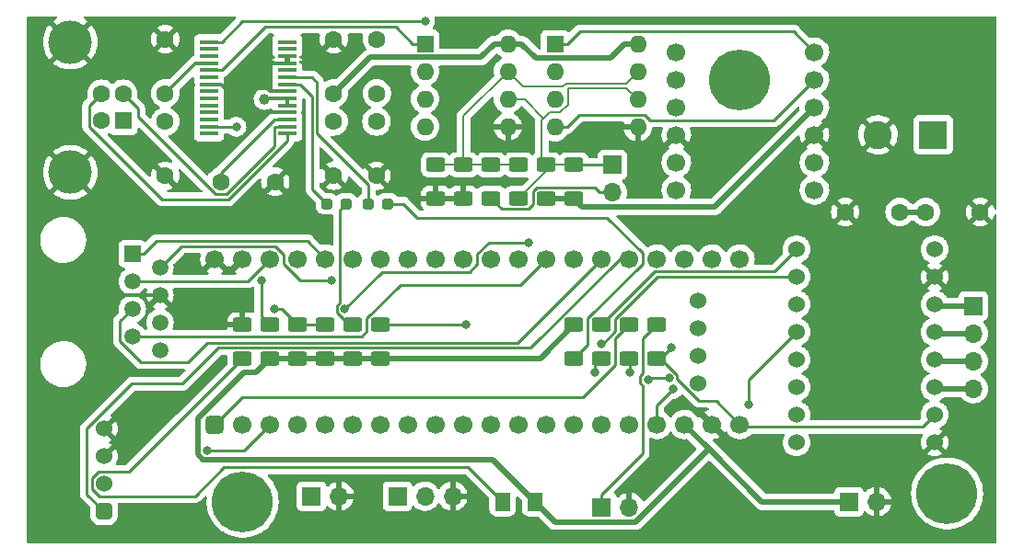
<source format=gbr>
%TF.GenerationSoftware,KiCad,Pcbnew,(6.0.1)*%
%TF.CreationDate,2022-02-21T12:58:46+02:00*%
%TF.ProjectId,RegulusFocuser-V1,52656775-6c75-4734-966f-63757365722d,rev?*%
%TF.SameCoordinates,Original*%
%TF.FileFunction,Copper,L1,Top*%
%TF.FilePolarity,Positive*%
%FSLAX46Y46*%
G04 Gerber Fmt 4.6, Leading zero omitted, Abs format (unit mm)*
G04 Created by KiCad (PCBNEW (6.0.1)) date 2022-02-21 12:58:46*
%MOMM*%
%LPD*%
G01*
G04 APERTURE LIST*
G04 Aperture macros list*
%AMRoundRect*
0 Rectangle with rounded corners*
0 $1 Rounding radius*
0 $2 $3 $4 $5 $6 $7 $8 $9 X,Y pos of 4 corners*
0 Add a 4 corners polygon primitive as box body*
4,1,4,$2,$3,$4,$5,$6,$7,$8,$9,$2,$3,0*
0 Add four circle primitives for the rounded corners*
1,1,$1+$1,$2,$3*
1,1,$1+$1,$4,$5*
1,1,$1+$1,$6,$7*
1,1,$1+$1,$8,$9*
0 Add four rect primitives between the rounded corners*
20,1,$1+$1,$2,$3,$4,$5,0*
20,1,$1+$1,$4,$5,$6,$7,0*
20,1,$1+$1,$6,$7,$8,$9,0*
20,1,$1+$1,$8,$9,$2,$3,0*%
G04 Aperture macros list end*
%TA.AperFunction,SMDPad,CuDef*%
%ADD10RoundRect,0.250000X-0.625000X0.400000X-0.625000X-0.400000X0.625000X-0.400000X0.625000X0.400000X0*%
%TD*%
%TA.AperFunction,SMDPad,CuDef*%
%ADD11RoundRect,0.250000X0.625000X-0.400000X0.625000X0.400000X-0.625000X0.400000X-0.625000X-0.400000X0*%
%TD*%
%TA.AperFunction,ComponentPad*%
%ADD12C,1.600000*%
%TD*%
%TA.AperFunction,ComponentPad*%
%ADD13RoundRect,0.425000X-0.425000X0.425000X-0.425000X-0.425000X0.425000X-0.425000X0.425000X0.425000X0*%
%TD*%
%TA.AperFunction,ComponentPad*%
%ADD14C,1.700000*%
%TD*%
%TA.AperFunction,ComponentPad*%
%ADD15C,1.524000*%
%TD*%
%TA.AperFunction,SMDPad,CuDef*%
%ADD16RoundRect,0.237500X-0.287500X-0.237500X0.287500X-0.237500X0.287500X0.237500X-0.287500X0.237500X0*%
%TD*%
%TA.AperFunction,SMDPad,CuDef*%
%ADD17RoundRect,0.250001X-0.462499X-0.624999X0.462499X-0.624999X0.462499X0.624999X-0.462499X0.624999X0*%
%TD*%
%TA.AperFunction,ComponentPad*%
%ADD18R,1.600000X1.600000*%
%TD*%
%TA.AperFunction,ComponentPad*%
%ADD19C,4.000000*%
%TD*%
%TA.AperFunction,ComponentPad*%
%ADD20C,5.600000*%
%TD*%
%TA.AperFunction,ComponentPad*%
%ADD21R,1.700000X1.700000*%
%TD*%
%TA.AperFunction,ComponentPad*%
%ADD22O,1.700000X1.700000*%
%TD*%
%TA.AperFunction,ComponentPad*%
%ADD23O,1.600000X1.600000*%
%TD*%
%TA.AperFunction,SMDPad,CuDef*%
%ADD24R,1.750000X0.450000*%
%TD*%
%TA.AperFunction,ComponentPad*%
%ADD25R,1.500000X1.500000*%
%TD*%
%TA.AperFunction,ComponentPad*%
%ADD26C,1.500000*%
%TD*%
%TA.AperFunction,ComponentPad*%
%ADD27R,2.600000X2.600000*%
%TD*%
%TA.AperFunction,ComponentPad*%
%ADD28C,2.600000*%
%TD*%
%TA.AperFunction,ComponentPad*%
%ADD29RoundRect,0.381000X0.381000X0.381000X-0.381000X0.381000X-0.381000X-0.381000X0.381000X-0.381000X0*%
%TD*%
%TA.AperFunction,ViaPad*%
%ADD30C,1.000000*%
%TD*%
%TA.AperFunction,ViaPad*%
%ADD31C,0.800000*%
%TD*%
%TA.AperFunction,Conductor*%
%ADD32C,0.250000*%
%TD*%
%TA.AperFunction,Conductor*%
%ADD33C,0.300000*%
%TD*%
%TA.AperFunction,Conductor*%
%ADD34C,0.500000*%
%TD*%
%TA.AperFunction,Conductor*%
%ADD35C,0.200000*%
%TD*%
G04 APERTURE END LIST*
D10*
%TO.P,R8,1*%
%TO.N,Net-(D2-Pad2)*%
X129540000Y-94970000D03*
%TO.P,R8,2*%
%TO.N,/5V*%
X129540000Y-98070000D03*
%TD*%
D11*
%TO.P,R7,1*%
%TO.N,/5V*%
X127000000Y-98070000D03*
%TO.P,R7,2*%
%TO.N,/485DE*%
X127000000Y-94970000D03*
%TD*%
D12*
%TO.P,C4,1*%
%TO.N,Net-(C4-Pad1)*%
X131699000Y-76240000D03*
%TO.P,C4,2*%
%TO.N,GND*%
X131699000Y-81240000D03*
%TD*%
D13*
%TO.P,MC1,1,PB12*%
%TO.N,/LimiterSwitch*%
X116840000Y-104140000D03*
D14*
%TO.P,MC1,2,PB13*%
%TO.N,/L485DE*%
X119380000Y-104140000D03*
%TO.P,MC1,3,PB14*%
%TO.N,/L485RO*%
X121920000Y-104140000D03*
%TO.P,MC1,4,PB15*%
%TO.N,/L485DI*%
X124460000Y-104140000D03*
%TO.P,MC1,5,PA8*%
%TO.N,unconnected-(MC1-Pad5)*%
X127000000Y-104140000D03*
%TO.P,MC1,6,PA9*%
%TO.N,/TX1*%
X129540000Y-104140000D03*
%TO.P,MC1,7,PA10*%
%TO.N,/RX1*%
X132080000Y-104140000D03*
%TO.P,MC1,8,PA11*%
%TO.N,unconnected-(MC1-Pad8)*%
X134620000Y-104140000D03*
%TO.P,MC1,9,PA12*%
%TO.N,unconnected-(MC1-Pad9)*%
X137160000Y-104140000D03*
%TO.P,MC1,10,PA15*%
%TO.N,unconnected-(MC1-Pad10)*%
X139700000Y-104140000D03*
%TO.P,MC1,11,PB3*%
%TO.N,/Direction*%
X142240000Y-104140000D03*
%TO.P,MC1,12,PB4*%
%TO.N,/Enable*%
X144780000Y-104140000D03*
%TO.P,MC1,13,PB5*%
%TO.N,/STDBY*%
X147320000Y-104140000D03*
%TO.P,MC1,14,PB6*%
%TO.N,/M1*%
X149860000Y-104140000D03*
%TO.P,MC1,15,PB7*%
%TO.N,/M2*%
X152400000Y-104140000D03*
%TO.P,MC1,16,PB8*%
%TO.N,/M3*%
X154940000Y-104140000D03*
%TO.P,MC1,17,PB9*%
%TO.N,/FLT*%
X157480000Y-104140000D03*
%TO.P,MC1,18,5V*%
%TO.N,/5V*%
X160020000Y-104140000D03*
%TO.P,MC1,19,GND*%
%TO.N,GND*%
X162560000Y-104140000D03*
%TO.P,MC1,20,3V3*%
%TO.N,/3V3*%
X165100000Y-104140000D03*
%TO.P,MC1,21,VBAT*%
X165100000Y-88900000D03*
%TO.P,MC1,22,PC13*%
%TO.N,unconnected-(MC1-Pad22)*%
X162560000Y-88900000D03*
%TO.P,MC1,23,PC14*%
%TO.N,unconnected-(MC1-Pad23)*%
X160020000Y-88900000D03*
%TO.P,MC1,24,PC15*%
%TO.N,unconnected-(MC1-Pad24)*%
X157480000Y-88900000D03*
%TO.P,MC1,25,PA0*%
%TO.N,/Buzzer*%
X154940000Y-88900000D03*
%TO.P,MC1,26,PA1*%
%TO.N,/EncClk*%
X152400000Y-88900000D03*
%TO.P,MC1,27,PA2*%
%TO.N,/EncDt*%
X149860000Y-88900000D03*
%TO.P,MC1,28,PA3*%
%TO.N,/EncSw*%
X147320000Y-88900000D03*
%TO.P,MC1,29,PA4*%
%TO.N,unconnected-(MC1-Pad29)*%
X144780000Y-88900000D03*
%TO.P,MC1,30,PA5*%
%TO.N,unconnected-(MC1-Pad30)*%
X142240000Y-88900000D03*
%TO.P,MC1,31,PA6*%
%TO.N,unconnected-(MC1-Pad31)*%
X139700000Y-88900000D03*
%TO.P,MC1,32,PA7*%
%TO.N,unconnected-(MC1-Pad32)*%
X137160000Y-88900000D03*
%TO.P,MC1,33,PB0*%
%TO.N,unconnected-(MC1-Pad33)*%
X134620000Y-88900000D03*
%TO.P,MC1,34,PB1*%
%TO.N,/Step*%
X132080000Y-88900000D03*
%TO.P,MC1,35,PB10*%
%TO.N,/SCL-2*%
X129540000Y-88900000D03*
%TO.P,MC1,36,PB11*%
%TO.N,/SDA-2*%
X127000000Y-88900000D03*
%TO.P,MC1,37,Reset*%
%TO.N,/Reset*%
X124460000Y-88900000D03*
%TO.P,MC1,38,3V3*%
%TO.N,/3V3*%
X121920000Y-88900000D03*
%TO.P,MC1,39,GND*%
%TO.N,GND*%
X119380000Y-88900000D03*
%TO.P,MC1,40,GND*%
X116840000Y-88900000D03*
D15*
%TO.P,MC1,41,3V3*%
%TO.N,unconnected-(MC1-Pad41)*%
X161290000Y-100330000D03*
%TO.P,MC1,42,SWDIO_PA13*%
%TO.N,unconnected-(MC1-Pad42)*%
X161290000Y-97790000D03*
%TO.P,MC1,43,SWCLK_PA14*%
%TO.N,unconnected-(MC1-Pad43)*%
X161290000Y-95250000D03*
%TO.P,MC1,44,GND*%
%TO.N,unconnected-(MC1-Pad44)*%
X161290000Y-92710000D03*
%TD*%
D12*
%TO.P,C2,1*%
%TO.N,/5V*%
X112268000Y-76240000D03*
%TO.P,C2,2*%
%TO.N,GND*%
X112268000Y-81240000D03*
%TD*%
%TO.P,C3,1*%
%TO.N,Net-(C3-Pad1)*%
X131724400Y-73660000D03*
%TO.P,C3,2*%
%TO.N,GND*%
X131724400Y-68660000D03*
%TD*%
D11*
%TO.P,R6,1*%
%TO.N,/5V*%
X124460000Y-98070000D03*
%TO.P,R6,2*%
%TO.N,/485DE*%
X124460000Y-94970000D03*
%TD*%
D14*
%TO.P,U3,1,LV1*%
%TO.N,/L485RO*%
X159258000Y-69850000D03*
%TO.P,U3,2,LV2*%
%TO.N,/L485DI*%
X159258000Y-72390000D03*
%TO.P,U3,3,LV*%
%TO.N,/3V3*%
X159258000Y-74930000D03*
%TO.P,U3,4,GND*%
%TO.N,GND*%
X159258000Y-77470000D03*
%TO.P,U3,5,LV3*%
%TO.N,/L485DE*%
X159258000Y-80010000D03*
%TO.P,U3,6,LV4*%
%TO.N,unconnected-(U3-Pad6)*%
X159258000Y-82550000D03*
%TO.P,U3,7,HV4*%
%TO.N,unconnected-(U3-Pad7)*%
X171958000Y-82550000D03*
%TO.P,U3,8,HV3*%
%TO.N,/485DE*%
X171958000Y-80010000D03*
%TO.P,U3,9,GND*%
%TO.N,GND*%
X171958000Y-77470000D03*
%TO.P,U3,10,HV*%
%TO.N,/5V*%
X171958000Y-74930000D03*
%TO.P,U3,11,HV2*%
%TO.N,/485DI*%
X171958000Y-72390000D03*
%TO.P,U3,12,HV1*%
%TO.N,/485RO*%
X171958000Y-69850000D03*
%TD*%
D11*
%TO.P,R14,1*%
%TO.N,/3V3*%
X152400000Y-98070000D03*
%TO.P,R14,2*%
%TO.N,/Enable*%
X152400000Y-94970000D03*
%TD*%
%TO.P,R5,1*%
%TO.N,/5V*%
X121920000Y-98070000D03*
%TO.P,R5,2*%
%TO.N,/485RO*%
X121920000Y-94970000D03*
%TD*%
D16*
%TO.P,D3,1,K*%
%TO.N,Net-(D3-Pad1)*%
X130951000Y-83820000D03*
%TO.P,D3,2,A*%
%TO.N,Net-(D3-Pad2)*%
X132701000Y-83820000D03*
%TD*%
D17*
%TO.P,D1,1,K*%
%TO.N,Net-(D1-Pad1)*%
X143292500Y-111252000D03*
%TO.P,D1,2,A*%
%TO.N,/5V*%
X146267500Y-111252000D03*
%TD*%
D12*
%TO.P,C9,1*%
%TO.N,GND*%
X174792000Y-84582000D03*
%TO.P,C9,2*%
%TO.N,Net-(C8-Pad2)*%
X179792000Y-84582000D03*
%TD*%
D18*
%TO.P,J1,1,VBUS*%
%TO.N,/5V*%
X108407500Y-76180000D03*
D12*
%TO.P,J1,2,D-*%
%TO.N,Net-(C4-Pad1)*%
X108407500Y-73680000D03*
%TO.P,J1,3,D+*%
%TO.N,Net-(C3-Pad1)*%
X106407500Y-73680000D03*
%TO.P,J1,4,GND*%
%TO.N,GND*%
X106407500Y-76180000D03*
D19*
%TO.P,J1,5,Shield*%
X103547500Y-80930000D03*
X103547500Y-68930000D03*
%TD*%
D20*
%TO.P,MH2,1*%
%TO.N,N/C*%
X119380000Y-111252000D03*
%TD*%
D21*
%TO.P,J4,1,Pin_1*%
%TO.N,/MODBUS+*%
X153369100Y-80247200D03*
D22*
%TO.P,J4,2,Pin_2*%
%TO.N,Net-(J4-Pad2)*%
X153369100Y-82787200D03*
%TD*%
D21*
%TO.P,J8,1,Pin_1*%
%TO.N,/LimiterSwitch*%
X125725000Y-110744000D03*
D22*
%TO.P,J8,2,Pin_2*%
%TO.N,GND*%
X128265000Y-110744000D03*
%TD*%
D11*
%TO.P,R11,1*%
%TO.N,Net-(J4-Pad2)*%
X142243700Y-83338000D03*
%TO.P,R11,2*%
%TO.N,/MODBUS-*%
X142243700Y-80238000D03*
%TD*%
D18*
%TO.P,U4,1,RO*%
%TO.N,Net-(U1-Pad5)*%
X136154000Y-69098000D03*
D23*
%TO.P,U4,2,~{RE}*%
%TO.N,Net-(U1-Pad13)*%
X136154000Y-71638000D03*
%TO.P,U4,3,DE*%
X136154000Y-74178000D03*
%TO.P,U4,4,DI*%
%TO.N,Net-(U1-Pad1)*%
X136154000Y-76718000D03*
%TO.P,U4,5,GND*%
%TO.N,GND*%
X143774000Y-76718000D03*
%TO.P,U4,6,A*%
%TO.N,/MODBUS+*%
X143774000Y-74178000D03*
%TO.P,U4,7,B*%
%TO.N,/MODBUS-*%
X143774000Y-71638000D03*
%TO.P,U4,8,VCC*%
%TO.N,/5V*%
X143774000Y-69098000D03*
%TD*%
D10*
%TO.P,R13,1*%
%TO.N,/MODBUS+*%
X149860000Y-80238000D03*
%TO.P,R13,2*%
%TO.N,/5V*%
X149860000Y-83338000D03*
%TD*%
D21*
%TO.P,J7,1,Pin_1*%
%TO.N,/5V*%
X175128000Y-111252000D03*
D22*
%TO.P,J7,2,Pin_2*%
%TO.N,GND*%
X177668000Y-111252000D03*
%TD*%
D20*
%TO.P,MH1,1*%
%TO.N,N/C*%
X165100000Y-72390000D03*
%TD*%
D10*
%TO.P,R3,1*%
%TO.N,/MODBUS-*%
X137160000Y-80238000D03*
%TO.P,R3,2*%
%TO.N,GND*%
X137160000Y-83338000D03*
%TD*%
D24*
%TO.P,U1,1,TXD*%
%TO.N,Net-(U1-Pad1)*%
X116288000Y-68927000D03*
%TO.P,U1,2,DTR*%
%TO.N,unconnected-(U1-Pad2)*%
X116288000Y-69577000D03*
%TO.P,U1,3,RTS*%
%TO.N,unconnected-(U1-Pad3)*%
X116288000Y-70227000D03*
%TO.P,U1,4,VCCIO*%
%TO.N,/5V*%
X116288000Y-70877000D03*
%TO.P,U1,5,RXD*%
%TO.N,Net-(U1-Pad5)*%
X116288000Y-71527000D03*
%TO.P,U1,6,RI*%
%TO.N,unconnected-(U1-Pad6)*%
X116288000Y-72177000D03*
%TO.P,U1,7,GND*%
%TO.N,GND*%
X116288000Y-72827000D03*
%TO.P,U1,8*%
%TO.N,N/C*%
X116288000Y-73477000D03*
%TO.P,U1,9,DCR*%
%TO.N,unconnected-(U1-Pad9)*%
X116288000Y-74127000D03*
%TO.P,U1,10,DCD*%
%TO.N,unconnected-(U1-Pad10)*%
X116288000Y-74777000D03*
%TO.P,U1,11,CTS*%
%TO.N,unconnected-(U1-Pad11)*%
X116288000Y-75427000D03*
%TO.P,U1,12,CBUS4*%
%TO.N,unconnected-(U1-Pad12)*%
X116288000Y-76077000D03*
%TO.P,U1,13,CBUS2*%
%TO.N,Net-(U1-Pad13)*%
X116288000Y-76727000D03*
%TO.P,U1,14,CBUS3*%
%TO.N,unconnected-(U1-Pad14)*%
X116288000Y-77377000D03*
%TO.P,U1,15,USBD+*%
%TO.N,Net-(C3-Pad1)*%
X123488000Y-77377000D03*
%TO.P,U1,16,USBD-*%
%TO.N,Net-(C4-Pad1)*%
X123488000Y-76727000D03*
%TO.P,U1,17,3V3OUT*%
%TO.N,Net-(C5-Pad1)*%
X123488000Y-76077000D03*
%TO.P,U1,18,GND*%
%TO.N,GND*%
X123488000Y-75427000D03*
%TO.P,U1,19,~{RESET}*%
%TO.N,/5V*%
X123488000Y-74777000D03*
%TO.P,U1,20,VCC*%
X123488000Y-74127000D03*
%TO.P,U1,21,GND*%
%TO.N,GND*%
X123488000Y-73477000D03*
%TO.P,U1,22,CBUS1*%
%TO.N,Net-(D2-Pad1)*%
X123488000Y-72827000D03*
%TO.P,U1,23,CBUS0*%
%TO.N,Net-(D3-Pad1)*%
X123488000Y-72177000D03*
%TO.P,U1,24*%
%TO.N,N/C*%
X123488000Y-71527000D03*
%TO.P,U1,25,AGND*%
%TO.N,GND*%
X123488000Y-70877000D03*
%TO.P,U1,26,TEST*%
X123488000Y-70227000D03*
%TO.P,U1,27,OSCI*%
%TO.N,unconnected-(U1-Pad27)*%
X123488000Y-69577000D03*
%TO.P,U1,28,OSCO*%
%TO.N,unconnected-(U1-Pad28)*%
X123488000Y-68927000D03*
%TD*%
D25*
%TO.P,J2,1*%
%TO.N,/SDA-2*%
X109240000Y-88427500D03*
D26*
%TO.P,J2,2*%
%TO.N,/SCL-2*%
X111780000Y-89697500D03*
%TO.P,J2,3*%
%TO.N,/3V3*%
X109240000Y-90967500D03*
%TO.P,J2,4*%
%TO.N,GND*%
X111780000Y-92237500D03*
%TO.P,J2,5*%
%TO.N,/EncClk*%
X109240000Y-93507500D03*
%TO.P,J2,6*%
%TO.N,/EncDt*%
X111780000Y-94777500D03*
%TO.P,J2,7*%
%TO.N,/EncSw*%
X109240000Y-96047500D03*
%TO.P,J2,8*%
%TO.N,GND*%
X111780000Y-97317500D03*
%TD*%
D15*
%TO.P,U5,1,EN*%
%TO.N,/Enable*%
X170307000Y-88011000D03*
%TO.P,U5,2,M1*%
%TO.N,/M1*%
X170307000Y-90551000D03*
%TO.P,U5,3,M2*%
%TO.N,/M2*%
X170307000Y-93091000D03*
%TO.P,U5,4,M3*%
%TO.N,/M3*%
X170307000Y-95631000D03*
%TO.P,U5,5,FLT*%
%TO.N,/FLT*%
X170307000Y-98171000D03*
%TO.P,U5,6,STDBY*%
%TO.N,/STDBY*%
X170307000Y-100711000D03*
%TO.P,U5,7,STEP*%
%TO.N,/Step*%
X170307000Y-103251000D03*
%TO.P,U5,8,DIRECTION*%
%TO.N,/Direction*%
X170307000Y-105791000D03*
%TO.P,U5,9,GND*%
%TO.N,GND*%
X183007000Y-105791000D03*
%TO.P,U5,10,VCC*%
%TO.N,/3V3*%
X183007000Y-103251000D03*
%TO.P,U5,11,A1*%
%TO.N,Net-(J6-Pad4)*%
X183007000Y-100711000D03*
%TO.P,U5,12,A2*%
%TO.N,Net-(J6-Pad3)*%
X183007000Y-98171000D03*
%TO.P,U5,13,B2*%
%TO.N,Net-(J6-Pad2)*%
X183007000Y-95631000D03*
%TO.P,U5,14,B1*%
%TO.N,Net-(J6-Pad1)*%
X183007000Y-93091000D03*
%TO.P,U5,15,GND*%
%TO.N,GND*%
X183007000Y-90551000D03*
%TO.P,U5,16,VMOT*%
%TO.N,Net-(C8-Pad2)*%
X183007000Y-88011000D03*
%TD*%
D27*
%TO.P,J5,1,Pin_1*%
%TO.N,Net-(C8-Pad2)*%
X182880100Y-77470000D03*
D28*
%TO.P,J5,2,Pin_2*%
%TO.N,GND*%
X177800100Y-77470000D03*
%TD*%
D11*
%TO.P,R16,1*%
%TO.N,/3V3*%
X157480000Y-98070000D03*
%TO.P,R16,2*%
%TO.N,/Reset*%
X157480000Y-94970000D03*
%TD*%
%TO.P,R4,1*%
%TO.N,/5V*%
X147320000Y-83338000D03*
%TO.P,R4,2*%
%TO.N,/MODBUS+*%
X147320000Y-80238000D03*
%TD*%
%TO.P,R15,1*%
%TO.N,/3V3*%
X154940000Y-98070000D03*
%TO.P,R15,2*%
%TO.N,/LimiterSwitch*%
X154940000Y-94970000D03*
%TD*%
%TO.P,R9,1*%
%TO.N,/5V*%
X132080000Y-98070000D03*
%TO.P,R9,2*%
%TO.N,/485DI*%
X132080000Y-94970000D03*
%TD*%
D12*
%TO.P,C5,1*%
%TO.N,Net-(C5-Pad1)*%
X117388000Y-81788000D03*
%TO.P,C5,2*%
%TO.N,GND*%
X122388000Y-81788000D03*
%TD*%
%TO.P,C1,1*%
%TO.N,/5V*%
X112268000Y-73660000D03*
%TO.P,C1,2*%
%TO.N,GND*%
X112268000Y-68660000D03*
%TD*%
%TO.P,C7,1*%
%TO.N,/5V*%
X127762000Y-73660000D03*
%TO.P,C7,2*%
%TO.N,GND*%
X127762000Y-68660000D03*
%TD*%
D20*
%TO.P,MH3,1*%
%TO.N,N/C*%
X184150000Y-110500000D03*
%TD*%
D10*
%TO.P,R12,1*%
%TO.N,/MODBUS-*%
X139700000Y-80238000D03*
%TO.P,R12,2*%
%TO.N,GND*%
X139700000Y-83338000D03*
%TD*%
D18*
%TO.P,U2,1,RO*%
%TO.N,/485RO*%
X148092000Y-69146000D03*
D23*
%TO.P,U2,2,~{RE}*%
%TO.N,/485DE*%
X148092000Y-71686000D03*
%TO.P,U2,3,DE*%
X148092000Y-74226000D03*
%TO.P,U2,4,DI*%
%TO.N,/485DI*%
X148092000Y-76766000D03*
%TO.P,U2,5,GND*%
%TO.N,GND*%
X155712000Y-76766000D03*
%TO.P,U2,6,A*%
%TO.N,/MODBUS+*%
X155712000Y-74226000D03*
%TO.P,U2,7,B*%
%TO.N,/MODBUS-*%
X155712000Y-71686000D03*
%TO.P,U2,8,VCC*%
%TO.N,/5V*%
X155712000Y-69146000D03*
%TD*%
D10*
%TO.P,R2,1*%
%TO.N,/MODBUS-*%
X144780000Y-80238000D03*
%TO.P,R2,2*%
%TO.N,/MODBUS+*%
X144780000Y-83338000D03*
%TD*%
D11*
%TO.P,R10,1*%
%TO.N,Net-(D3-Pad2)*%
X149860000Y-98070000D03*
%TO.P,R10,2*%
%TO.N,/5V*%
X149860000Y-94970000D03*
%TD*%
D12*
%TO.P,C6,1*%
%TO.N,/5V*%
X127762000Y-76240000D03*
%TO.P,C6,2*%
%TO.N,GND*%
X127762000Y-81240000D03*
%TD*%
D11*
%TO.P,R1,1*%
%TO.N,Net-(D1-Pad1)*%
X119380000Y-98070000D03*
%TO.P,R1,2*%
%TO.N,GND*%
X119380000Y-94970000D03*
%TD*%
D12*
%TO.P,C8,1*%
%TO.N,GND*%
X187198000Y-84582000D03*
%TO.P,C8,2*%
%TO.N,Net-(C8-Pad2)*%
X182198000Y-84582000D03*
%TD*%
D21*
%TO.P,J9,1,Pin_1*%
%TO.N,/Reset*%
X152400000Y-111760000D03*
D22*
%TO.P,J9,2,Pin_2*%
%TO.N,GND*%
X154940000Y-111760000D03*
%TD*%
D16*
%TO.P,D2,1,K*%
%TO.N,Net-(D2-Pad1)*%
X127141000Y-83820000D03*
%TO.P,D2,2,A*%
%TO.N,Net-(D2-Pad2)*%
X128891000Y-83820000D03*
%TD*%
D21*
%TO.P,J3,1,Pin_1*%
%TO.N,/TX1*%
X133619000Y-110744000D03*
D22*
%TO.P,J3,2,Pin_2*%
%TO.N,/RX1*%
X136159000Y-110744000D03*
%TO.P,J3,3,Pin_3*%
%TO.N,GND*%
X138699000Y-110744000D03*
%TD*%
D15*
%TO.P,BZ1,1,-*%
%TO.N,/Buzzer*%
X106644200Y-109614100D03*
D29*
X106644200Y-112154100D03*
D15*
%TO.P,BZ1,2,+*%
%TO.N,GND*%
X106644200Y-107074100D03*
X106644200Y-104534100D03*
%TD*%
D21*
%TO.P,J6,1,Pin_1*%
%TO.N,Net-(J6-Pad1)*%
X186563000Y-93218000D03*
D22*
%TO.P,J6,2,Pin_2*%
%TO.N,Net-(J6-Pad2)*%
X186563000Y-95758000D03*
%TO.P,J6,3,Pin_3*%
%TO.N,Net-(J6-Pad3)*%
X186563000Y-98298000D03*
%TO.P,J6,4,Pin_4*%
%TO.N,Net-(J6-Pad4)*%
X186563000Y-100838000D03*
%TD*%
D30*
%TO.N,GND*%
X126579744Y-86057901D03*
X105664000Y-92710000D03*
X166116000Y-107696000D03*
X118364000Y-73660000D03*
X115316000Y-92456000D03*
X121407376Y-69594434D03*
X113284000Y-102108000D03*
X162052000Y-86360000D03*
%TO.N,/5V*%
X121412000Y-74168000D03*
D31*
%TO.N,/SCL-2*%
X127563300Y-90898100D03*
%TO.N,/3V3*%
X151766800Y-99336900D03*
X155026900Y-99327900D03*
X158781800Y-97105100D03*
%TO.N,/L485DE*%
X145683500Y-87378200D03*
X128763100Y-93538900D03*
%TO.N,/L485RO*%
X116120200Y-106507900D03*
%TO.N,/M1*%
X152400000Y-96697400D03*
%TO.N,/M2*%
X158592900Y-99871800D03*
X156678100Y-100025300D03*
%TO.N,/M3*%
X165877400Y-102342300D03*
%TO.N,/FLT*%
X158950500Y-100886000D03*
%TO.N,/485RO*%
X121095300Y-90878000D03*
%TO.N,/485DE*%
X122290100Y-93518300D03*
%TO.N,/485DI*%
X139876900Y-94970000D03*
%TO.N,Net-(U1-Pad1)*%
X136160200Y-67030600D03*
%TO.N,Net-(U1-Pad13)*%
X118812900Y-76727000D03*
%TD*%
D32*
%TO.N,/Buzzer*%
X105073600Y-104531200D02*
X109203200Y-100401600D01*
X154062300Y-88900000D02*
X154940000Y-88900000D01*
X117161200Y-97093700D02*
X145868600Y-97093700D01*
X105073600Y-110583500D02*
X105073600Y-104531200D01*
X113853300Y-100401600D02*
X117161200Y-97093700D01*
X106644200Y-112154100D02*
X105073600Y-110583500D01*
X145868600Y-97093700D02*
X154062300Y-88900000D01*
X109203200Y-100401600D02*
X113853300Y-100401600D01*
D33*
%TO.N,GND*%
X120037022Y-75427000D02*
X118317011Y-73706989D01*
X123488000Y-70877000D02*
X123488000Y-70227000D01*
X106136500Y-92237500D02*
X105664000Y-92710000D01*
X118317011Y-73706989D02*
X117437022Y-72827000D01*
X121922391Y-73477000D02*
X121597391Y-73152000D01*
X121597391Y-73152000D02*
X118872000Y-73152000D01*
X121147000Y-70877000D02*
X118872000Y-73152000D01*
X118364000Y-73660000D02*
X118317011Y-73706989D01*
X118872000Y-73152000D02*
X118364000Y-73660000D01*
X111780000Y-92237500D02*
X106136500Y-92237500D01*
X123488000Y-70877000D02*
X121147000Y-70877000D01*
X123488000Y-73477000D02*
X121922391Y-73477000D01*
X117437022Y-72827000D02*
X116288000Y-72827000D01*
X123488000Y-75427000D02*
X120037022Y-75427000D01*
%TO.N,/5V*%
X123488000Y-74127000D02*
X121453000Y-74127000D01*
D34*
X115266500Y-106898800D02*
X115728000Y-107360300D01*
X115266500Y-103558200D02*
X115266500Y-106898800D01*
X175128000Y-111252000D02*
X167132000Y-111252000D01*
X127762000Y-73660000D02*
X131073500Y-70348500D01*
X153211300Y-70396400D02*
X146322700Y-70396400D01*
X147320000Y-83338000D02*
X149860000Y-83338000D01*
D33*
X115051000Y-70877000D02*
X112268000Y-73660000D01*
X121412000Y-74168000D02*
X121453000Y-74127000D01*
D34*
X132080000Y-98070000D02*
X129540000Y-98070000D01*
X146760000Y-98070000D02*
X132080000Y-98070000D01*
X162787000Y-84101000D02*
X171958000Y-74930000D01*
X155500100Y-113109500D02*
X162244800Y-106364800D01*
X143774000Y-69098000D02*
X142523700Y-69098000D01*
X155712000Y-69146000D02*
X154461700Y-69146000D01*
D33*
X116288000Y-70877000D02*
X115051000Y-70877000D01*
D34*
X120650000Y-99340000D02*
X119484700Y-99340000D01*
X149860000Y-94970000D02*
X146760000Y-98070000D01*
X162244800Y-106364800D02*
X160020000Y-104140000D01*
X124460000Y-98070000D02*
X127000000Y-98070000D01*
X146267500Y-111252000D02*
X148125000Y-113109500D01*
X143774000Y-69098000D02*
X145024300Y-69098000D01*
X149860000Y-83338000D02*
X150623000Y-84101000D01*
X154461700Y-69146000D02*
X153211300Y-70396400D01*
X167132000Y-111252000D02*
X162244800Y-106364800D01*
X150623000Y-84101000D02*
X162787000Y-84101000D01*
X146322700Y-70396400D02*
X145024300Y-69098000D01*
X115728000Y-107360300D02*
X142375800Y-107360300D01*
D33*
X123488000Y-74777000D02*
X123488000Y-74127000D01*
D34*
X121920000Y-98070000D02*
X124460000Y-98070000D01*
X148125000Y-113109500D02*
X155500100Y-113109500D01*
X131073500Y-70348500D02*
X141273200Y-70348500D01*
X119484700Y-99340000D02*
X115266500Y-103558200D01*
X141273200Y-70348500D02*
X142523700Y-69098000D01*
X121920000Y-98070000D02*
X120650000Y-99340000D01*
X142375800Y-107360300D02*
X146267500Y-111252000D01*
X127000000Y-98070000D02*
X129540000Y-98070000D01*
D32*
%TO.N,Net-(C3-Pad1)*%
X118103000Y-83405100D02*
X111964100Y-83405100D01*
X111964100Y-83405100D02*
X105279900Y-76720900D01*
X123488000Y-77377000D02*
X123488000Y-78020100D01*
X123488000Y-78020100D02*
X118103000Y-83405100D01*
X105279900Y-76720900D02*
X105279900Y-74807600D01*
X105279900Y-74807600D02*
X106407500Y-73680000D01*
%TO.N,Net-(C4-Pad1)*%
X122287700Y-76727000D02*
X122287700Y-78531100D01*
X109782100Y-75054600D02*
X108407500Y-73680000D01*
X109782100Y-75803800D02*
X109782100Y-75054600D01*
X116929900Y-82951600D02*
X109782100Y-75803800D01*
X122287700Y-78531100D02*
X117867200Y-82951600D01*
X117867200Y-82951600D02*
X116929900Y-82951600D01*
X123488000Y-76727000D02*
X122287700Y-76727000D01*
%TO.N,Net-(C5-Pad1)*%
X123488000Y-76077000D02*
X122287700Y-76077000D01*
X117388000Y-81788000D02*
X117388000Y-80976700D01*
X117388000Y-80976700D02*
X122287700Y-76077000D01*
%TO.N,Net-(D1-Pad1)*%
X106228800Y-110740200D02*
X114990800Y-110740200D01*
X105556500Y-109111400D02*
X105556500Y-110067900D01*
X106145300Y-108522600D02*
X105556500Y-109111400D01*
X140117600Y-108077100D02*
X143292500Y-111252000D01*
X108927400Y-108522600D02*
X106145300Y-108522600D01*
X105556500Y-110067900D02*
X106228800Y-110740200D01*
X117653900Y-108077100D02*
X140117600Y-108077100D01*
X119380000Y-98070000D02*
X108927400Y-108522600D01*
X114990800Y-110740200D02*
X117653900Y-108077100D01*
%TO.N,Net-(D2-Pad1)*%
X123488000Y-72827000D02*
X124688300Y-72827000D01*
X125783380Y-73922080D02*
X125783380Y-82462380D01*
X125783380Y-82462380D02*
X127141000Y-83820000D01*
X124688300Y-72827000D02*
X125783380Y-73922080D01*
%TO.N,Net-(D2-Pad2)*%
X128037800Y-93839300D02*
X129168500Y-94970000D01*
X129168500Y-94970000D02*
X129540000Y-94970000D01*
X128891000Y-83820000D02*
X128347600Y-84363400D01*
X128037800Y-93238500D02*
X128037800Y-93839300D01*
X128347600Y-84363400D02*
X128347600Y-92928700D01*
X128347600Y-92928700D02*
X128037800Y-93238500D01*
%TO.N,Net-(D3-Pad1)*%
X126232900Y-77365400D02*
X130951000Y-82083500D01*
X125765900Y-72177000D02*
X126232900Y-72644000D01*
X130951000Y-82083500D02*
X130951000Y-83820000D01*
X123488000Y-72177000D02*
X125765900Y-72177000D01*
X126232900Y-72644000D02*
X126232900Y-77365400D01*
%TO.N,Net-(D3-Pad2)*%
X149860000Y-98070000D02*
X151130000Y-96800000D01*
X156141200Y-88341700D02*
X152909200Y-85109700D01*
X134174800Y-83820000D02*
X132701000Y-83820000D01*
X151130000Y-94372400D02*
X156141200Y-89361200D01*
X151130000Y-96800000D02*
X151130000Y-94372400D01*
X152909200Y-85109700D02*
X135464500Y-85109700D01*
X135464500Y-85109700D02*
X134174800Y-83820000D01*
X156141200Y-89361200D02*
X156141200Y-88341700D01*
D35*
%TO.N,/MODBUS-*%
X154667000Y-72731000D02*
X149128000Y-72731000D01*
X149128000Y-72731000D02*
X148832000Y-73026500D01*
X137160000Y-80238000D02*
X139700000Y-80238000D01*
X148832000Y-73026500D02*
X145162000Y-73026500D01*
X142243700Y-80238000D02*
X144780000Y-80238000D01*
X139700000Y-75712000D02*
X139700000Y-80238000D01*
X155712000Y-71686000D02*
X154667000Y-72731000D01*
X143774000Y-71638000D02*
X139700000Y-75712000D01*
X145162000Y-73026500D02*
X143774000Y-71638000D01*
X139700000Y-80238000D02*
X142243700Y-80238000D01*
%TO.N,/MODBUS+*%
X147320000Y-80238000D02*
X147320000Y-80798000D01*
X147070000Y-75950300D02*
X146892000Y-76128200D01*
D32*
X152184600Y-80238000D02*
X152193800Y-80247200D01*
D35*
X149314000Y-73181000D02*
X149292000Y-73203500D01*
X149292000Y-74722900D02*
X148589000Y-75425500D01*
X145298000Y-74178000D02*
X147070000Y-75950300D01*
X148589000Y-75425500D02*
X147595000Y-75425500D01*
X147320000Y-80798000D02*
X144780000Y-83338000D01*
X147320000Y-80238000D02*
X149860000Y-80238000D01*
X146892000Y-79810500D02*
X147320000Y-80238000D01*
X146892000Y-76128200D02*
X146892000Y-79810500D01*
X149292000Y-73203500D02*
X149292000Y-74722900D01*
D32*
X153369100Y-80247200D02*
X152193800Y-80247200D01*
D35*
X155712000Y-74226000D02*
X154667000Y-73181000D01*
X143774000Y-74178000D02*
X145298000Y-74178000D01*
X147595000Y-75425500D02*
X147070000Y-75950300D01*
D32*
X149860000Y-80238000D02*
X152184600Y-80238000D01*
D35*
X154667000Y-73181000D02*
X149314000Y-73181000D01*
D32*
%TO.N,/SDA-2*%
X110315300Y-88427500D02*
X111476600Y-87266200D01*
X125366200Y-87266200D02*
X127000000Y-88900000D01*
X109240000Y-88427500D02*
X110315300Y-88427500D01*
X111476600Y-87266200D02*
X125366200Y-87266200D01*
%TO.N,/SCL-2*%
X111780000Y-89697500D02*
X113752900Y-87724600D01*
X122408900Y-87724600D02*
X123190000Y-88505700D01*
X124699400Y-90898100D02*
X127563300Y-90898100D01*
X113752900Y-87724600D02*
X122408900Y-87724600D01*
X123190000Y-89388700D02*
X124699400Y-90898100D01*
X123190000Y-88505700D02*
X123190000Y-89388700D01*
%TO.N,/3V3*%
X165100000Y-104140000D02*
X162921000Y-101961000D01*
X109240000Y-90967500D02*
X119852500Y-90967500D01*
X159318200Y-99571300D02*
X157816900Y-98070000D01*
X159318200Y-99908200D02*
X159318200Y-99571300D01*
X183007000Y-103251000D02*
X181903700Y-104354300D01*
X151766800Y-98703200D02*
X151766800Y-99336900D01*
X154940000Y-98070000D02*
X155026900Y-98156900D01*
X162921000Y-101961000D02*
X161371000Y-101961000D01*
X119852500Y-90967500D02*
X121920000Y-88900000D01*
X161371000Y-101961000D02*
X159318200Y-99908200D01*
X152400000Y-98070000D02*
X151766800Y-98703200D01*
X157816900Y-98070000D02*
X157480000Y-98070000D01*
X158781800Y-97105100D02*
X157816900Y-98070000D01*
X155026900Y-98156900D02*
X155026900Y-99327900D01*
X181903700Y-104354300D02*
X165314300Y-104354300D01*
X165314300Y-104354300D02*
X165100000Y-104140000D01*
%TO.N,/EncClk*%
X144684500Y-96615500D02*
X152400000Y-88900000D01*
X116098000Y-96615500D02*
X144684500Y-96615500D01*
X114308200Y-98405300D02*
X116098000Y-96615500D01*
X109240000Y-93507500D02*
X108123100Y-94624400D01*
X108123100Y-94624400D02*
X108123100Y-96476200D01*
X108123100Y-96476200D02*
X110052200Y-98405300D01*
X110052200Y-98405300D02*
X114308200Y-98405300D01*
%TO.N,/EncSw*%
X130810000Y-95570500D02*
X130810000Y-94372300D01*
X130810000Y-94372300D02*
X133889300Y-91293000D01*
X144927000Y-91293000D02*
X147320000Y-88900000D01*
X109240000Y-96047500D02*
X130333000Y-96047500D01*
X133889300Y-91293000D02*
X144927000Y-91293000D01*
X130333000Y-96047500D02*
X130810000Y-95570500D01*
%TO.N,Net-(J4-Pad2)*%
X142243700Y-83338000D02*
X143220100Y-84314400D01*
X143220100Y-84314400D02*
X145684000Y-84314400D01*
X153369100Y-82787200D02*
X152193800Y-82787200D01*
X146118700Y-83879700D02*
X146118700Y-82685700D01*
X146118700Y-82685700D02*
X146449000Y-82355400D01*
X151762000Y-82355400D02*
X152193800Y-82787200D01*
X145684000Y-84314400D02*
X146118700Y-83879700D01*
X146449000Y-82355400D02*
X151762000Y-82355400D01*
%TO.N,/LimiterSwitch*%
X153670000Y-96240000D02*
X153670000Y-98679200D01*
X150677800Y-101671400D02*
X119308600Y-101671400D01*
X154940000Y-94970000D02*
X153670000Y-96240000D01*
X153670000Y-98679200D02*
X150677800Y-101671400D01*
X119308600Y-101671400D02*
X116840000Y-104140000D01*
%TO.N,/Reset*%
X156210000Y-96240000D02*
X156210000Y-99467700D01*
X157480000Y-94970000D02*
X156210000Y-96240000D01*
X156210000Y-99467700D02*
X155952800Y-99724900D01*
X156145700Y-106839000D02*
X152400000Y-110584700D01*
X152400000Y-111760000D02*
X152400000Y-110584700D01*
X155952800Y-100325700D02*
X156145700Y-100518600D01*
X156145700Y-100518600D02*
X156145700Y-106839000D01*
X155952800Y-99724900D02*
X155952800Y-100325700D01*
%TO.N,/L485DE*%
X140970000Y-89351800D02*
X140213700Y-90108100D01*
X142013200Y-87378200D02*
X140970000Y-88421400D01*
X145683500Y-87378200D02*
X142013200Y-87378200D01*
X132193900Y-90108100D02*
X128763100Y-93538900D01*
X140970000Y-88421400D02*
X140970000Y-89351800D01*
X140213700Y-90108100D02*
X132193900Y-90108100D01*
%TO.N,/L485RO*%
X116120200Y-106507900D02*
X119552100Y-106507900D01*
X119552100Y-106507900D02*
X121920000Y-104140000D01*
%TO.N,/Enable*%
X170307000Y-88011000D02*
X168242600Y-90075400D01*
X157294600Y-90075400D02*
X152400000Y-94970000D01*
X168242600Y-90075400D02*
X157294600Y-90075400D01*
%TO.N,/M1*%
X157519100Y-90551000D02*
X153670000Y-94400100D01*
X152512600Y-96697400D02*
X152400000Y-96697400D01*
X170307000Y-90551000D02*
X157519100Y-90551000D01*
X153670000Y-95540000D02*
X152512600Y-96697400D01*
X153670000Y-94400100D02*
X153670000Y-95540000D01*
%TO.N,/M2*%
X156831600Y-99871800D02*
X158592900Y-99871800D01*
X156678100Y-100025300D02*
X156831600Y-99871800D01*
%TO.N,/M3*%
X165877400Y-100060600D02*
X165877400Y-102342300D01*
X170307000Y-95631000D02*
X165877400Y-100060600D01*
%TO.N,/FLT*%
X157480000Y-102356500D02*
X158950500Y-100886000D01*
X157480000Y-104140000D02*
X157480000Y-102356500D01*
%TO.N,/485RO*%
X121095300Y-90878000D02*
X121095300Y-94145300D01*
X121095300Y-94145300D02*
X121920000Y-94970000D01*
X148092000Y-69146000D02*
X149217300Y-69146000D01*
X170072300Y-67964300D02*
X171958000Y-69850000D01*
X149217300Y-69146000D02*
X150399000Y-67964300D01*
X150399000Y-67964300D02*
X170072300Y-67964300D01*
%TO.N,/485DE*%
X127000000Y-94970000D02*
X124460000Y-94970000D01*
X122290100Y-93518300D02*
X123008300Y-93518300D01*
X123008300Y-93518300D02*
X124460000Y-94970000D01*
%TO.N,/485DI*%
X156861300Y-76129300D02*
X168218700Y-76129300D01*
X148092000Y-76766000D02*
X149217300Y-76766000D01*
X149217300Y-76766000D02*
X150349200Y-75634100D01*
X156366100Y-75634100D02*
X156861300Y-76129300D01*
X132080000Y-94970000D02*
X139876900Y-94970000D01*
X168218700Y-76129300D02*
X171958000Y-72390000D01*
X150349200Y-75634100D02*
X156366100Y-75634100D01*
%TO.N,Net-(U1-Pad1)*%
X119384700Y-67030600D02*
X136160200Y-67030600D01*
X117488300Y-68927000D02*
X119384700Y-67030600D01*
X116288000Y-68927000D02*
X117488300Y-68927000D01*
%TO.N,Net-(U1-Pad5)*%
X117488300Y-71527000D02*
X121500100Y-67515200D01*
X121500100Y-67515200D02*
X133445900Y-67515200D01*
X116288000Y-71527000D02*
X117488300Y-71527000D01*
X133445900Y-67515200D02*
X135028700Y-69098000D01*
X136154000Y-69098000D02*
X135028700Y-69098000D01*
%TO.N,Net-(U1-Pad13)*%
X116288000Y-76727000D02*
X118812900Y-76727000D01*
D34*
%TO.N,Net-(C8-Pad2)*%
X182198000Y-84582000D02*
X179792000Y-84582000D01*
%TO.N,Net-(J6-Pad1)*%
X183134000Y-93218000D02*
X183007000Y-93091000D01*
X186563000Y-93218000D02*
X183134000Y-93218000D01*
%TO.N,Net-(J6-Pad2)*%
X186563000Y-95758000D02*
X183134000Y-95758000D01*
X183134000Y-95758000D02*
X183007000Y-95631000D01*
%TO.N,Net-(J6-Pad3)*%
X186563000Y-98298000D02*
X183134000Y-98298000D01*
X183134000Y-98298000D02*
X183007000Y-98171000D01*
%TO.N,Net-(J6-Pad4)*%
X183134000Y-100838000D02*
X183007000Y-100711000D01*
X186563000Y-100838000D02*
X183134000Y-100838000D01*
%TD*%
%TA.AperFunction,Conductor*%
%TO.N,GND*%
G36*
X102251745Y-66568002D02*
G01*
X102298238Y-66621658D01*
X102308342Y-66691932D01*
X102278848Y-66756512D01*
X102244325Y-66784415D01*
X102204461Y-66806330D01*
X102197781Y-66810570D01*
X101974677Y-66972664D01*
X101966254Y-66983587D01*
X101973158Y-66996448D01*
X103534688Y-68557978D01*
X103548632Y-68565592D01*
X103550465Y-68565461D01*
X103557080Y-68561210D01*
X105122166Y-66996124D01*
X105128779Y-66984013D01*
X105119952Y-66972395D01*
X104897219Y-66810570D01*
X104890539Y-66806330D01*
X104850675Y-66784415D01*
X104800617Y-66734070D01*
X104785723Y-66664653D01*
X104810724Y-66598204D01*
X104867681Y-66555819D01*
X104911376Y-66548000D01*
X118667206Y-66548000D01*
X118735327Y-66568002D01*
X118781820Y-66621658D01*
X118791924Y-66691932D01*
X118762430Y-66756512D01*
X118756302Y-66763094D01*
X118054031Y-67465364D01*
X117357337Y-68162058D01*
X117295025Y-68196084D01*
X117254637Y-68198226D01*
X117211134Y-68193500D01*
X115364866Y-68193500D01*
X115302684Y-68200255D01*
X115166295Y-68251385D01*
X115049739Y-68338739D01*
X114962385Y-68455295D01*
X114911255Y-68591684D01*
X114904500Y-68653866D01*
X114904500Y-69200134D01*
X114904869Y-69203529D01*
X114904869Y-69203533D01*
X114908656Y-69238393D01*
X114908656Y-69265606D01*
X114904500Y-69303866D01*
X114904500Y-69850134D01*
X114904869Y-69853528D01*
X114904869Y-69853533D01*
X114908656Y-69888393D01*
X114908656Y-69915606D01*
X114904500Y-69953866D01*
X114904500Y-70139231D01*
X114884498Y-70207352D01*
X114830842Y-70253845D01*
X114813654Y-70260228D01*
X114787400Y-70267855D01*
X114768943Y-70278771D01*
X114751193Y-70287466D01*
X114731244Y-70295365D01*
X114724833Y-70300023D01*
X114724831Y-70300024D01*
X114693864Y-70322523D01*
X114683946Y-70329038D01*
X114644193Y-70352548D01*
X114629032Y-70367709D01*
X114614000Y-70380548D01*
X114596643Y-70393159D01*
X114576921Y-70416999D01*
X114567193Y-70428758D01*
X114559203Y-70437538D01*
X112653364Y-72343376D01*
X112591052Y-72377402D01*
X112531659Y-72375988D01*
X112501405Y-72367882D01*
X112496087Y-72366457D01*
X112268000Y-72346502D01*
X112039913Y-72366457D01*
X112034600Y-72367881D01*
X112034598Y-72367881D01*
X111824067Y-72424293D01*
X111824065Y-72424294D01*
X111818757Y-72425716D01*
X111813776Y-72428039D01*
X111813775Y-72428039D01*
X111616238Y-72520151D01*
X111616233Y-72520154D01*
X111611251Y-72522477D01*
X111571206Y-72550517D01*
X111428211Y-72650643D01*
X111428208Y-72650645D01*
X111423700Y-72653802D01*
X111261802Y-72815700D01*
X111258645Y-72820208D01*
X111258643Y-72820211D01*
X111247798Y-72835700D01*
X111130477Y-73003251D01*
X111128154Y-73008233D01*
X111128151Y-73008238D01*
X111039203Y-73198990D01*
X111033716Y-73210757D01*
X111032294Y-73216065D01*
X111032293Y-73216067D01*
X110983809Y-73397010D01*
X110974457Y-73431913D01*
X110954502Y-73660000D01*
X110974457Y-73888087D01*
X110975881Y-73893400D01*
X110975881Y-73893402D01*
X111031941Y-74102617D01*
X111033716Y-74109243D01*
X111036039Y-74114224D01*
X111036039Y-74114225D01*
X111128151Y-74311762D01*
X111128154Y-74311767D01*
X111130477Y-74316749D01*
X111188864Y-74400134D01*
X111252281Y-74490702D01*
X111261802Y-74504300D01*
X111423700Y-74666198D01*
X111428208Y-74669355D01*
X111428211Y-74669357D01*
X111475319Y-74702342D01*
X111611251Y-74797523D01*
X111616236Y-74799847D01*
X111616242Y-74799851D01*
X111693347Y-74835805D01*
X111746633Y-74882722D01*
X111766094Y-74950999D01*
X111745553Y-75018959D01*
X111693347Y-75064195D01*
X111616242Y-75100149D01*
X111616236Y-75100153D01*
X111611251Y-75102477D01*
X111522922Y-75164326D01*
X111428211Y-75230643D01*
X111428208Y-75230645D01*
X111423700Y-75233802D01*
X111261802Y-75395700D01*
X111258645Y-75400208D01*
X111258643Y-75400211D01*
X111224288Y-75449275D01*
X111130477Y-75583251D01*
X111128154Y-75588233D01*
X111128151Y-75588238D01*
X111043190Y-75770439D01*
X111033716Y-75790757D01*
X111017271Y-75852132D01*
X111012273Y-75870783D01*
X110975321Y-75931405D01*
X110911460Y-75962427D01*
X110840966Y-75953998D01*
X110801471Y-75927266D01*
X110452505Y-75578300D01*
X110418479Y-75515988D01*
X110415600Y-75489205D01*
X110415600Y-75133367D01*
X110416127Y-75122184D01*
X110417802Y-75114691D01*
X110417518Y-75105635D01*
X110415662Y-75046601D01*
X110415600Y-75042643D01*
X110415600Y-75014744D01*
X110415096Y-75010753D01*
X110414163Y-74998911D01*
X110413023Y-74962636D01*
X110412774Y-74954711D01*
X110410562Y-74947097D01*
X110410561Y-74947092D01*
X110407123Y-74935259D01*
X110403112Y-74915895D01*
X110401567Y-74903664D01*
X110400574Y-74895803D01*
X110397657Y-74888436D01*
X110397656Y-74888431D01*
X110384298Y-74854692D01*
X110380454Y-74843465D01*
X110376508Y-74829883D01*
X110368118Y-74801007D01*
X110360155Y-74787543D01*
X110357807Y-74783572D01*
X110349112Y-74765824D01*
X110341652Y-74746983D01*
X110315664Y-74711213D01*
X110309148Y-74701293D01*
X110290680Y-74670065D01*
X110290678Y-74670062D01*
X110286642Y-74663238D01*
X110272321Y-74648917D01*
X110259480Y-74633883D01*
X110254656Y-74627243D01*
X110247572Y-74617493D01*
X110213495Y-74589302D01*
X110204716Y-74581312D01*
X109716652Y-74093248D01*
X109682626Y-74030936D01*
X109684041Y-73971541D01*
X109699618Y-73913409D01*
X109699620Y-73913398D01*
X109701043Y-73908087D01*
X109720998Y-73680000D01*
X109701043Y-73451913D01*
X109697464Y-73438557D01*
X109643207Y-73236067D01*
X109643206Y-73236065D01*
X109641784Y-73230757D01*
X109626971Y-73198990D01*
X109547349Y-73028238D01*
X109547346Y-73028233D01*
X109545023Y-73023251D01*
X109456238Y-72896453D01*
X109416857Y-72840211D01*
X109416855Y-72840208D01*
X109413698Y-72835700D01*
X109251800Y-72673802D01*
X109247292Y-72670645D01*
X109247289Y-72670643D01*
X109124645Y-72584767D01*
X109064249Y-72542477D01*
X109059267Y-72540154D01*
X109059262Y-72540151D01*
X108861725Y-72448039D01*
X108861724Y-72448039D01*
X108856743Y-72445716D01*
X108851435Y-72444294D01*
X108851433Y-72444293D01*
X108640902Y-72387881D01*
X108640900Y-72387881D01*
X108635587Y-72386457D01*
X108407500Y-72366502D01*
X108179413Y-72386457D01*
X108174100Y-72387881D01*
X108174098Y-72387881D01*
X107963567Y-72444293D01*
X107963565Y-72444294D01*
X107958257Y-72445716D01*
X107953276Y-72448039D01*
X107953275Y-72448039D01*
X107755738Y-72540151D01*
X107755733Y-72540154D01*
X107750751Y-72542477D01*
X107690355Y-72584767D01*
X107567711Y-72670643D01*
X107567708Y-72670645D01*
X107563200Y-72673802D01*
X107496595Y-72740407D01*
X107434283Y-72774433D01*
X107363468Y-72769368D01*
X107318405Y-72740407D01*
X107251800Y-72673802D01*
X107247292Y-72670645D01*
X107247289Y-72670643D01*
X107124645Y-72584767D01*
X107064249Y-72542477D01*
X107059267Y-72540154D01*
X107059262Y-72540151D01*
X106861725Y-72448039D01*
X106861724Y-72448039D01*
X106856743Y-72445716D01*
X106851435Y-72444294D01*
X106851433Y-72444293D01*
X106640902Y-72387881D01*
X106640900Y-72387881D01*
X106635587Y-72386457D01*
X106407500Y-72366502D01*
X106179413Y-72386457D01*
X106174100Y-72387881D01*
X106174098Y-72387881D01*
X105963567Y-72444293D01*
X105963565Y-72444294D01*
X105958257Y-72445716D01*
X105953276Y-72448039D01*
X105953275Y-72448039D01*
X105755738Y-72540151D01*
X105755733Y-72540154D01*
X105750751Y-72542477D01*
X105690355Y-72584767D01*
X105567711Y-72670643D01*
X105567708Y-72670645D01*
X105563200Y-72673802D01*
X105401302Y-72835700D01*
X105398145Y-72840208D01*
X105398143Y-72840211D01*
X105358762Y-72896453D01*
X105269977Y-73023251D01*
X105267654Y-73028233D01*
X105267651Y-73028238D01*
X105188029Y-73198990D01*
X105173216Y-73230757D01*
X105171794Y-73236065D01*
X105171793Y-73236067D01*
X105117536Y-73438557D01*
X105113957Y-73451913D01*
X105094002Y-73680000D01*
X105113957Y-73908087D01*
X105128785Y-73963425D01*
X105130960Y-73971541D01*
X105129270Y-74042518D01*
X105098348Y-74093247D01*
X104887647Y-74303948D01*
X104879361Y-74311488D01*
X104872882Y-74315600D01*
X104867457Y-74321377D01*
X104826257Y-74365251D01*
X104823502Y-74368093D01*
X104803765Y-74387830D01*
X104801285Y-74391027D01*
X104793582Y-74400047D01*
X104763314Y-74432279D01*
X104759495Y-74439225D01*
X104759493Y-74439228D01*
X104753552Y-74450034D01*
X104742701Y-74466553D01*
X104730286Y-74482559D01*
X104727141Y-74489828D01*
X104727138Y-74489832D01*
X104712726Y-74523137D01*
X104707509Y-74533787D01*
X104686205Y-74572540D01*
X104684234Y-74580215D01*
X104684234Y-74580216D01*
X104681167Y-74592162D01*
X104674763Y-74610866D01*
X104670987Y-74619593D01*
X104666719Y-74629455D01*
X104665480Y-74637278D01*
X104665477Y-74637288D01*
X104659801Y-74673124D01*
X104657395Y-74684744D01*
X104649656Y-74714887D01*
X104646400Y-74727570D01*
X104646400Y-74747824D01*
X104644849Y-74767534D01*
X104641680Y-74787543D01*
X104645397Y-74826859D01*
X104645841Y-74831561D01*
X104646400Y-74843419D01*
X104646400Y-76642133D01*
X104645873Y-76653316D01*
X104644198Y-76660809D01*
X104644447Y-76668735D01*
X104644447Y-76668736D01*
X104646338Y-76728886D01*
X104646400Y-76732845D01*
X104646400Y-76760756D01*
X104646897Y-76764690D01*
X104646897Y-76764691D01*
X104646905Y-76764756D01*
X104647838Y-76776593D01*
X104649227Y-76820789D01*
X104654878Y-76840239D01*
X104658887Y-76859600D01*
X104660024Y-76868596D01*
X104661426Y-76879697D01*
X104664345Y-76887068D01*
X104664345Y-76887070D01*
X104677704Y-76920812D01*
X104681549Y-76932042D01*
X104691671Y-76966883D01*
X104693882Y-76974493D01*
X104697915Y-76981312D01*
X104697917Y-76981317D01*
X104704193Y-76991928D01*
X104712888Y-77009676D01*
X104720348Y-77028517D01*
X104725010Y-77034933D01*
X104725010Y-77034934D01*
X104746336Y-77064287D01*
X104752852Y-77074207D01*
X104770637Y-77104279D01*
X104775358Y-77112262D01*
X104789679Y-77126583D01*
X104802519Y-77141616D01*
X104814428Y-77158007D01*
X104830042Y-77170924D01*
X104848505Y-77186198D01*
X104857284Y-77194188D01*
X111460443Y-83797347D01*
X111467985Y-83805634D01*
X111472100Y-83812118D01*
X111477880Y-83817545D01*
X111477881Y-83817547D01*
X111521763Y-83858754D01*
X111524606Y-83861510D01*
X111544330Y-83881234D01*
X111547525Y-83883712D01*
X111556547Y-83891418D01*
X111588779Y-83921686D01*
X111595728Y-83925506D01*
X111606532Y-83931446D01*
X111623056Y-83942299D01*
X111639059Y-83954713D01*
X111679643Y-83972276D01*
X111690273Y-83977483D01*
X111729040Y-83998795D01*
X111736717Y-84000766D01*
X111736722Y-84000768D01*
X111748658Y-84003832D01*
X111767366Y-84010237D01*
X111785955Y-84018281D01*
X111793783Y-84019521D01*
X111793790Y-84019523D01*
X111829624Y-84025199D01*
X111841244Y-84027605D01*
X111873059Y-84035773D01*
X111884070Y-84038600D01*
X111904324Y-84038600D01*
X111924034Y-84040151D01*
X111944043Y-84043320D01*
X111951935Y-84042574D01*
X111970680Y-84040802D01*
X111988062Y-84039159D01*
X111999919Y-84038600D01*
X118024233Y-84038600D01*
X118035416Y-84039127D01*
X118042909Y-84040802D01*
X118050835Y-84040553D01*
X118050836Y-84040553D01*
X118110986Y-84038662D01*
X118114945Y-84038600D01*
X118142856Y-84038600D01*
X118146791Y-84038103D01*
X118146856Y-84038095D01*
X118158693Y-84037162D01*
X118190951Y-84036148D01*
X118194970Y-84036022D01*
X118202889Y-84035773D01*
X118222343Y-84030121D01*
X118241700Y-84026113D01*
X118253930Y-84024568D01*
X118253931Y-84024568D01*
X118261797Y-84023574D01*
X118269168Y-84020655D01*
X118269170Y-84020655D01*
X118302912Y-84007296D01*
X118314142Y-84003451D01*
X118348983Y-83993329D01*
X118348984Y-83993329D01*
X118356593Y-83991118D01*
X118363412Y-83987085D01*
X118363417Y-83987083D01*
X118374028Y-83980807D01*
X118391776Y-83972112D01*
X118410617Y-83964652D01*
X118430987Y-83949853D01*
X118446387Y-83938664D01*
X118456307Y-83932148D01*
X118487535Y-83913680D01*
X118487538Y-83913678D01*
X118494362Y-83909642D01*
X118508683Y-83895321D01*
X118523717Y-83882480D01*
X118525432Y-83881234D01*
X118540107Y-83870572D01*
X118568298Y-83836495D01*
X118576288Y-83827716D01*
X119529942Y-82874062D01*
X121666493Y-82874062D01*
X121675789Y-82886077D01*
X121726994Y-82921931D01*
X121736489Y-82927414D01*
X121933947Y-83019490D01*
X121944239Y-83023236D01*
X122154688Y-83079625D01*
X122165481Y-83081528D01*
X122382525Y-83100517D01*
X122393475Y-83100517D01*
X122610519Y-83081528D01*
X122621312Y-83079625D01*
X122831761Y-83023236D01*
X122842053Y-83019490D01*
X123039511Y-82927414D01*
X123049006Y-82921931D01*
X123101048Y-82885491D01*
X123109424Y-82875012D01*
X123102356Y-82861566D01*
X122400812Y-82160022D01*
X122386868Y-82152408D01*
X122385035Y-82152539D01*
X122378420Y-82156790D01*
X121672923Y-82862287D01*
X121666493Y-82874062D01*
X119529942Y-82874062D01*
X120874224Y-81529780D01*
X120936536Y-81495754D01*
X121007351Y-81500819D01*
X121064187Y-81543366D01*
X121088998Y-81609886D01*
X121088840Y-81629857D01*
X121075483Y-81782526D01*
X121075483Y-81793475D01*
X121094472Y-82010519D01*
X121096375Y-82021312D01*
X121152764Y-82231761D01*
X121156510Y-82242053D01*
X121248586Y-82439511D01*
X121254069Y-82449006D01*
X121290509Y-82501048D01*
X121300988Y-82509424D01*
X121314434Y-82502356D01*
X122027658Y-81789132D01*
X122752408Y-81789132D01*
X122752539Y-81790965D01*
X122756790Y-81797580D01*
X123462287Y-82503077D01*
X123474062Y-82509507D01*
X123486077Y-82500211D01*
X123521931Y-82449006D01*
X123527414Y-82439511D01*
X123619490Y-82242053D01*
X123623236Y-82231761D01*
X123679625Y-82021312D01*
X123681528Y-82010519D01*
X123700517Y-81793475D01*
X123700517Y-81782525D01*
X123681528Y-81565481D01*
X123679625Y-81554688D01*
X123623236Y-81344239D01*
X123619490Y-81333947D01*
X123527414Y-81136489D01*
X123521931Y-81126994D01*
X123485491Y-81074952D01*
X123475012Y-81066576D01*
X123461566Y-81073644D01*
X122760022Y-81775188D01*
X122752408Y-81789132D01*
X122027658Y-81789132D01*
X123103077Y-80713713D01*
X123109507Y-80701938D01*
X123100211Y-80689923D01*
X123049006Y-80654069D01*
X123039511Y-80648586D01*
X122842053Y-80556510D01*
X122831761Y-80552764D01*
X122621312Y-80496375D01*
X122610519Y-80494472D01*
X122393475Y-80475483D01*
X122382526Y-80475483D01*
X122229858Y-80488840D01*
X122160253Y-80474851D01*
X122109261Y-80425452D01*
X122093070Y-80356326D01*
X122116822Y-80289420D01*
X122129781Y-80274224D01*
X123880253Y-78523752D01*
X123888539Y-78516212D01*
X123895018Y-78512100D01*
X123941644Y-78462448D01*
X123944398Y-78459607D01*
X123964135Y-78439870D01*
X123966615Y-78436673D01*
X123974320Y-78427651D01*
X123999159Y-78401200D01*
X124004586Y-78395421D01*
X124008405Y-78388475D01*
X124008407Y-78388472D01*
X124014348Y-78377666D01*
X124025199Y-78361147D01*
X124032758Y-78351401D01*
X124037614Y-78345141D01*
X124040759Y-78337872D01*
X124040762Y-78337868D01*
X124055174Y-78304563D01*
X124060391Y-78293913D01*
X124081695Y-78255160D01*
X124086733Y-78235537D01*
X124093137Y-78216834D01*
X124098031Y-78205524D01*
X124101181Y-78198245D01*
X124101216Y-78198260D01*
X124137459Y-78141511D01*
X124201956Y-78111834D01*
X124220242Y-78110500D01*
X124411134Y-78110500D01*
X124473316Y-78103745D01*
X124609705Y-78052615D01*
X124726261Y-77965261D01*
X124813615Y-77848705D01*
X124864745Y-77712316D01*
X124871500Y-77650134D01*
X124871500Y-77103866D01*
X124870861Y-77097978D01*
X124867344Y-77065607D01*
X124867344Y-77038393D01*
X124871131Y-77003533D01*
X124871131Y-77003529D01*
X124871500Y-77000134D01*
X124871500Y-76453866D01*
X124867344Y-76415606D01*
X124867344Y-76388393D01*
X124871131Y-76353533D01*
X124871131Y-76353529D01*
X124871500Y-76350134D01*
X124871500Y-75803866D01*
X124867091Y-75763280D01*
X124867091Y-75736067D01*
X124870631Y-75703483D01*
X124871000Y-75696672D01*
X124871000Y-75670115D01*
X124866525Y-75654876D01*
X124840830Y-75632611D01*
X124841288Y-75632082D01*
X124828900Y-75625318D01*
X124813793Y-75605161D01*
X124813615Y-75605295D01*
X124736623Y-75502565D01*
X124711775Y-75436059D01*
X124726828Y-75366676D01*
X124736623Y-75351435D01*
X124746963Y-75337639D01*
X124813615Y-75248705D01*
X124813904Y-75248921D01*
X124860065Y-75202861D01*
X124865418Y-75200647D01*
X124869328Y-75196135D01*
X124870999Y-75188452D01*
X124870999Y-75157330D01*
X124870630Y-75150509D01*
X124867091Y-75117929D01*
X124867091Y-75090720D01*
X124871500Y-75050134D01*
X124871500Y-74503866D01*
X124867344Y-74465606D01*
X124867344Y-74438393D01*
X124871131Y-74403533D01*
X124871131Y-74403529D01*
X124871500Y-74400134D01*
X124871500Y-74210295D01*
X124891502Y-74142174D01*
X124945158Y-74095681D01*
X125015432Y-74085577D01*
X125080012Y-74115071D01*
X125086595Y-74121200D01*
X125112975Y-74147580D01*
X125147001Y-74209892D01*
X125149880Y-74236675D01*
X125149880Y-82383613D01*
X125149353Y-82394796D01*
X125147678Y-82402289D01*
X125147927Y-82410215D01*
X125147927Y-82410216D01*
X125149818Y-82470366D01*
X125149880Y-82474325D01*
X125149880Y-82502236D01*
X125150377Y-82506170D01*
X125150377Y-82506171D01*
X125150385Y-82506236D01*
X125151318Y-82518073D01*
X125152707Y-82562269D01*
X125158358Y-82581719D01*
X125162367Y-82601080D01*
X125164906Y-82621177D01*
X125167825Y-82628548D01*
X125167825Y-82628550D01*
X125181184Y-82662292D01*
X125185029Y-82673522D01*
X125195151Y-82708363D01*
X125197362Y-82715973D01*
X125201395Y-82722792D01*
X125201397Y-82722797D01*
X125207673Y-82733408D01*
X125216368Y-82751156D01*
X125223828Y-82769997D01*
X125228490Y-82776413D01*
X125228490Y-82776414D01*
X125249816Y-82805767D01*
X125256332Y-82815687D01*
X125274603Y-82846581D01*
X125278838Y-82853742D01*
X125293159Y-82868063D01*
X125305999Y-82883096D01*
X125317908Y-82899487D01*
X125324014Y-82904538D01*
X125351985Y-82927678D01*
X125360764Y-82935668D01*
X126070595Y-83645499D01*
X126104621Y-83707811D01*
X126107500Y-83734594D01*
X126107500Y-84107072D01*
X126118293Y-84211093D01*
X126120474Y-84217629D01*
X126120474Y-84217631D01*
X126155732Y-84323311D01*
X126173346Y-84376107D01*
X126264884Y-84524031D01*
X126270066Y-84529204D01*
X126382816Y-84641758D01*
X126382821Y-84641762D01*
X126387997Y-84646929D01*
X126394227Y-84650769D01*
X126394228Y-84650770D01*
X126484647Y-84706505D01*
X126536080Y-84738209D01*
X126701191Y-84792974D01*
X126708027Y-84793674D01*
X126708030Y-84793675D01*
X126759526Y-84798951D01*
X126803928Y-84803500D01*
X127478072Y-84803500D01*
X127481318Y-84803163D01*
X127481322Y-84803163D01*
X127575096Y-84793433D01*
X127644918Y-84806298D01*
X127696700Y-84854869D01*
X127714100Y-84918760D01*
X127714100Y-87533350D01*
X127694098Y-87601471D01*
X127640442Y-87647964D01*
X127570168Y-87658068D01*
X127546041Y-87652123D01*
X127353091Y-87583796D01*
X127353083Y-87583794D01*
X127348212Y-87582069D01*
X127343119Y-87581162D01*
X127343116Y-87581161D01*
X127133373Y-87543800D01*
X127133367Y-87543799D01*
X127128284Y-87542894D01*
X127054452Y-87541992D01*
X126910081Y-87540228D01*
X126910079Y-87540228D01*
X126904911Y-87540165D01*
X126684091Y-87573955D01*
X126671532Y-87578060D01*
X126600568Y-87580210D01*
X126543294Y-87547389D01*
X125869852Y-86873947D01*
X125862312Y-86865661D01*
X125858200Y-86859182D01*
X125846427Y-86848126D01*
X125808549Y-86812557D01*
X125805707Y-86809802D01*
X125785970Y-86790065D01*
X125782773Y-86787585D01*
X125773751Y-86779880D01*
X125760316Y-86767264D01*
X125741521Y-86749614D01*
X125734575Y-86745795D01*
X125734572Y-86745793D01*
X125723766Y-86739852D01*
X125707247Y-86729001D01*
X125706783Y-86728641D01*
X125691241Y-86716586D01*
X125683972Y-86713441D01*
X125683968Y-86713438D01*
X125650663Y-86699026D01*
X125640013Y-86693809D01*
X125601260Y-86672505D01*
X125581637Y-86667467D01*
X125562934Y-86661063D01*
X125551620Y-86656167D01*
X125551619Y-86656167D01*
X125544345Y-86653019D01*
X125536522Y-86651780D01*
X125536512Y-86651777D01*
X125500676Y-86646101D01*
X125489056Y-86643695D01*
X125453911Y-86634672D01*
X125453910Y-86634672D01*
X125446230Y-86632700D01*
X125425976Y-86632700D01*
X125406265Y-86631149D01*
X125394086Y-86629220D01*
X125386257Y-86627980D01*
X125356986Y-86630747D01*
X125342239Y-86632141D01*
X125330381Y-86632700D01*
X111555367Y-86632700D01*
X111544184Y-86632173D01*
X111536691Y-86630498D01*
X111528765Y-86630747D01*
X111528764Y-86630747D01*
X111468614Y-86632638D01*
X111464655Y-86632700D01*
X111436744Y-86632700D01*
X111432810Y-86633197D01*
X111432809Y-86633197D01*
X111432744Y-86633205D01*
X111420907Y-86634138D01*
X111389090Y-86635138D01*
X111384629Y-86635278D01*
X111376710Y-86635527D01*
X111359054Y-86640656D01*
X111357258Y-86641178D01*
X111337906Y-86645186D01*
X111330835Y-86646080D01*
X111317803Y-86647726D01*
X111310434Y-86650643D01*
X111310432Y-86650644D01*
X111276697Y-86664000D01*
X111265469Y-86667845D01*
X111223007Y-86680182D01*
X111216185Y-86684216D01*
X111216179Y-86684219D01*
X111205568Y-86690494D01*
X111187818Y-86699190D01*
X111176356Y-86703728D01*
X111176351Y-86703731D01*
X111168983Y-86706648D01*
X111153229Y-86718094D01*
X111133225Y-86732627D01*
X111123307Y-86739143D01*
X111109554Y-86747277D01*
X111085237Y-86761658D01*
X111070913Y-86775982D01*
X111055881Y-86788821D01*
X111039493Y-86800728D01*
X111011312Y-86834793D01*
X111003322Y-86843573D01*
X110531154Y-87315741D01*
X110468842Y-87349767D01*
X110398027Y-87344702D01*
X110355709Y-87317505D01*
X110353261Y-87314239D01*
X110236705Y-87226885D01*
X110100316Y-87175755D01*
X110038134Y-87169000D01*
X108441866Y-87169000D01*
X108379684Y-87175755D01*
X108243295Y-87226885D01*
X108126739Y-87314239D01*
X108039385Y-87430795D01*
X107988255Y-87567184D01*
X107981500Y-87629366D01*
X107981500Y-89225634D01*
X107988255Y-89287816D01*
X108039385Y-89424205D01*
X108126739Y-89540761D01*
X108243295Y-89628115D01*
X108379684Y-89679245D01*
X108441866Y-89686000D01*
X108476424Y-89686000D01*
X108544545Y-89706002D01*
X108591038Y-89759658D01*
X108601142Y-89829932D01*
X108571648Y-89894512D01*
X108548696Y-89915212D01*
X108534303Y-89925290D01*
X108432473Y-89996592D01*
X108432470Y-89996594D01*
X108427962Y-89999751D01*
X108272251Y-90155462D01*
X108269094Y-90159970D01*
X108269092Y-90159973D01*
X108154023Y-90324309D01*
X108145944Y-90335847D01*
X108143621Y-90340829D01*
X108143618Y-90340834D01*
X108125477Y-90379739D01*
X108052880Y-90535424D01*
X107995885Y-90748129D01*
X107976693Y-90967500D01*
X107995885Y-91186871D01*
X108052880Y-91399576D01*
X108086671Y-91472042D01*
X108143618Y-91594166D01*
X108143621Y-91594171D01*
X108145944Y-91599153D01*
X108149100Y-91603660D01*
X108149101Y-91603662D01*
X108263398Y-91766894D01*
X108272251Y-91779538D01*
X108427962Y-91935249D01*
X108432471Y-91938406D01*
X108432473Y-91938408D01*
X108473855Y-91967384D01*
X108608346Y-92061556D01*
X108613328Y-92063879D01*
X108613333Y-92063882D01*
X108740768Y-92123305D01*
X108794053Y-92170222D01*
X108813514Y-92238499D01*
X108792972Y-92306459D01*
X108740768Y-92351695D01*
X108613334Y-92411118D01*
X108613329Y-92411121D01*
X108608347Y-92413444D01*
X108603840Y-92416600D01*
X108603838Y-92416601D01*
X108432473Y-92536592D01*
X108432470Y-92536594D01*
X108427962Y-92539751D01*
X108272251Y-92695462D01*
X108269094Y-92699970D01*
X108269092Y-92699973D01*
X108151095Y-92868490D01*
X108145944Y-92875847D01*
X108143621Y-92880829D01*
X108143618Y-92880834D01*
X108102653Y-92968686D01*
X108052880Y-93075424D01*
X107995885Y-93288129D01*
X107976693Y-93507500D01*
X107995885Y-93726871D01*
X107997308Y-93732181D01*
X107997309Y-93732185D01*
X108004284Y-93758217D01*
X108002594Y-93829194D01*
X107971672Y-93879923D01*
X107730847Y-94120748D01*
X107722561Y-94128288D01*
X107716082Y-94132400D01*
X107710657Y-94138177D01*
X107669457Y-94182051D01*
X107666702Y-94184893D01*
X107646965Y-94204630D01*
X107644485Y-94207827D01*
X107636782Y-94216847D01*
X107606514Y-94249079D01*
X107602695Y-94256025D01*
X107602693Y-94256028D01*
X107596752Y-94266834D01*
X107585901Y-94283353D01*
X107573486Y-94299359D01*
X107570341Y-94306628D01*
X107570338Y-94306632D01*
X107555926Y-94339937D01*
X107550709Y-94350587D01*
X107529405Y-94389340D01*
X107527434Y-94397015D01*
X107527434Y-94397016D01*
X107524367Y-94408962D01*
X107517963Y-94427666D01*
X107517755Y-94428148D01*
X107509919Y-94446255D01*
X107508680Y-94454078D01*
X107508677Y-94454088D01*
X107503001Y-94489924D01*
X107500595Y-94501544D01*
X107495403Y-94521767D01*
X107489600Y-94544370D01*
X107489600Y-94564624D01*
X107488049Y-94584334D01*
X107484880Y-94604343D01*
X107485626Y-94612235D01*
X107489041Y-94648361D01*
X107489600Y-94660219D01*
X107489600Y-96397433D01*
X107489073Y-96408616D01*
X107487398Y-96416109D01*
X107487647Y-96424035D01*
X107487647Y-96424036D01*
X107489538Y-96484186D01*
X107489600Y-96488145D01*
X107489600Y-96516056D01*
X107490097Y-96519990D01*
X107490097Y-96519991D01*
X107490105Y-96520056D01*
X107491038Y-96531893D01*
X107492427Y-96576089D01*
X107496922Y-96591560D01*
X107498078Y-96595539D01*
X107502087Y-96614900D01*
X107504626Y-96634997D01*
X107507545Y-96642368D01*
X107507545Y-96642370D01*
X107520904Y-96676112D01*
X107524749Y-96687342D01*
X107534871Y-96722183D01*
X107537082Y-96729793D01*
X107541115Y-96736612D01*
X107541117Y-96736617D01*
X107547393Y-96747228D01*
X107556088Y-96764976D01*
X107563548Y-96783817D01*
X107568210Y-96790233D01*
X107568210Y-96790234D01*
X107589536Y-96819587D01*
X107596052Y-96829507D01*
X107614235Y-96860252D01*
X107618558Y-96867562D01*
X107632879Y-96881883D01*
X107645719Y-96896916D01*
X107657628Y-96913307D01*
X107663734Y-96918358D01*
X107691705Y-96941498D01*
X107700484Y-96949488D01*
X109548543Y-98797547D01*
X109556087Y-98805837D01*
X109560200Y-98812318D01*
X109565977Y-98817743D01*
X109609867Y-98858958D01*
X109612709Y-98861713D01*
X109632430Y-98881434D01*
X109635625Y-98883912D01*
X109644647Y-98891618D01*
X109676879Y-98921886D01*
X109683828Y-98925706D01*
X109694632Y-98931646D01*
X109711156Y-98942499D01*
X109727159Y-98954913D01*
X109767743Y-98972476D01*
X109778373Y-98977683D01*
X109817140Y-98998995D01*
X109824817Y-99000966D01*
X109824822Y-99000968D01*
X109836758Y-99004032D01*
X109855466Y-99010437D01*
X109874055Y-99018481D01*
X109881880Y-99019720D01*
X109881882Y-99019721D01*
X109917719Y-99025397D01*
X109929340Y-99027804D01*
X109964489Y-99036828D01*
X109972170Y-99038800D01*
X109992431Y-99038800D01*
X110012140Y-99040351D01*
X110032143Y-99043519D01*
X110040035Y-99042773D01*
X110045262Y-99042279D01*
X110076154Y-99039359D01*
X110088011Y-99038800D01*
X114016005Y-99038800D01*
X114084126Y-99058802D01*
X114130619Y-99112458D01*
X114140723Y-99182732D01*
X114111229Y-99247312D01*
X114105100Y-99253895D01*
X113627800Y-99731195D01*
X113565488Y-99765221D01*
X113538705Y-99768100D01*
X109281963Y-99768100D01*
X109270779Y-99767573D01*
X109263291Y-99765899D01*
X109255368Y-99766148D01*
X109195233Y-99768038D01*
X109191275Y-99768100D01*
X109163344Y-99768100D01*
X109159429Y-99768595D01*
X109159425Y-99768595D01*
X109159367Y-99768603D01*
X109159338Y-99768606D01*
X109147496Y-99769539D01*
X109103310Y-99770927D01*
X109085944Y-99775972D01*
X109083858Y-99776578D01*
X109064506Y-99780586D01*
X109057435Y-99781480D01*
X109044403Y-99783126D01*
X109037034Y-99786043D01*
X109037032Y-99786044D01*
X109003297Y-99799400D01*
X108992069Y-99803245D01*
X108949607Y-99815582D01*
X108942785Y-99819616D01*
X108942779Y-99819619D01*
X108932168Y-99825894D01*
X108914418Y-99834590D01*
X108902956Y-99839128D01*
X108902951Y-99839131D01*
X108895583Y-99842048D01*
X108889168Y-99846709D01*
X108859825Y-99868027D01*
X108849907Y-99874543D01*
X108836529Y-99882455D01*
X108811837Y-99897058D01*
X108797513Y-99911382D01*
X108782481Y-99924221D01*
X108766093Y-99936128D01*
X108758336Y-99945505D01*
X108737912Y-99970193D01*
X108729922Y-99978973D01*
X104681347Y-104027548D01*
X104673061Y-104035088D01*
X104666582Y-104039200D01*
X104661157Y-104044977D01*
X104619957Y-104088851D01*
X104617202Y-104091693D01*
X104597465Y-104111430D01*
X104594985Y-104114627D01*
X104587282Y-104123647D01*
X104557014Y-104155879D01*
X104553195Y-104162825D01*
X104553193Y-104162828D01*
X104547252Y-104173634D01*
X104536401Y-104190153D01*
X104523986Y-104206159D01*
X104520841Y-104213428D01*
X104520838Y-104213432D01*
X104506426Y-104246737D01*
X104501209Y-104257387D01*
X104479905Y-104296140D01*
X104477934Y-104303815D01*
X104477934Y-104303816D01*
X104474867Y-104315762D01*
X104468463Y-104334466D01*
X104460419Y-104353055D01*
X104459180Y-104360878D01*
X104459177Y-104360888D01*
X104453501Y-104396724D01*
X104451095Y-104408344D01*
X104440100Y-104451170D01*
X104440100Y-104471424D01*
X104438549Y-104491134D01*
X104435380Y-104511143D01*
X104436126Y-104519035D01*
X104439541Y-104555161D01*
X104440100Y-104567019D01*
X104440100Y-110504733D01*
X104439573Y-110515916D01*
X104437898Y-110523409D01*
X104438147Y-110531335D01*
X104438147Y-110531336D01*
X104440038Y-110591486D01*
X104440100Y-110595445D01*
X104440100Y-110623356D01*
X104440597Y-110627290D01*
X104440597Y-110627291D01*
X104440605Y-110627356D01*
X104441538Y-110639193D01*
X104442927Y-110683389D01*
X104448578Y-110702839D01*
X104452587Y-110722200D01*
X104455126Y-110742297D01*
X104458045Y-110749668D01*
X104458045Y-110749670D01*
X104471404Y-110783412D01*
X104475249Y-110794642D01*
X104487582Y-110837093D01*
X104491615Y-110843912D01*
X104491617Y-110843917D01*
X104497893Y-110854528D01*
X104506588Y-110872276D01*
X104514048Y-110891117D01*
X104518710Y-110897533D01*
X104518710Y-110897534D01*
X104540036Y-110926887D01*
X104546552Y-110936807D01*
X104569058Y-110974862D01*
X104583379Y-110989183D01*
X104596219Y-111004216D01*
X104608128Y-111020607D01*
X104614234Y-111025658D01*
X104642205Y-111048798D01*
X104650984Y-111056788D01*
X105336795Y-111742599D01*
X105370821Y-111804911D01*
X105373700Y-111831694D01*
X105373700Y-112597358D01*
X105373893Y-112599806D01*
X105373893Y-112599814D01*
X105375894Y-112625238D01*
X105379812Y-112675015D01*
X105428206Y-112855624D01*
X105513093Y-113022225D01*
X105630764Y-113167536D01*
X105635890Y-113171687D01*
X105764975Y-113276218D01*
X105776075Y-113285207D01*
X105942676Y-113370094D01*
X105949049Y-113371802D01*
X105949050Y-113371802D01*
X106117708Y-113416994D01*
X106117712Y-113416995D01*
X106123285Y-113418488D01*
X106129041Y-113418941D01*
X106198486Y-113424407D01*
X106198494Y-113424407D01*
X106200942Y-113424600D01*
X107087458Y-113424600D01*
X107089906Y-113424407D01*
X107089914Y-113424407D01*
X107159359Y-113418941D01*
X107165115Y-113418488D01*
X107170688Y-113416995D01*
X107170692Y-113416994D01*
X107339350Y-113371802D01*
X107339351Y-113371802D01*
X107345724Y-113370094D01*
X107512325Y-113285207D01*
X107523426Y-113276218D01*
X107652510Y-113171687D01*
X107657636Y-113167536D01*
X107775307Y-113022225D01*
X107860194Y-112855624D01*
X107908588Y-112675015D01*
X107912506Y-112625238D01*
X107914507Y-112599814D01*
X107914507Y-112599806D01*
X107914700Y-112597358D01*
X107914700Y-111710842D01*
X107914187Y-111704316D01*
X107909041Y-111638941D01*
X107908588Y-111633185D01*
X107905938Y-111623292D01*
X107881559Y-111532311D01*
X107883249Y-111461335D01*
X107923043Y-111402539D01*
X107988308Y-111374591D01*
X108003266Y-111373700D01*
X114912033Y-111373700D01*
X114923216Y-111374227D01*
X114930709Y-111375902D01*
X114938635Y-111375653D01*
X114938636Y-111375653D01*
X114998786Y-111373762D01*
X115002745Y-111373700D01*
X115030656Y-111373700D01*
X115034591Y-111373203D01*
X115034656Y-111373195D01*
X115046493Y-111372262D01*
X115078751Y-111371248D01*
X115082770Y-111371122D01*
X115090689Y-111370873D01*
X115110143Y-111365221D01*
X115129500Y-111361213D01*
X115141730Y-111359668D01*
X115141731Y-111359668D01*
X115149597Y-111358674D01*
X115156968Y-111355755D01*
X115156970Y-111355755D01*
X115190712Y-111342396D01*
X115201942Y-111338551D01*
X115236783Y-111328429D01*
X115236784Y-111328429D01*
X115244393Y-111326218D01*
X115251212Y-111322185D01*
X115251217Y-111322183D01*
X115261828Y-111315907D01*
X115279576Y-111307212D01*
X115298417Y-111299752D01*
X115334187Y-111273764D01*
X115344107Y-111267248D01*
X115375335Y-111248780D01*
X115375338Y-111248778D01*
X115382162Y-111244742D01*
X115396483Y-111230421D01*
X115411517Y-111217580D01*
X115427907Y-111205672D01*
X115456098Y-111171595D01*
X115464088Y-111162816D01*
X115877900Y-110749004D01*
X115940212Y-110714978D01*
X116011027Y-110720043D01*
X116067863Y-110762590D01*
X116092674Y-110829110D01*
X116091267Y-110858893D01*
X116090198Y-110865283D01*
X116087290Y-110882663D01*
X116066661Y-111240434D01*
X116066833Y-111243829D01*
X116066833Y-111243830D01*
X116081024Y-111523962D01*
X116084792Y-111598340D01*
X116085329Y-111601695D01*
X116085330Y-111601701D01*
X116114071Y-111781139D01*
X116141470Y-111952195D01*
X116236033Y-112297859D01*
X116286012Y-112424739D01*
X116356861Y-112604598D01*
X116367374Y-112631288D01*
X116387309Y-112669259D01*
X116481807Y-112849250D01*
X116533957Y-112948582D01*
X116535858Y-112951411D01*
X116535864Y-112951421D01*
X116683878Y-113171687D01*
X116733834Y-113246029D01*
X116964665Y-113520150D01*
X117223751Y-113767738D01*
X117508061Y-113985897D01*
X117540056Y-114005350D01*
X117811355Y-114170303D01*
X117811360Y-114170306D01*
X117814270Y-114172075D01*
X117817358Y-114173521D01*
X117817357Y-114173521D01*
X118135710Y-114322649D01*
X118135720Y-114322653D01*
X118138794Y-114324093D01*
X118142012Y-114325195D01*
X118142015Y-114325196D01*
X118474615Y-114439071D01*
X118474623Y-114439073D01*
X118477838Y-114440174D01*
X118827435Y-114518959D01*
X118879728Y-114524917D01*
X119180114Y-114559142D01*
X119180122Y-114559142D01*
X119183497Y-114559527D01*
X119186901Y-114559545D01*
X119186904Y-114559545D01*
X119381227Y-114560562D01*
X119541857Y-114561403D01*
X119545243Y-114561053D01*
X119545245Y-114561053D01*
X119894932Y-114524917D01*
X119894941Y-114524916D01*
X119898324Y-114524566D01*
X119901657Y-114523852D01*
X119901660Y-114523851D01*
X120074186Y-114486864D01*
X120248727Y-114449446D01*
X120588968Y-114336922D01*
X120915066Y-114188311D01*
X121009052Y-114132506D01*
X121220262Y-114007099D01*
X121220267Y-114007096D01*
X121223207Y-114005350D01*
X121509786Y-113790180D01*
X121771451Y-113545319D01*
X122005140Y-113273630D01*
X122111750Y-113118512D01*
X122206190Y-112981101D01*
X122206195Y-112981094D01*
X122208120Y-112978292D01*
X122209732Y-112975298D01*
X122209737Y-112975290D01*
X122372824Y-112672405D01*
X122378017Y-112662760D01*
X122476809Y-112419464D01*
X122511562Y-112333877D01*
X122511564Y-112333872D01*
X122512842Y-112330724D01*
X122523142Y-112294568D01*
X122548380Y-112205968D01*
X122611020Y-111986070D01*
X122617386Y-111948829D01*
X122669810Y-111642134D01*
X124366500Y-111642134D01*
X124373255Y-111704316D01*
X124424385Y-111840705D01*
X124511739Y-111957261D01*
X124628295Y-112044615D01*
X124764684Y-112095745D01*
X124826866Y-112102500D01*
X126623134Y-112102500D01*
X126685316Y-112095745D01*
X126821705Y-112044615D01*
X126938261Y-111957261D01*
X127025615Y-111840705D01*
X127056520Y-111758267D01*
X127069798Y-111722848D01*
X127112440Y-111666084D01*
X127179001Y-111641384D01*
X127248350Y-111656592D01*
X127283017Y-111684580D01*
X127308218Y-111713673D01*
X127315580Y-111720883D01*
X127479434Y-111856916D01*
X127487881Y-111862831D01*
X127671756Y-111970279D01*
X127681042Y-111974729D01*
X127880001Y-112050703D01*
X127889899Y-112053579D01*
X127993250Y-112074606D01*
X128007299Y-112073410D01*
X128011000Y-112063065D01*
X128011000Y-112062517D01*
X128519000Y-112062517D01*
X128523064Y-112076359D01*
X128536478Y-112078393D01*
X128543184Y-112077534D01*
X128553262Y-112075392D01*
X128757255Y-112014191D01*
X128766842Y-112010433D01*
X128958095Y-111916739D01*
X128966945Y-111911464D01*
X129140328Y-111787792D01*
X129148200Y-111781139D01*
X129287690Y-111642134D01*
X132260500Y-111642134D01*
X132267255Y-111704316D01*
X132318385Y-111840705D01*
X132405739Y-111957261D01*
X132522295Y-112044615D01*
X132658684Y-112095745D01*
X132720866Y-112102500D01*
X134517134Y-112102500D01*
X134579316Y-112095745D01*
X134715705Y-112044615D01*
X134832261Y-111957261D01*
X134919615Y-111840705D01*
X134941799Y-111781529D01*
X134963598Y-111723382D01*
X135006240Y-111666618D01*
X135072802Y-111641918D01*
X135142150Y-111657126D01*
X135176817Y-111685114D01*
X135205250Y-111717938D01*
X135377126Y-111860632D01*
X135570000Y-111973338D01*
X135574825Y-111975180D01*
X135574826Y-111975181D01*
X135603342Y-111986070D01*
X135778692Y-112053030D01*
X135783760Y-112054061D01*
X135783763Y-112054062D01*
X135878862Y-112073410D01*
X135997597Y-112097567D01*
X136002772Y-112097757D01*
X136002774Y-112097757D01*
X136215673Y-112105564D01*
X136215677Y-112105564D01*
X136220837Y-112105753D01*
X136225957Y-112105097D01*
X136225959Y-112105097D01*
X136437288Y-112078025D01*
X136437289Y-112078025D01*
X136442416Y-112077368D01*
X136447366Y-112075883D01*
X136651429Y-112014661D01*
X136651434Y-112014659D01*
X136656384Y-112013174D01*
X136856994Y-111914896D01*
X137038860Y-111785173D01*
X137068815Y-111755323D01*
X137185604Y-111638941D01*
X137197096Y-111627489D01*
X137215627Y-111601701D01*
X137327453Y-111446077D01*
X137328640Y-111446930D01*
X137375960Y-111403362D01*
X137445897Y-111391145D01*
X137511338Y-111418678D01*
X137539166Y-111450511D01*
X137596694Y-111544388D01*
X137602777Y-111552699D01*
X137742213Y-111713667D01*
X137749580Y-111720883D01*
X137913434Y-111856916D01*
X137921881Y-111862831D01*
X138105756Y-111970279D01*
X138115042Y-111974729D01*
X138314001Y-112050703D01*
X138323899Y-112053579D01*
X138427250Y-112074606D01*
X138441299Y-112073410D01*
X138445000Y-112063065D01*
X138445000Y-112062517D01*
X138953000Y-112062517D01*
X138957064Y-112076359D01*
X138970478Y-112078393D01*
X138977184Y-112077534D01*
X138987262Y-112075392D01*
X139191255Y-112014191D01*
X139200842Y-112010433D01*
X139392095Y-111916739D01*
X139400945Y-111911464D01*
X139574328Y-111787792D01*
X139582200Y-111781139D01*
X139733052Y-111630812D01*
X139739730Y-111622965D01*
X139864003Y-111450020D01*
X139869313Y-111441183D01*
X139963670Y-111250267D01*
X139967471Y-111240667D01*
X140029377Y-111036910D01*
X140031555Y-111026837D01*
X140032986Y-111015962D01*
X140030775Y-111001778D01*
X140017617Y-110998000D01*
X138971115Y-110998000D01*
X138955876Y-111002475D01*
X138954671Y-111003865D01*
X138953000Y-111011548D01*
X138953000Y-112062517D01*
X138445000Y-112062517D01*
X138445000Y-110471885D01*
X138953000Y-110471885D01*
X138957475Y-110487124D01*
X138958865Y-110488329D01*
X138966548Y-110490000D01*
X140017344Y-110490000D01*
X140030875Y-110486027D01*
X140032180Y-110476947D01*
X139990214Y-110309875D01*
X139986894Y-110300124D01*
X139901972Y-110104814D01*
X139897105Y-110095739D01*
X139781426Y-109916926D01*
X139775136Y-109908757D01*
X139631806Y-109751240D01*
X139624273Y-109744215D01*
X139457139Y-109612222D01*
X139448552Y-109606517D01*
X139262117Y-109503599D01*
X139252705Y-109499369D01*
X139051959Y-109428280D01*
X139041988Y-109425646D01*
X138970837Y-109412972D01*
X138957540Y-109414432D01*
X138953000Y-109428989D01*
X138953000Y-110471885D01*
X138445000Y-110471885D01*
X138445000Y-109427102D01*
X138441082Y-109413758D01*
X138426806Y-109411771D01*
X138388324Y-109417660D01*
X138378288Y-109420051D01*
X138175868Y-109486212D01*
X138166359Y-109490209D01*
X137977463Y-109588542D01*
X137968738Y-109594036D01*
X137798433Y-109721905D01*
X137790726Y-109728748D01*
X137643590Y-109882717D01*
X137637109Y-109890722D01*
X137532498Y-110044074D01*
X137477587Y-110089076D01*
X137407062Y-110097247D01*
X137343315Y-110065993D01*
X137322618Y-110041509D01*
X137241822Y-109916617D01*
X137241820Y-109916614D01*
X137239014Y-109912277D01*
X137088670Y-109747051D01*
X137084619Y-109743852D01*
X137084615Y-109743848D01*
X136917414Y-109611800D01*
X136917410Y-109611798D01*
X136913359Y-109608598D01*
X136877028Y-109588542D01*
X136861136Y-109579769D01*
X136717789Y-109500638D01*
X136712920Y-109498914D01*
X136712916Y-109498912D01*
X136512087Y-109427795D01*
X136512083Y-109427794D01*
X136507212Y-109426069D01*
X136502119Y-109425162D01*
X136502116Y-109425161D01*
X136292373Y-109387800D01*
X136292367Y-109387799D01*
X136287284Y-109386894D01*
X136213452Y-109385992D01*
X136069081Y-109384228D01*
X136069079Y-109384228D01*
X136063911Y-109384165D01*
X135843091Y-109417955D01*
X135630756Y-109487357D01*
X135432607Y-109590507D01*
X135428474Y-109593610D01*
X135428471Y-109593612D01*
X135258100Y-109721530D01*
X135253965Y-109724635D01*
X135181648Y-109800311D01*
X135173283Y-109809064D01*
X135111759Y-109844494D01*
X135040846Y-109841037D01*
X134983060Y-109799791D01*
X134964207Y-109766243D01*
X134922767Y-109655703D01*
X134919615Y-109647295D01*
X134832261Y-109530739D01*
X134715705Y-109443385D01*
X134579316Y-109392255D01*
X134517134Y-109385500D01*
X132720866Y-109385500D01*
X132658684Y-109392255D01*
X132522295Y-109443385D01*
X132405739Y-109530739D01*
X132318385Y-109647295D01*
X132267255Y-109783684D01*
X132260500Y-109845866D01*
X132260500Y-111642134D01*
X129287690Y-111642134D01*
X129299052Y-111630812D01*
X129305730Y-111622965D01*
X129430003Y-111450020D01*
X129435313Y-111441183D01*
X129529670Y-111250267D01*
X129533471Y-111240667D01*
X129595377Y-111036910D01*
X129597555Y-111026837D01*
X129598986Y-111015962D01*
X129596775Y-111001778D01*
X129583617Y-110998000D01*
X128537115Y-110998000D01*
X128521876Y-111002475D01*
X128520671Y-111003865D01*
X128519000Y-111011548D01*
X128519000Y-112062517D01*
X128011000Y-112062517D01*
X128011000Y-110471885D01*
X128519000Y-110471885D01*
X128523475Y-110487124D01*
X128524865Y-110488329D01*
X128532548Y-110490000D01*
X129583344Y-110490000D01*
X129596875Y-110486027D01*
X129598180Y-110476947D01*
X129556214Y-110309875D01*
X129552894Y-110300124D01*
X129467972Y-110104814D01*
X129463105Y-110095739D01*
X129347426Y-109916926D01*
X129341136Y-109908757D01*
X129197806Y-109751240D01*
X129190273Y-109744215D01*
X129023139Y-109612222D01*
X129014552Y-109606517D01*
X128828117Y-109503599D01*
X128818705Y-109499369D01*
X128617959Y-109428280D01*
X128607988Y-109425646D01*
X128536837Y-109412972D01*
X128523540Y-109414432D01*
X128519000Y-109428989D01*
X128519000Y-110471885D01*
X128011000Y-110471885D01*
X128011000Y-109427102D01*
X128007082Y-109413758D01*
X127992806Y-109411771D01*
X127954324Y-109417660D01*
X127944288Y-109420051D01*
X127741868Y-109486212D01*
X127732359Y-109490209D01*
X127543463Y-109588542D01*
X127534738Y-109594036D01*
X127364433Y-109721905D01*
X127356726Y-109728748D01*
X127279478Y-109809584D01*
X127217954Y-109845014D01*
X127147042Y-109841557D01*
X127089255Y-109800311D01*
X127070402Y-109766763D01*
X127028767Y-109655703D01*
X127025615Y-109647295D01*
X126938261Y-109530739D01*
X126821705Y-109443385D01*
X126685316Y-109392255D01*
X126623134Y-109385500D01*
X124826866Y-109385500D01*
X124764684Y-109392255D01*
X124628295Y-109443385D01*
X124511739Y-109530739D01*
X124424385Y-109647295D01*
X124373255Y-109783684D01*
X124366500Y-109845866D01*
X124366500Y-111642134D01*
X122669810Y-111642134D01*
X122670829Y-111636175D01*
X122670829Y-111636173D01*
X122671401Y-111632828D01*
X122671721Y-111627608D01*
X122693168Y-111276928D01*
X122693278Y-111275131D01*
X122693359Y-111252000D01*
X122673979Y-110894159D01*
X122616066Y-110540505D01*
X122520297Y-110195173D01*
X122513125Y-110177149D01*
X122389052Y-109865369D01*
X122387793Y-109862205D01*
X122326822Y-109747051D01*
X122221702Y-109548513D01*
X122221698Y-109548506D01*
X122220103Y-109545494D01*
X122019190Y-109248746D01*
X121787403Y-108975432D01*
X121737417Y-108927997D01*
X121701773Y-108866597D01*
X121704982Y-108795673D01*
X121746027Y-108737743D01*
X121811875Y-108711199D01*
X121824150Y-108710600D01*
X139803006Y-108710600D01*
X139871127Y-108730602D01*
X139892101Y-108747505D01*
X142034595Y-110889999D01*
X142068621Y-110952311D01*
X142071500Y-110979094D01*
X142071500Y-111927400D01*
X142071837Y-111930646D01*
X142071837Y-111930650D01*
X142080400Y-112013174D01*
X142082474Y-112033165D01*
X142084655Y-112039701D01*
X142084655Y-112039703D01*
X142103637Y-112096598D01*
X142138450Y-112200945D01*
X142231522Y-112351348D01*
X142356697Y-112476305D01*
X142362927Y-112480145D01*
X142362928Y-112480146D01*
X142500090Y-112564694D01*
X142507262Y-112569115D01*
X142550306Y-112583392D01*
X142668611Y-112622632D01*
X142668613Y-112622632D01*
X142675139Y-112624797D01*
X142681975Y-112625497D01*
X142681978Y-112625498D01*
X142725031Y-112629909D01*
X142779600Y-112635500D01*
X143805400Y-112635500D01*
X143808646Y-112635163D01*
X143808650Y-112635163D01*
X143904307Y-112625238D01*
X143904311Y-112625237D01*
X143911165Y-112624526D01*
X143917701Y-112622345D01*
X143917703Y-112622345D01*
X144049805Y-112578272D01*
X144078945Y-112568550D01*
X144229348Y-112475478D01*
X144354305Y-112350303D01*
X144392007Y-112289139D01*
X144443275Y-112205968D01*
X144443276Y-112205966D01*
X144447115Y-112199738D01*
X144488196Y-112075883D01*
X144500632Y-112038389D01*
X144500632Y-112038387D01*
X144502797Y-112031861D01*
X144504560Y-112014661D01*
X144510557Y-111956121D01*
X144513500Y-111927400D01*
X144513500Y-110874871D01*
X144533502Y-110806750D01*
X144587158Y-110760257D01*
X144657432Y-110750153D01*
X144722012Y-110779647D01*
X144728595Y-110785776D01*
X145009595Y-111066776D01*
X145043621Y-111129088D01*
X145046500Y-111155871D01*
X145046500Y-111927400D01*
X145046837Y-111930646D01*
X145046837Y-111930650D01*
X145055400Y-112013174D01*
X145057474Y-112033165D01*
X145059655Y-112039701D01*
X145059655Y-112039703D01*
X145078637Y-112096598D01*
X145113450Y-112200945D01*
X145206522Y-112351348D01*
X145331697Y-112476305D01*
X145337927Y-112480145D01*
X145337928Y-112480146D01*
X145475090Y-112564694D01*
X145482262Y-112569115D01*
X145525306Y-112583392D01*
X145643611Y-112622632D01*
X145643613Y-112622632D01*
X145650139Y-112624797D01*
X145656975Y-112625497D01*
X145656978Y-112625498D01*
X145700031Y-112629909D01*
X145754600Y-112635500D01*
X146526129Y-112635500D01*
X146594250Y-112655502D01*
X146615224Y-112672405D01*
X147541230Y-113598411D01*
X147553616Y-113612823D01*
X147562149Y-113624418D01*
X147562154Y-113624423D01*
X147566492Y-113630318D01*
X147572070Y-113635057D01*
X147572073Y-113635060D01*
X147606768Y-113664535D01*
X147614284Y-113671465D01*
X147619980Y-113677161D01*
X147622841Y-113679424D01*
X147622846Y-113679429D01*
X147642266Y-113694793D01*
X147645667Y-113697582D01*
X147701285Y-113744833D01*
X147707798Y-113748159D01*
X147712837Y-113751520D01*
X147717979Y-113754696D01*
X147723716Y-113759234D01*
X147789875Y-113790155D01*
X147793769Y-113792058D01*
X147858808Y-113825269D01*
X147865917Y-113827008D01*
X147871551Y-113829104D01*
X147877321Y-113831023D01*
X147883950Y-113834122D01*
X147891113Y-113835612D01*
X147891116Y-113835613D01*
X147941830Y-113846161D01*
X147955435Y-113848991D01*
X147959701Y-113849957D01*
X148030610Y-113867308D01*
X148036212Y-113867656D01*
X148036215Y-113867656D01*
X148041764Y-113868000D01*
X148041762Y-113868035D01*
X148045734Y-113868275D01*
X148049955Y-113868652D01*
X148057115Y-113870141D01*
X148134542Y-113868046D01*
X148137950Y-113868000D01*
X155433030Y-113868000D01*
X155451980Y-113869433D01*
X155466215Y-113871599D01*
X155466219Y-113871599D01*
X155473449Y-113872699D01*
X155480741Y-113872106D01*
X155480744Y-113872106D01*
X155526118Y-113868415D01*
X155536333Y-113868000D01*
X155544393Y-113868000D01*
X155561780Y-113865973D01*
X155572607Y-113864711D01*
X155576982Y-113864278D01*
X155642439Y-113858954D01*
X155642442Y-113858953D01*
X155649737Y-113858360D01*
X155656701Y-113856104D01*
X155662660Y-113854913D01*
X155668515Y-113853529D01*
X155675781Y-113852682D01*
X155744427Y-113827765D01*
X155748555Y-113826348D01*
X155811036Y-113806107D01*
X155811038Y-113806106D01*
X155817999Y-113803851D01*
X155824254Y-113800055D01*
X155829728Y-113797549D01*
X155835158Y-113794830D01*
X155842037Y-113792333D01*
X155871651Y-113772917D01*
X155903076Y-113752314D01*
X155906780Y-113749977D01*
X155969207Y-113712095D01*
X155977584Y-113704697D01*
X155977608Y-113704724D01*
X155980600Y-113702071D01*
X155983833Y-113699368D01*
X155989952Y-113695356D01*
X156043228Y-113639117D01*
X156045606Y-113636675D01*
X162155705Y-107526576D01*
X162218017Y-107492550D01*
X162288832Y-107497615D01*
X162333895Y-107526576D01*
X166548230Y-111740911D01*
X166560616Y-111755323D01*
X166569149Y-111766918D01*
X166569154Y-111766923D01*
X166573492Y-111772818D01*
X166579070Y-111777557D01*
X166579073Y-111777560D01*
X166613768Y-111807035D01*
X166621284Y-111813965D01*
X166626980Y-111819661D01*
X166629841Y-111821924D01*
X166629846Y-111821929D01*
X166649266Y-111837293D01*
X166652667Y-111840082D01*
X166672966Y-111857327D01*
X166708285Y-111887333D01*
X166714805Y-111890662D01*
X166719852Y-111894028D01*
X166724976Y-111897193D01*
X166730717Y-111901735D01*
X166737348Y-111904834D01*
X166737351Y-111904836D01*
X166778643Y-111924134D01*
X166792474Y-111930598D01*
X166796830Y-111932634D01*
X166800782Y-111934565D01*
X166846716Y-111958020D01*
X166865808Y-111967769D01*
X166872914Y-111969508D01*
X166878564Y-111971609D01*
X166884321Y-111973524D01*
X166890950Y-111976622D01*
X166962435Y-111991491D01*
X166966701Y-111992457D01*
X167037610Y-112009808D01*
X167043212Y-112010156D01*
X167043215Y-112010156D01*
X167048764Y-112010500D01*
X167048762Y-112010535D01*
X167052734Y-112010775D01*
X167056955Y-112011152D01*
X167064115Y-112012641D01*
X167141542Y-112010546D01*
X167144950Y-112010500D01*
X173643500Y-112010500D01*
X173711621Y-112030502D01*
X173758114Y-112084158D01*
X173769500Y-112136500D01*
X173769500Y-112150134D01*
X173776255Y-112212316D01*
X173827385Y-112348705D01*
X173914739Y-112465261D01*
X174031295Y-112552615D01*
X174167684Y-112603745D01*
X174229866Y-112610500D01*
X176026134Y-112610500D01*
X176088316Y-112603745D01*
X176224705Y-112552615D01*
X176341261Y-112465261D01*
X176428615Y-112348705D01*
X176472798Y-112230848D01*
X176515440Y-112174084D01*
X176582001Y-112149384D01*
X176651350Y-112164592D01*
X176686017Y-112192580D01*
X176711218Y-112221673D01*
X176718580Y-112228883D01*
X176882434Y-112364916D01*
X176890881Y-112370831D01*
X177074756Y-112478279D01*
X177084042Y-112482729D01*
X177283001Y-112558703D01*
X177292899Y-112561579D01*
X177396250Y-112582606D01*
X177410299Y-112581410D01*
X177414000Y-112571065D01*
X177414000Y-112570517D01*
X177922000Y-112570517D01*
X177926064Y-112584359D01*
X177939478Y-112586393D01*
X177946184Y-112585534D01*
X177956262Y-112583392D01*
X178160255Y-112522191D01*
X178169842Y-112518433D01*
X178361095Y-112424739D01*
X178369945Y-112419464D01*
X178543328Y-112295792D01*
X178551200Y-112289139D01*
X178702052Y-112138812D01*
X178708730Y-112130965D01*
X178833003Y-111958020D01*
X178838313Y-111949183D01*
X178932670Y-111758267D01*
X178936469Y-111748672D01*
X178998377Y-111544910D01*
X179000555Y-111534837D01*
X179001986Y-111523962D01*
X178999775Y-111509778D01*
X178986617Y-111506000D01*
X177940115Y-111506000D01*
X177924876Y-111510475D01*
X177923671Y-111511865D01*
X177922000Y-111519548D01*
X177922000Y-112570517D01*
X177414000Y-112570517D01*
X177414000Y-110979885D01*
X177922000Y-110979885D01*
X177926475Y-110995124D01*
X177927865Y-110996329D01*
X177935548Y-110998000D01*
X178986344Y-110998000D01*
X178999875Y-110994027D01*
X179001180Y-110984947D01*
X178959214Y-110817875D01*
X178955894Y-110808124D01*
X178870972Y-110612814D01*
X178866105Y-110603739D01*
X178791511Y-110488434D01*
X180836661Y-110488434D01*
X180836833Y-110491829D01*
X180836833Y-110491830D01*
X180838025Y-110515369D01*
X180854792Y-110846340D01*
X180855329Y-110849695D01*
X180855330Y-110849701D01*
X180881254Y-111011548D01*
X180911470Y-111200195D01*
X181006033Y-111545859D01*
X181137374Y-111879288D01*
X181156069Y-111914896D01*
X181301967Y-112192791D01*
X181303957Y-112196582D01*
X181305858Y-112199411D01*
X181305864Y-112199421D01*
X181411432Y-112356521D01*
X181503834Y-112494029D01*
X181734665Y-112768150D01*
X181993751Y-113015738D01*
X182278061Y-113233897D01*
X182310056Y-113253350D01*
X182581355Y-113418303D01*
X182581360Y-113418306D01*
X182584270Y-113420075D01*
X182587358Y-113421521D01*
X182587357Y-113421521D01*
X182905710Y-113570649D01*
X182905720Y-113570653D01*
X182908794Y-113572093D01*
X182912012Y-113573195D01*
X182912015Y-113573196D01*
X183244615Y-113687071D01*
X183244623Y-113687073D01*
X183247838Y-113688174D01*
X183597435Y-113766959D01*
X183649728Y-113772917D01*
X183950114Y-113807142D01*
X183950122Y-113807142D01*
X183953497Y-113807527D01*
X183956901Y-113807545D01*
X183956904Y-113807545D01*
X184151227Y-113808562D01*
X184311857Y-113809403D01*
X184315243Y-113809053D01*
X184315245Y-113809053D01*
X184664932Y-113772917D01*
X184664941Y-113772916D01*
X184668324Y-113772566D01*
X184671657Y-113771852D01*
X184671660Y-113771851D01*
X184844186Y-113734864D01*
X185018727Y-113697446D01*
X185358968Y-113584922D01*
X185685066Y-113436311D01*
X185963788Y-113270818D01*
X185990262Y-113255099D01*
X185990267Y-113255096D01*
X185993207Y-113253350D01*
X186006734Y-113243194D01*
X186114327Y-113162410D01*
X186279786Y-113038180D01*
X186541451Y-112793319D01*
X186738099Y-112564694D01*
X186772914Y-112524218D01*
X186775140Y-112521630D01*
X186889330Y-112355483D01*
X186976190Y-112229101D01*
X186976195Y-112229094D01*
X186978120Y-112226292D01*
X186979732Y-112223298D01*
X186979737Y-112223290D01*
X187122979Y-111957261D01*
X187148017Y-111910760D01*
X187247369Y-111666084D01*
X187281562Y-111581877D01*
X187281564Y-111581872D01*
X187282842Y-111578724D01*
X187290256Y-111552699D01*
X187329163Y-111416113D01*
X187381020Y-111234070D01*
X187409616Y-111066776D01*
X187440829Y-110884175D01*
X187440829Y-110884173D01*
X187441401Y-110880828D01*
X187441766Y-110874871D01*
X187463168Y-110524928D01*
X187463278Y-110523131D01*
X187463337Y-110506209D01*
X187463353Y-110501819D01*
X187463353Y-110501806D01*
X187463359Y-110500000D01*
X187443979Y-110142159D01*
X187386066Y-109788505D01*
X187290297Y-109443173D01*
X187287243Y-109435497D01*
X187176279Y-109156659D01*
X187157793Y-109110205D01*
X187113813Y-109027142D01*
X186991702Y-108796513D01*
X186991698Y-108796506D01*
X186990103Y-108793494D01*
X186789190Y-108496746D01*
X186557403Y-108223432D01*
X186297454Y-107976750D01*
X186012384Y-107759585D01*
X186009472Y-107757828D01*
X186009467Y-107757825D01*
X185708443Y-107576236D01*
X185708437Y-107576233D01*
X185705528Y-107574478D01*
X185380475Y-107423593D01*
X185106920Y-107331000D01*
X185044255Y-107309789D01*
X185044250Y-107309788D01*
X185041028Y-107308697D01*
X184801724Y-107255644D01*
X184694493Y-107231871D01*
X184694487Y-107231870D01*
X184691158Y-107231132D01*
X184687769Y-107230758D01*
X184687764Y-107230757D01*
X184338338Y-107192180D01*
X184338333Y-107192180D01*
X184334957Y-107191807D01*
X184331558Y-107191801D01*
X184331557Y-107191801D01*
X184162080Y-107191505D01*
X183976592Y-107191182D01*
X183863413Y-107203277D01*
X183623639Y-107228901D01*
X183623631Y-107228902D01*
X183620256Y-107229263D01*
X183270117Y-107305606D01*
X182930271Y-107419317D01*
X182927178Y-107420739D01*
X182927177Y-107420740D01*
X182920974Y-107423593D01*
X182604694Y-107569066D01*
X182297193Y-107753101D01*
X182294467Y-107755163D01*
X182294465Y-107755164D01*
X182038986Y-107948382D01*
X182011367Y-107969270D01*
X182008882Y-107971612D01*
X182008877Y-107971616D01*
X181959594Y-108018058D01*
X181750559Y-108215043D01*
X181517819Y-108487546D01*
X181515900Y-108490358D01*
X181515897Y-108490363D01*
X181422624Y-108627097D01*
X181315871Y-108783591D01*
X181147077Y-109099714D01*
X181013411Y-109432218D01*
X181012491Y-109435492D01*
X181012489Y-109435497D01*
X180919521Y-109766243D01*
X180916437Y-109777213D01*
X180915875Y-109780570D01*
X180915875Y-109780571D01*
X180873656Y-110032866D01*
X180857290Y-110130663D01*
X180836661Y-110488434D01*
X178791511Y-110488434D01*
X178750426Y-110424926D01*
X178744136Y-110416757D01*
X178600806Y-110259240D01*
X178593273Y-110252215D01*
X178426139Y-110120222D01*
X178417552Y-110114517D01*
X178231117Y-110011599D01*
X178221705Y-110007369D01*
X178020959Y-109936280D01*
X178010988Y-109933646D01*
X177939837Y-109920972D01*
X177926540Y-109922432D01*
X177922000Y-109936989D01*
X177922000Y-110979885D01*
X177414000Y-110979885D01*
X177414000Y-109935102D01*
X177410082Y-109921758D01*
X177395806Y-109919771D01*
X177357324Y-109925660D01*
X177347288Y-109928051D01*
X177144868Y-109994212D01*
X177135359Y-109998209D01*
X176946463Y-110096542D01*
X176937738Y-110102036D01*
X176767433Y-110229905D01*
X176759726Y-110236748D01*
X176682478Y-110317584D01*
X176620954Y-110353014D01*
X176550042Y-110349557D01*
X176492255Y-110308311D01*
X176473402Y-110274763D01*
X176431767Y-110163703D01*
X176428615Y-110155295D01*
X176341261Y-110038739D01*
X176224705Y-109951385D01*
X176088316Y-109900255D01*
X176026134Y-109893500D01*
X174229866Y-109893500D01*
X174167684Y-109900255D01*
X174031295Y-109951385D01*
X173914739Y-110038739D01*
X173827385Y-110155295D01*
X173776255Y-110291684D01*
X173769500Y-110353866D01*
X173769500Y-110367500D01*
X173749498Y-110435621D01*
X173695842Y-110482114D01*
X173643500Y-110493500D01*
X167498371Y-110493500D01*
X167430250Y-110473498D01*
X167409276Y-110456595D01*
X162800831Y-105848150D01*
X162795485Y-105842463D01*
X162762486Y-105805099D01*
X162754800Y-105796396D01*
X162744059Y-105788805D01*
X162727684Y-105775003D01*
X162654462Y-105701781D01*
X162620436Y-105639469D01*
X162625501Y-105568654D01*
X162668048Y-105511818D01*
X162727547Y-105487707D01*
X162838184Y-105473534D01*
X162848262Y-105471392D01*
X163052255Y-105410191D01*
X163061842Y-105406433D01*
X163253098Y-105312738D01*
X163261944Y-105307465D01*
X163309247Y-105273723D01*
X163317648Y-105263023D01*
X163310660Y-105249870D01*
X161449849Y-103389059D01*
X161438313Y-103382759D01*
X161426031Y-103392382D01*
X161393499Y-103440072D01*
X161338587Y-103485075D01*
X161268063Y-103493246D01*
X161204316Y-103461992D01*
X161183618Y-103437508D01*
X161102822Y-103312617D01*
X161102820Y-103312614D01*
X161100014Y-103308277D01*
X160949670Y-103143051D01*
X160945619Y-103139852D01*
X160945615Y-103139848D01*
X160778414Y-103007800D01*
X160778410Y-103007798D01*
X160774359Y-103004598D01*
X160769831Y-103002098D01*
X160653988Y-102938150D01*
X160578789Y-102896638D01*
X160573920Y-102894914D01*
X160573916Y-102894912D01*
X160373087Y-102823795D01*
X160373083Y-102823794D01*
X160368212Y-102822069D01*
X160363119Y-102821162D01*
X160363116Y-102821161D01*
X160153373Y-102783800D01*
X160153367Y-102783799D01*
X160148284Y-102782894D01*
X160074452Y-102781992D01*
X159930081Y-102780228D01*
X159930079Y-102780228D01*
X159924911Y-102780165D01*
X159704091Y-102813955D01*
X159491756Y-102883357D01*
X159414853Y-102923390D01*
X159317975Y-102973822D01*
X159293607Y-102986507D01*
X159289474Y-102989610D01*
X159289471Y-102989612D01*
X159119100Y-103117530D01*
X159114965Y-103120635D01*
X158960629Y-103282138D01*
X158853201Y-103439621D01*
X158798293Y-103484621D01*
X158727768Y-103492792D01*
X158664021Y-103461538D01*
X158643324Y-103437054D01*
X158562822Y-103312617D01*
X158562820Y-103312614D01*
X158560014Y-103308277D01*
X158409670Y-103143051D01*
X158405619Y-103139852D01*
X158405615Y-103139848D01*
X158238414Y-103007800D01*
X158238410Y-103007798D01*
X158234359Y-103004598D01*
X158229835Y-103002101D01*
X158229831Y-103002098D01*
X158178608Y-102973822D01*
X158128636Y-102923390D01*
X158113500Y-102863513D01*
X158113500Y-102671095D01*
X158133502Y-102602974D01*
X158150405Y-102581999D01*
X158901001Y-101831404D01*
X158963313Y-101797379D01*
X158990096Y-101794500D01*
X159045987Y-101794500D01*
X159052439Y-101793128D01*
X159052444Y-101793128D01*
X159139387Y-101774647D01*
X159232788Y-101754794D01*
X159238819Y-101752109D01*
X159401222Y-101679803D01*
X159401224Y-101679802D01*
X159407252Y-101677118D01*
X159561753Y-101564866D01*
X159576438Y-101548557D01*
X159685121Y-101427852D01*
X159685122Y-101427851D01*
X159689540Y-101422944D01*
X159698028Y-101408242D01*
X159749406Y-101359250D01*
X159819119Y-101345811D01*
X159885031Y-101372195D01*
X159896242Y-101382146D01*
X160867343Y-102353247D01*
X160874887Y-102361537D01*
X160879000Y-102368018D01*
X160884777Y-102373443D01*
X160928667Y-102414658D01*
X160931509Y-102417413D01*
X160951231Y-102437135D01*
X160954355Y-102439558D01*
X160954359Y-102439562D01*
X160954424Y-102439612D01*
X160963445Y-102447317D01*
X160995679Y-102477586D01*
X161002627Y-102481405D01*
X161002629Y-102481407D01*
X161013432Y-102487346D01*
X161029959Y-102498202D01*
X161039698Y-102505757D01*
X161039700Y-102505758D01*
X161045960Y-102510614D01*
X161086540Y-102528174D01*
X161097188Y-102533391D01*
X161135940Y-102554695D01*
X161143616Y-102556666D01*
X161143619Y-102556667D01*
X161155562Y-102559733D01*
X161174267Y-102566137D01*
X161192855Y-102574181D01*
X161200678Y-102575420D01*
X161200688Y-102575423D01*
X161236524Y-102581099D01*
X161248144Y-102583505D01*
X161283289Y-102592528D01*
X161290970Y-102594500D01*
X161311224Y-102594500D01*
X161330934Y-102596051D01*
X161350943Y-102599220D01*
X161358835Y-102598474D01*
X161394961Y-102595059D01*
X161406819Y-102594500D01*
X162126060Y-102594500D01*
X162194181Y-102614502D01*
X162240674Y-102668158D01*
X162250778Y-102738432D01*
X162221284Y-102803012D01*
X162165205Y-102840265D01*
X162036868Y-102882212D01*
X162027359Y-102886209D01*
X161838466Y-102984540D01*
X161829734Y-102990039D01*
X161809677Y-103005099D01*
X161801223Y-103016427D01*
X161807968Y-103028758D01*
X163670474Y-104891264D01*
X163682484Y-104897823D01*
X163694223Y-104888855D01*
X163728022Y-104841819D01*
X163729277Y-104842721D01*
X163776391Y-104799355D01*
X163846330Y-104787148D01*
X163911767Y-104814691D01*
X163939580Y-104846513D01*
X163997287Y-104940683D01*
X163997291Y-104940688D01*
X163999987Y-104945088D01*
X164146250Y-105113938D01*
X164318126Y-105256632D01*
X164511000Y-105369338D01*
X164719692Y-105449030D01*
X164724760Y-105450061D01*
X164724763Y-105450062D01*
X164829604Y-105471392D01*
X164938597Y-105493567D01*
X164943772Y-105493757D01*
X164943774Y-105493757D01*
X165156673Y-105501564D01*
X165156677Y-105501564D01*
X165161837Y-105501753D01*
X165166957Y-105501097D01*
X165166959Y-105501097D01*
X165378288Y-105474025D01*
X165378289Y-105474025D01*
X165383416Y-105473368D01*
X165388366Y-105471883D01*
X165592429Y-105410661D01*
X165592434Y-105410659D01*
X165597384Y-105409174D01*
X165797994Y-105310896D01*
X165979860Y-105181173D01*
X166137033Y-105024549D01*
X166199404Y-104990633D01*
X166225972Y-104987800D01*
X169081916Y-104987800D01*
X169150037Y-105007802D01*
X169196530Y-105061458D01*
X169206634Y-105131732D01*
X169196111Y-105167050D01*
X169110883Y-105349822D01*
X169108560Y-105354804D01*
X169107138Y-105360112D01*
X169107137Y-105360114D01*
X169089497Y-105425949D01*
X169051022Y-105569537D01*
X169031647Y-105791000D01*
X169051022Y-106012463D01*
X169108560Y-106227196D01*
X169110882Y-106232177D01*
X169110883Y-106232178D01*
X169200186Y-106423689D01*
X169200189Y-106423694D01*
X169202512Y-106428676D01*
X169205668Y-106433183D01*
X169205669Y-106433185D01*
X169325154Y-106603827D01*
X169330023Y-106610781D01*
X169487219Y-106767977D01*
X169491727Y-106771134D01*
X169491730Y-106771136D01*
X169545984Y-106809125D01*
X169669323Y-106895488D01*
X169674305Y-106897811D01*
X169674310Y-106897814D01*
X169861293Y-106985005D01*
X169870804Y-106989440D01*
X169876112Y-106990862D01*
X169876114Y-106990863D01*
X169941949Y-107008503D01*
X170085537Y-107046978D01*
X170307000Y-107066353D01*
X170528463Y-107046978D01*
X170672051Y-107008503D01*
X170737886Y-106990863D01*
X170737888Y-106990862D01*
X170743196Y-106989440D01*
X170752707Y-106985005D01*
X170939690Y-106897814D01*
X170939695Y-106897811D01*
X170944677Y-106895488D01*
X171009959Y-106849777D01*
X182312777Y-106849777D01*
X182322074Y-106861793D01*
X182365069Y-106891898D01*
X182374555Y-106897376D01*
X182565993Y-106986645D01*
X182576285Y-106990391D01*
X182780309Y-107045059D01*
X182791104Y-107046962D01*
X183001525Y-107065372D01*
X183012475Y-107065372D01*
X183222896Y-107046962D01*
X183233691Y-107045059D01*
X183437715Y-106990391D01*
X183448007Y-106986645D01*
X183639445Y-106897376D01*
X183648931Y-106891898D01*
X183692764Y-106861207D01*
X183701139Y-106850729D01*
X183694071Y-106837281D01*
X183019812Y-106163022D01*
X183005868Y-106155408D01*
X183004035Y-106155539D01*
X182997420Y-106159790D01*
X182319207Y-106838003D01*
X182312777Y-106849777D01*
X171009959Y-106849777D01*
X171068016Y-106809125D01*
X171122270Y-106771136D01*
X171122273Y-106771134D01*
X171126781Y-106767977D01*
X171283977Y-106610781D01*
X171288847Y-106603827D01*
X171408331Y-106433185D01*
X171408332Y-106433183D01*
X171411488Y-106428676D01*
X171413811Y-106423694D01*
X171413814Y-106423689D01*
X171503117Y-106232178D01*
X171503118Y-106232177D01*
X171505440Y-106227196D01*
X171562978Y-106012463D01*
X171582353Y-105791000D01*
X171562978Y-105569537D01*
X171524503Y-105425949D01*
X171506863Y-105360114D01*
X171506862Y-105360112D01*
X171505440Y-105354804D01*
X171503117Y-105349822D01*
X171417889Y-105167050D01*
X171407228Y-105096858D01*
X171436208Y-105032046D01*
X171495628Y-104993189D01*
X171532084Y-104987800D01*
X181782468Y-104987800D01*
X181850589Y-105007802D01*
X181897082Y-105061458D01*
X181907186Y-105131732D01*
X181896663Y-105167050D01*
X181811355Y-105349993D01*
X181807609Y-105360285D01*
X181752941Y-105564309D01*
X181751038Y-105575104D01*
X181732628Y-105785525D01*
X181732628Y-105796475D01*
X181751038Y-106006896D01*
X181752941Y-106017691D01*
X181807609Y-106221715D01*
X181811355Y-106232007D01*
X181900623Y-106423441D01*
X181906103Y-106432932D01*
X181936794Y-106476765D01*
X181947271Y-106485140D01*
X181960718Y-106478072D01*
X182646658Y-105792132D01*
X183371408Y-105792132D01*
X183371539Y-105793965D01*
X183375790Y-105800580D01*
X184054003Y-106478793D01*
X184065777Y-106485223D01*
X184077793Y-106475926D01*
X184107897Y-106432932D01*
X184113377Y-106423441D01*
X184202645Y-106232007D01*
X184206391Y-106221715D01*
X184261059Y-106017691D01*
X184262962Y-106006896D01*
X184281372Y-105796475D01*
X184281372Y-105785525D01*
X184262962Y-105575104D01*
X184261059Y-105564309D01*
X184206391Y-105360285D01*
X184202645Y-105349993D01*
X184113377Y-105158559D01*
X184107897Y-105149068D01*
X184077206Y-105105235D01*
X184066729Y-105096860D01*
X184053282Y-105103928D01*
X183379022Y-105778188D01*
X183371408Y-105792132D01*
X182646658Y-105792132D01*
X183694793Y-104743997D01*
X183701223Y-104732223D01*
X183691926Y-104720207D01*
X183648931Y-104690102D01*
X183639445Y-104684624D01*
X183534035Y-104635471D01*
X183480750Y-104588554D01*
X183461289Y-104520277D01*
X183481831Y-104452317D01*
X183534035Y-104407081D01*
X183639690Y-104357814D01*
X183639695Y-104357811D01*
X183644677Y-104355488D01*
X183799989Y-104246737D01*
X183822270Y-104231136D01*
X183822273Y-104231134D01*
X183826781Y-104227977D01*
X183983977Y-104070781D01*
X184006091Y-104039200D01*
X184108331Y-103893185D01*
X184108332Y-103893183D01*
X184111488Y-103888676D01*
X184113811Y-103883694D01*
X184113814Y-103883689D01*
X184203117Y-103692178D01*
X184203118Y-103692177D01*
X184205440Y-103687196D01*
X184262978Y-103472463D01*
X184282353Y-103251000D01*
X184262978Y-103029537D01*
X184218492Y-102863513D01*
X184206863Y-102820114D01*
X184206862Y-102820112D01*
X184205440Y-102814804D01*
X184199941Y-102803012D01*
X184113814Y-102618311D01*
X184113811Y-102618306D01*
X184111488Y-102613324D01*
X184104241Y-102602974D01*
X183987136Y-102435730D01*
X183987134Y-102435727D01*
X183983977Y-102431219D01*
X183826781Y-102274023D01*
X183822273Y-102270866D01*
X183822270Y-102270864D01*
X183709022Y-102191567D01*
X183644677Y-102146512D01*
X183639695Y-102144189D01*
X183639690Y-102144186D01*
X183534627Y-102095195D01*
X183481342Y-102048278D01*
X183461881Y-101980001D01*
X183482423Y-101912041D01*
X183534627Y-101866805D01*
X183639690Y-101817814D01*
X183639695Y-101817811D01*
X183644677Y-101815488D01*
X183784915Y-101717292D01*
X183822270Y-101691136D01*
X183822273Y-101691134D01*
X183826781Y-101687977D01*
X183881353Y-101633405D01*
X183943665Y-101599379D01*
X183970448Y-101596500D01*
X185365491Y-101596500D01*
X185433612Y-101616502D01*
X185462402Y-101643595D01*
X185462987Y-101643088D01*
X185609250Y-101811938D01*
X185781126Y-101954632D01*
X185974000Y-102067338D01*
X186182692Y-102147030D01*
X186187760Y-102148061D01*
X186187763Y-102148062D01*
X186295017Y-102169883D01*
X186401597Y-102191567D01*
X186406772Y-102191757D01*
X186406774Y-102191757D01*
X186619673Y-102199564D01*
X186619677Y-102199564D01*
X186624837Y-102199753D01*
X186629957Y-102199097D01*
X186629959Y-102199097D01*
X186841288Y-102172025D01*
X186841289Y-102172025D01*
X186846416Y-102171368D01*
X186851366Y-102169883D01*
X187055429Y-102108661D01*
X187055434Y-102108659D01*
X187060384Y-102107174D01*
X187260994Y-102008896D01*
X187442860Y-101879173D01*
X187446695Y-101875352D01*
X187529206Y-101793128D01*
X187601096Y-101721489D01*
X187635769Y-101673237D01*
X187728435Y-101544277D01*
X187731453Y-101540077D01*
X187734122Y-101534678D01*
X187828136Y-101344453D01*
X187828137Y-101344451D01*
X187830430Y-101339811D01*
X187882977Y-101166858D01*
X187893865Y-101131023D01*
X187893865Y-101131021D01*
X187895370Y-101126069D01*
X187924529Y-100904590D01*
X187924752Y-100895466D01*
X187926074Y-100841365D01*
X187926074Y-100841361D01*
X187926156Y-100838000D01*
X187907852Y-100615361D01*
X187853431Y-100398702D01*
X187764354Y-100193840D01*
X187696439Y-100088860D01*
X187645822Y-100010617D01*
X187645820Y-100010614D01*
X187643014Y-100006277D01*
X187492670Y-99841051D01*
X187488619Y-99837852D01*
X187488615Y-99837848D01*
X187321414Y-99705800D01*
X187321410Y-99705798D01*
X187317359Y-99702598D01*
X187276053Y-99679796D01*
X187226084Y-99629364D01*
X187211312Y-99559921D01*
X187236428Y-99493516D01*
X187263780Y-99466909D01*
X187329034Y-99420364D01*
X187442860Y-99339173D01*
X187454173Y-99327900D01*
X187547018Y-99235378D01*
X187601096Y-99181489D01*
X187606243Y-99174327D01*
X187728435Y-99004277D01*
X187731453Y-99000077D01*
X187734122Y-98994678D01*
X187828136Y-98804453D01*
X187828137Y-98804451D01*
X187830430Y-98799811D01*
X187886982Y-98613678D01*
X187893865Y-98591023D01*
X187893865Y-98591021D01*
X187895370Y-98586069D01*
X187924529Y-98364590D01*
X187926156Y-98298000D01*
X187907852Y-98075361D01*
X187853431Y-97858702D01*
X187764354Y-97653840D01*
X187705732Y-97563224D01*
X187645822Y-97470617D01*
X187645820Y-97470614D01*
X187643014Y-97466277D01*
X187492670Y-97301051D01*
X187488619Y-97297852D01*
X187488615Y-97297848D01*
X187321414Y-97165800D01*
X187321410Y-97165798D01*
X187317359Y-97162598D01*
X187276053Y-97139796D01*
X187226084Y-97089364D01*
X187211312Y-97019921D01*
X187236428Y-96953516D01*
X187263780Y-96926909D01*
X187328685Y-96880613D01*
X187442860Y-96799173D01*
X187451831Y-96790234D01*
X187585743Y-96656788D01*
X187601096Y-96641489D01*
X187636974Y-96591560D01*
X187728435Y-96464277D01*
X187731453Y-96460077D01*
X187734122Y-96454678D01*
X187828136Y-96264453D01*
X187828137Y-96264451D01*
X187830430Y-96259811D01*
X187886982Y-96073678D01*
X187893865Y-96051023D01*
X187893865Y-96051021D01*
X187895370Y-96046069D01*
X187924529Y-95824590D01*
X187924611Y-95821240D01*
X187926074Y-95761365D01*
X187926074Y-95761361D01*
X187926156Y-95758000D01*
X187907852Y-95535361D01*
X187853431Y-95318702D01*
X187764354Y-95113840D01*
X187685140Y-94991394D01*
X187645822Y-94930617D01*
X187645820Y-94930614D01*
X187643014Y-94926277D01*
X187639532Y-94922450D01*
X187495798Y-94764488D01*
X187464746Y-94700642D01*
X187473141Y-94630143D01*
X187518317Y-94575375D01*
X187544761Y-94561706D01*
X187651297Y-94521767D01*
X187659705Y-94518615D01*
X187776261Y-94431261D01*
X187863615Y-94314705D01*
X187914745Y-94178316D01*
X187921500Y-94116134D01*
X187921500Y-92319866D01*
X187914745Y-92257684D01*
X187863615Y-92121295D01*
X187776261Y-92004739D01*
X187659705Y-91917385D01*
X187523316Y-91866255D01*
X187461134Y-91859500D01*
X185664866Y-91859500D01*
X185602684Y-91866255D01*
X185466295Y-91917385D01*
X185349739Y-92004739D01*
X185262385Y-92121295D01*
X185211255Y-92257684D01*
X185204500Y-92319866D01*
X185204500Y-92333500D01*
X185184498Y-92401621D01*
X185130842Y-92448114D01*
X185078500Y-92459500D01*
X184181404Y-92459500D01*
X184113283Y-92439498D01*
X184078191Y-92405770D01*
X183987140Y-92275735D01*
X183987135Y-92275729D01*
X183983977Y-92271219D01*
X183826781Y-92114023D01*
X183822273Y-92110866D01*
X183822270Y-92110864D01*
X183682364Y-92012901D01*
X183644677Y-91986512D01*
X183639695Y-91984189D01*
X183639690Y-91984186D01*
X183534035Y-91934919D01*
X183480750Y-91888002D01*
X183461289Y-91819725D01*
X183481831Y-91751765D01*
X183534035Y-91706529D01*
X183639445Y-91657376D01*
X183648931Y-91651898D01*
X183692764Y-91621207D01*
X183701139Y-91610729D01*
X183694071Y-91597281D01*
X183019812Y-90923022D01*
X183005868Y-90915408D01*
X183004035Y-90915539D01*
X182997420Y-90919790D01*
X182319207Y-91598003D01*
X182312777Y-91609777D01*
X182322074Y-91621793D01*
X182365069Y-91651898D01*
X182374555Y-91657376D01*
X182479965Y-91706529D01*
X182533250Y-91753446D01*
X182552711Y-91821723D01*
X182532169Y-91889683D01*
X182479965Y-91934919D01*
X182374311Y-91984186D01*
X182374306Y-91984189D01*
X182369324Y-91986512D01*
X182364817Y-91989668D01*
X182364815Y-91989669D01*
X182191730Y-92110864D01*
X182191727Y-92110866D01*
X182187219Y-92114023D01*
X182030023Y-92271219D01*
X182026866Y-92275727D01*
X182026864Y-92275730D01*
X181922348Y-92424995D01*
X181902512Y-92453324D01*
X181900189Y-92458306D01*
X181900186Y-92458311D01*
X181810883Y-92649822D01*
X181808560Y-92654804D01*
X181751022Y-92869537D01*
X181731647Y-93091000D01*
X181751022Y-93312463D01*
X181761666Y-93352185D01*
X181802941Y-93506224D01*
X181808560Y-93527196D01*
X181810882Y-93532177D01*
X181810883Y-93532178D01*
X181900186Y-93723689D01*
X181900189Y-93723694D01*
X181902512Y-93728676D01*
X181905668Y-93733183D01*
X181905669Y-93733185D01*
X182010085Y-93882306D01*
X182030023Y-93910781D01*
X182187219Y-94067977D01*
X182191727Y-94071134D01*
X182191730Y-94071136D01*
X182262584Y-94120748D01*
X182369323Y-94195488D01*
X182374305Y-94197811D01*
X182374310Y-94197814D01*
X182479373Y-94246805D01*
X182532658Y-94293722D01*
X182552119Y-94361999D01*
X182531577Y-94429959D01*
X182479373Y-94475195D01*
X182374311Y-94524186D01*
X182374306Y-94524189D01*
X182369324Y-94526512D01*
X182364817Y-94529668D01*
X182364815Y-94529669D01*
X182191730Y-94650864D01*
X182191727Y-94650866D01*
X182187219Y-94654023D01*
X182030023Y-94811219D01*
X182026866Y-94815727D01*
X182026864Y-94815730D01*
X181914247Y-94976565D01*
X181902512Y-94993324D01*
X181900189Y-94998306D01*
X181900186Y-94998311D01*
X181810883Y-95189822D01*
X181808560Y-95194804D01*
X181751022Y-95409537D01*
X181731647Y-95631000D01*
X181751022Y-95852463D01*
X181808560Y-96067196D01*
X181810882Y-96072177D01*
X181810883Y-96072178D01*
X181900186Y-96263689D01*
X181900189Y-96263694D01*
X181902512Y-96268676D01*
X181905668Y-96273183D01*
X181905669Y-96273185D01*
X182016274Y-96431145D01*
X182030023Y-96450781D01*
X182187219Y-96607977D01*
X182191727Y-96611134D01*
X182191730Y-96611136D01*
X182254822Y-96655313D01*
X182369323Y-96735488D01*
X182374305Y-96737811D01*
X182374310Y-96737814D01*
X182479373Y-96786805D01*
X182532658Y-96833722D01*
X182552119Y-96901999D01*
X182531577Y-96969959D01*
X182479373Y-97015195D01*
X182374311Y-97064186D01*
X182374306Y-97064189D01*
X182369324Y-97066512D01*
X182364817Y-97069668D01*
X182364815Y-97069669D01*
X182191730Y-97190864D01*
X182191727Y-97190866D01*
X182187219Y-97194023D01*
X182030023Y-97351219D01*
X182026866Y-97355727D01*
X182026864Y-97355730D01*
X181915245Y-97515139D01*
X181902512Y-97533324D01*
X181900189Y-97538306D01*
X181900186Y-97538311D01*
X181844099Y-97658590D01*
X181808560Y-97734804D01*
X181807138Y-97740112D01*
X181807137Y-97740114D01*
X181793770Y-97790000D01*
X181751022Y-97949537D01*
X181731647Y-98171000D01*
X181751022Y-98392463D01*
X181768873Y-98459083D01*
X181806204Y-98598402D01*
X181808560Y-98607196D01*
X181810882Y-98612177D01*
X181810883Y-98612178D01*
X181900186Y-98803689D01*
X181900189Y-98803694D01*
X181902512Y-98808676D01*
X181905666Y-98813181D01*
X181905667Y-98813182D01*
X182020857Y-98977690D01*
X182030023Y-98990781D01*
X182187219Y-99147977D01*
X182191727Y-99151134D01*
X182191730Y-99151136D01*
X182229085Y-99177292D01*
X182369323Y-99275488D01*
X182374305Y-99277811D01*
X182374310Y-99277814D01*
X182459862Y-99317707D01*
X182472779Y-99323730D01*
X182479373Y-99326805D01*
X182532658Y-99373722D01*
X182552119Y-99441999D01*
X182531577Y-99509959D01*
X182479373Y-99555195D01*
X182374311Y-99604186D01*
X182374306Y-99604189D01*
X182369324Y-99606512D01*
X182364817Y-99609668D01*
X182364815Y-99609669D01*
X182191730Y-99730864D01*
X182191727Y-99730866D01*
X182187219Y-99734023D01*
X182030023Y-99891219D01*
X182026866Y-99895727D01*
X182026864Y-99895730D01*
X181912193Y-100059498D01*
X181902512Y-100073324D01*
X181900189Y-100078306D01*
X181900186Y-100078311D01*
X181817441Y-100255758D01*
X181808560Y-100274804D01*
X181751022Y-100489537D01*
X181731647Y-100711000D01*
X181751022Y-100932463D01*
X181808560Y-101147196D01*
X181810882Y-101152177D01*
X181810883Y-101152178D01*
X181900186Y-101343689D01*
X181900189Y-101343694D01*
X181902512Y-101348676D01*
X181905668Y-101353183D01*
X181905669Y-101353185D01*
X181999836Y-101487669D01*
X182030023Y-101530781D01*
X182187219Y-101687977D01*
X182191727Y-101691134D01*
X182191730Y-101691136D01*
X182229085Y-101717292D01*
X182369323Y-101815488D01*
X182374305Y-101817811D01*
X182374310Y-101817814D01*
X182479373Y-101866805D01*
X182532658Y-101913722D01*
X182552119Y-101981999D01*
X182531577Y-102049959D01*
X182479373Y-102095195D01*
X182374311Y-102144186D01*
X182374306Y-102144189D01*
X182369324Y-102146512D01*
X182364817Y-102149668D01*
X182364815Y-102149669D01*
X182191730Y-102270864D01*
X182191727Y-102270866D01*
X182187219Y-102274023D01*
X182030023Y-102431219D01*
X182026866Y-102435727D01*
X182026864Y-102435730D01*
X181909759Y-102602974D01*
X181902512Y-102613324D01*
X181900189Y-102618306D01*
X181900186Y-102618311D01*
X181814059Y-102803012D01*
X181808560Y-102814804D01*
X181807138Y-102820112D01*
X181807137Y-102820114D01*
X181795508Y-102863513D01*
X181751022Y-103029537D01*
X181731647Y-103251000D01*
X181751022Y-103472463D01*
X181752446Y-103477776D01*
X181752447Y-103477783D01*
X181761485Y-103511514D01*
X181759796Y-103582490D01*
X181728874Y-103633221D01*
X181678200Y-103683895D01*
X181615888Y-103717921D01*
X181589105Y-103720800D01*
X171660643Y-103720800D01*
X171592522Y-103700798D01*
X171546029Y-103647142D01*
X171535925Y-103576868D01*
X171538936Y-103562189D01*
X171557879Y-103491492D01*
X171562978Y-103472463D01*
X171582353Y-103251000D01*
X171562978Y-103029537D01*
X171518492Y-102863513D01*
X171506863Y-102820114D01*
X171506862Y-102820112D01*
X171505440Y-102814804D01*
X171499941Y-102803012D01*
X171413814Y-102618311D01*
X171413811Y-102618306D01*
X171411488Y-102613324D01*
X171404241Y-102602974D01*
X171287136Y-102435730D01*
X171287134Y-102435727D01*
X171283977Y-102431219D01*
X171126781Y-102274023D01*
X171122273Y-102270866D01*
X171122270Y-102270864D01*
X171009022Y-102191567D01*
X170944677Y-102146512D01*
X170939695Y-102144189D01*
X170939690Y-102144186D01*
X170834627Y-102095195D01*
X170781342Y-102048278D01*
X170761881Y-101980001D01*
X170782423Y-101912041D01*
X170834627Y-101866805D01*
X170939690Y-101817814D01*
X170939695Y-101817811D01*
X170944677Y-101815488D01*
X171084915Y-101717292D01*
X171122270Y-101691136D01*
X171122273Y-101691134D01*
X171126781Y-101687977D01*
X171283977Y-101530781D01*
X171314165Y-101487669D01*
X171408331Y-101353185D01*
X171408332Y-101353183D01*
X171411488Y-101348676D01*
X171413811Y-101343694D01*
X171413814Y-101343689D01*
X171503117Y-101152178D01*
X171503118Y-101152177D01*
X171505440Y-101147196D01*
X171562978Y-100932463D01*
X171582353Y-100711000D01*
X171562978Y-100489537D01*
X171505440Y-100274804D01*
X171496559Y-100255758D01*
X171413814Y-100078311D01*
X171413811Y-100078306D01*
X171411488Y-100073324D01*
X171401807Y-100059498D01*
X171287136Y-99895730D01*
X171287134Y-99895727D01*
X171283977Y-99891219D01*
X171126781Y-99734023D01*
X171122273Y-99730866D01*
X171122270Y-99730864D01*
X171046505Y-99677813D01*
X170944677Y-99606512D01*
X170939695Y-99604189D01*
X170939690Y-99604186D01*
X170843523Y-99559343D01*
X170834627Y-99555195D01*
X170781342Y-99508278D01*
X170761881Y-99440001D01*
X170782423Y-99372041D01*
X170834627Y-99326805D01*
X170841222Y-99323730D01*
X170854138Y-99317707D01*
X170939690Y-99277814D01*
X170939695Y-99277811D01*
X170944677Y-99275488D01*
X171084915Y-99177292D01*
X171122270Y-99151136D01*
X171122273Y-99151134D01*
X171126781Y-99147977D01*
X171283977Y-98990781D01*
X171293144Y-98977690D01*
X171408333Y-98813182D01*
X171408334Y-98813181D01*
X171411488Y-98808676D01*
X171413811Y-98803694D01*
X171413814Y-98803689D01*
X171503117Y-98612178D01*
X171503118Y-98612177D01*
X171505440Y-98607196D01*
X171507797Y-98598402D01*
X171545127Y-98459083D01*
X171562978Y-98392463D01*
X171582353Y-98171000D01*
X171562978Y-97949537D01*
X171520230Y-97790000D01*
X171506863Y-97740114D01*
X171506862Y-97740112D01*
X171505440Y-97734804D01*
X171469901Y-97658590D01*
X171413814Y-97538311D01*
X171413811Y-97538306D01*
X171411488Y-97533324D01*
X171398755Y-97515139D01*
X171287136Y-97355730D01*
X171287134Y-97355727D01*
X171283977Y-97351219D01*
X171126781Y-97194023D01*
X171122273Y-97190866D01*
X171122270Y-97190864D01*
X170999786Y-97105100D01*
X170944677Y-97066512D01*
X170939695Y-97064189D01*
X170939690Y-97064186D01*
X170834627Y-97015195D01*
X170781342Y-96968278D01*
X170761881Y-96900001D01*
X170782423Y-96832041D01*
X170834627Y-96786805D01*
X170939690Y-96737814D01*
X170939695Y-96737811D01*
X170944677Y-96735488D01*
X171059178Y-96655313D01*
X171122270Y-96611136D01*
X171122273Y-96611134D01*
X171126781Y-96607977D01*
X171283977Y-96450781D01*
X171297727Y-96431145D01*
X171408331Y-96273185D01*
X171408332Y-96273183D01*
X171411488Y-96268676D01*
X171413811Y-96263694D01*
X171413814Y-96263689D01*
X171503117Y-96072178D01*
X171503118Y-96072177D01*
X171505440Y-96067196D01*
X171562978Y-95852463D01*
X171582353Y-95631000D01*
X171562978Y-95409537D01*
X171505440Y-95194804D01*
X171503117Y-95189822D01*
X171413814Y-94998311D01*
X171413811Y-94998306D01*
X171411488Y-94993324D01*
X171399753Y-94976565D01*
X171287136Y-94815730D01*
X171287134Y-94815727D01*
X171283977Y-94811219D01*
X171126781Y-94654023D01*
X171122273Y-94650866D01*
X171122270Y-94650864D01*
X171039233Y-94592721D01*
X170944677Y-94526512D01*
X170939695Y-94524189D01*
X170939690Y-94524186D01*
X170834627Y-94475195D01*
X170781342Y-94428278D01*
X170761881Y-94360001D01*
X170782423Y-94292041D01*
X170834627Y-94246805D01*
X170939690Y-94197814D01*
X170939695Y-94197811D01*
X170944677Y-94195488D01*
X171051416Y-94120748D01*
X171122270Y-94071136D01*
X171122273Y-94071134D01*
X171126781Y-94067977D01*
X171283977Y-93910781D01*
X171303916Y-93882306D01*
X171408331Y-93733185D01*
X171408332Y-93733183D01*
X171411488Y-93728676D01*
X171413811Y-93723694D01*
X171413814Y-93723689D01*
X171503117Y-93532178D01*
X171503118Y-93532177D01*
X171505440Y-93527196D01*
X171511060Y-93506224D01*
X171552334Y-93352185D01*
X171562978Y-93312463D01*
X171582353Y-93091000D01*
X171562978Y-92869537D01*
X171505440Y-92654804D01*
X171503117Y-92649822D01*
X171413814Y-92458311D01*
X171413811Y-92458306D01*
X171411488Y-92453324D01*
X171391652Y-92424995D01*
X171287136Y-92275730D01*
X171287134Y-92275727D01*
X171283977Y-92271219D01*
X171126781Y-92114023D01*
X171122273Y-92110866D01*
X171122270Y-92110864D01*
X170982364Y-92012901D01*
X170944677Y-91986512D01*
X170939695Y-91984189D01*
X170939690Y-91984186D01*
X170834627Y-91935195D01*
X170781342Y-91888278D01*
X170761881Y-91820001D01*
X170782423Y-91752041D01*
X170834627Y-91706805D01*
X170939690Y-91657814D01*
X170939695Y-91657811D01*
X170944677Y-91655488D01*
X171070322Y-91567510D01*
X171122270Y-91531136D01*
X171122273Y-91531134D01*
X171126781Y-91527977D01*
X171283977Y-91370781D01*
X171295379Y-91354498D01*
X171408331Y-91193185D01*
X171408332Y-91193183D01*
X171411488Y-91188676D01*
X171413811Y-91183694D01*
X171413814Y-91183689D01*
X171503117Y-90992178D01*
X171503118Y-90992177D01*
X171505440Y-90987196D01*
X171562978Y-90772463D01*
X171581874Y-90556475D01*
X181732628Y-90556475D01*
X181751038Y-90766896D01*
X181752941Y-90777691D01*
X181807609Y-90981715D01*
X181811355Y-90992007D01*
X181900623Y-91183441D01*
X181906103Y-91192932D01*
X181936794Y-91236765D01*
X181947271Y-91245140D01*
X181960718Y-91238072D01*
X182634978Y-90563812D01*
X182641356Y-90552132D01*
X183371408Y-90552132D01*
X183371539Y-90553965D01*
X183375790Y-90560580D01*
X184054003Y-91238793D01*
X184065777Y-91245223D01*
X184077793Y-91235926D01*
X184107897Y-91192932D01*
X184113377Y-91183441D01*
X184202645Y-90992007D01*
X184206391Y-90981715D01*
X184261059Y-90777691D01*
X184262962Y-90766896D01*
X184281372Y-90556475D01*
X184281372Y-90545525D01*
X184262962Y-90335104D01*
X184261059Y-90324309D01*
X184206391Y-90120285D01*
X184202645Y-90109993D01*
X184113377Y-89918559D01*
X184107897Y-89909068D01*
X184077206Y-89865235D01*
X184066729Y-89856860D01*
X184053282Y-89863928D01*
X183379022Y-90538188D01*
X183371408Y-90552132D01*
X182641356Y-90552132D01*
X182642592Y-90549868D01*
X182642461Y-90548035D01*
X182638210Y-90541420D01*
X181959997Y-89863207D01*
X181948223Y-89856777D01*
X181936207Y-89866074D01*
X181906103Y-89909068D01*
X181900623Y-89918559D01*
X181811355Y-90109993D01*
X181807609Y-90120285D01*
X181752941Y-90324309D01*
X181751038Y-90335104D01*
X181732628Y-90545525D01*
X181732628Y-90556475D01*
X171581874Y-90556475D01*
X171582353Y-90551000D01*
X171562978Y-90329537D01*
X171509398Y-90129576D01*
X171506863Y-90120114D01*
X171506862Y-90120112D01*
X171505440Y-90114804D01*
X171498169Y-90099212D01*
X171413814Y-89918311D01*
X171413811Y-89918306D01*
X171411488Y-89913324D01*
X171383203Y-89872929D01*
X171287136Y-89735730D01*
X171287134Y-89735727D01*
X171283977Y-89731219D01*
X171126781Y-89574023D01*
X171122273Y-89570866D01*
X171122270Y-89570864D01*
X171034780Y-89509603D01*
X170944677Y-89446512D01*
X170939695Y-89444189D01*
X170939690Y-89444186D01*
X170834627Y-89395195D01*
X170781342Y-89348278D01*
X170761881Y-89280001D01*
X170782423Y-89212041D01*
X170834627Y-89166805D01*
X170939690Y-89117814D01*
X170939695Y-89117811D01*
X170944677Y-89115488D01*
X171112240Y-88998159D01*
X171122270Y-88991136D01*
X171122273Y-88991134D01*
X171126781Y-88987977D01*
X171283977Y-88830781D01*
X171297895Y-88810905D01*
X171408331Y-88653185D01*
X171408332Y-88653183D01*
X171411488Y-88648676D01*
X171413811Y-88643694D01*
X171413814Y-88643689D01*
X171503117Y-88452178D01*
X171503118Y-88452177D01*
X171505440Y-88447196D01*
X171562978Y-88232463D01*
X171582353Y-88011000D01*
X181731647Y-88011000D01*
X181751022Y-88232463D01*
X181808560Y-88447196D01*
X181810882Y-88452177D01*
X181810883Y-88452178D01*
X181900186Y-88643689D01*
X181900189Y-88643694D01*
X181902512Y-88648676D01*
X181905668Y-88653183D01*
X181905669Y-88653185D01*
X182016106Y-88810905D01*
X182030023Y-88830781D01*
X182187219Y-88987977D01*
X182191727Y-88991134D01*
X182191730Y-88991136D01*
X182201760Y-88998159D01*
X182369323Y-89115488D01*
X182374305Y-89117811D01*
X182374310Y-89117814D01*
X182479965Y-89167081D01*
X182533250Y-89213998D01*
X182552711Y-89282275D01*
X182532169Y-89350235D01*
X182479965Y-89395471D01*
X182374559Y-89444623D01*
X182365068Y-89450103D01*
X182321235Y-89480794D01*
X182312860Y-89491271D01*
X182319928Y-89504718D01*
X182994188Y-90178978D01*
X183008132Y-90186592D01*
X183009965Y-90186461D01*
X183016580Y-90182210D01*
X183694793Y-89503997D01*
X183701223Y-89492223D01*
X183691926Y-89480207D01*
X183648931Y-89450102D01*
X183639445Y-89444624D01*
X183534035Y-89395471D01*
X183480750Y-89348554D01*
X183461289Y-89280277D01*
X183481831Y-89212317D01*
X183534035Y-89167081D01*
X183639690Y-89117814D01*
X183639695Y-89117811D01*
X183644677Y-89115488D01*
X183812240Y-88998159D01*
X183822270Y-88991136D01*
X183822273Y-88991134D01*
X183826781Y-88987977D01*
X183983977Y-88830781D01*
X183997895Y-88810905D01*
X184108331Y-88653185D01*
X184108332Y-88653183D01*
X184111488Y-88648676D01*
X184113811Y-88643694D01*
X184113814Y-88643689D01*
X184203117Y-88452178D01*
X184203118Y-88452177D01*
X184205440Y-88447196D01*
X184262978Y-88232463D01*
X184282353Y-88011000D01*
X184262978Y-87789537D01*
X184214520Y-87608689D01*
X184206863Y-87580114D01*
X184206862Y-87580112D01*
X184205440Y-87574804D01*
X184171181Y-87501336D01*
X184113814Y-87378311D01*
X184113811Y-87378306D01*
X184111488Y-87373324D01*
X184071168Y-87315741D01*
X183987136Y-87195730D01*
X183987134Y-87195727D01*
X183983977Y-87191219D01*
X183826781Y-87034023D01*
X183822273Y-87030866D01*
X183822270Y-87030864D01*
X183702221Y-86946805D01*
X183644677Y-86906512D01*
X183639695Y-86904189D01*
X183639690Y-86904186D01*
X183448178Y-86814883D01*
X183448177Y-86814882D01*
X183443196Y-86812560D01*
X183437888Y-86811138D01*
X183437886Y-86811137D01*
X183336404Y-86783945D01*
X183228463Y-86755022D01*
X183007000Y-86735647D01*
X182785537Y-86755022D01*
X182677596Y-86783945D01*
X182576114Y-86811137D01*
X182576112Y-86811138D01*
X182570804Y-86812560D01*
X182565823Y-86814882D01*
X182565822Y-86814883D01*
X182374311Y-86904186D01*
X182374306Y-86904189D01*
X182369324Y-86906512D01*
X182364817Y-86909668D01*
X182364815Y-86909669D01*
X182191730Y-87030864D01*
X182191727Y-87030866D01*
X182187219Y-87034023D01*
X182030023Y-87191219D01*
X182026866Y-87195727D01*
X182026864Y-87195730D01*
X181942832Y-87315741D01*
X181902512Y-87373324D01*
X181900189Y-87378306D01*
X181900186Y-87378311D01*
X181842819Y-87501336D01*
X181808560Y-87574804D01*
X181807138Y-87580112D01*
X181807137Y-87580114D01*
X181799480Y-87608689D01*
X181751022Y-87789537D01*
X181731647Y-88011000D01*
X171582353Y-88011000D01*
X171562978Y-87789537D01*
X171514520Y-87608689D01*
X171506863Y-87580114D01*
X171506862Y-87580112D01*
X171505440Y-87574804D01*
X171471181Y-87501336D01*
X171413814Y-87378311D01*
X171413811Y-87378306D01*
X171411488Y-87373324D01*
X171371168Y-87315741D01*
X171287136Y-87195730D01*
X171287134Y-87195727D01*
X171283977Y-87191219D01*
X171126781Y-87034023D01*
X171122273Y-87030866D01*
X171122270Y-87030864D01*
X171002221Y-86946805D01*
X170944677Y-86906512D01*
X170939695Y-86904189D01*
X170939690Y-86904186D01*
X170748178Y-86814883D01*
X170748177Y-86814882D01*
X170743196Y-86812560D01*
X170737888Y-86811138D01*
X170737886Y-86811137D01*
X170636404Y-86783945D01*
X170528463Y-86755022D01*
X170307000Y-86735647D01*
X170085537Y-86755022D01*
X169977596Y-86783945D01*
X169876114Y-86811137D01*
X169876112Y-86811138D01*
X169870804Y-86812560D01*
X169865823Y-86814882D01*
X169865822Y-86814883D01*
X169674311Y-86904186D01*
X169674306Y-86904189D01*
X169669324Y-86906512D01*
X169664817Y-86909668D01*
X169664815Y-86909669D01*
X169491730Y-87030864D01*
X169491727Y-87030866D01*
X169487219Y-87034023D01*
X169330023Y-87191219D01*
X169326866Y-87195727D01*
X169326864Y-87195730D01*
X169242832Y-87315741D01*
X169202512Y-87373324D01*
X169200189Y-87378306D01*
X169200186Y-87378311D01*
X169142819Y-87501336D01*
X169108560Y-87574804D01*
X169107138Y-87580112D01*
X169107137Y-87580114D01*
X169099480Y-87608689D01*
X169051022Y-87789537D01*
X169031647Y-88011000D01*
X169051022Y-88232463D01*
X169052446Y-88237776D01*
X169052447Y-88237783D01*
X169061485Y-88271514D01*
X169059796Y-88342490D01*
X169028874Y-88393221D01*
X168017100Y-89404995D01*
X167954788Y-89439021D01*
X167928005Y-89441900D01*
X166525219Y-89441900D01*
X166457098Y-89421898D01*
X166410605Y-89368242D01*
X166400501Y-89297968D01*
X166404660Y-89279272D01*
X166408396Y-89266978D01*
X166432370Y-89188069D01*
X166461529Y-88966590D01*
X166462373Y-88932042D01*
X166463074Y-88903365D01*
X166463074Y-88903361D01*
X166463156Y-88900000D01*
X166444852Y-88677361D01*
X166390431Y-88460702D01*
X166301354Y-88255840D01*
X166180014Y-88068277D01*
X166029670Y-87903051D01*
X166025619Y-87899852D01*
X166025615Y-87899848D01*
X165858414Y-87767800D01*
X165858410Y-87767798D01*
X165854359Y-87764598D01*
X165658789Y-87656638D01*
X165653920Y-87654914D01*
X165653916Y-87654912D01*
X165453087Y-87583795D01*
X165453083Y-87583794D01*
X165448212Y-87582069D01*
X165443119Y-87581162D01*
X165443116Y-87581161D01*
X165233373Y-87543800D01*
X165233367Y-87543799D01*
X165228284Y-87542894D01*
X165154452Y-87541992D01*
X165010081Y-87540228D01*
X165010079Y-87540228D01*
X165004911Y-87540165D01*
X164784091Y-87573955D01*
X164571756Y-87643357D01*
X164373607Y-87746507D01*
X164369474Y-87749610D01*
X164369471Y-87749612D01*
X164199100Y-87877530D01*
X164194965Y-87880635D01*
X164040629Y-88042138D01*
X163933201Y-88199621D01*
X163878293Y-88244621D01*
X163807768Y-88252792D01*
X163744021Y-88221538D01*
X163723324Y-88197054D01*
X163642822Y-88072617D01*
X163642820Y-88072614D01*
X163640014Y-88068277D01*
X163489670Y-87903051D01*
X163485619Y-87899852D01*
X163485615Y-87899848D01*
X163318414Y-87767800D01*
X163318410Y-87767798D01*
X163314359Y-87764598D01*
X163118789Y-87656638D01*
X163113920Y-87654914D01*
X163113916Y-87654912D01*
X162913087Y-87583795D01*
X162913083Y-87583794D01*
X162908212Y-87582069D01*
X162903119Y-87581162D01*
X162903116Y-87581161D01*
X162693373Y-87543800D01*
X162693367Y-87543799D01*
X162688284Y-87542894D01*
X162614452Y-87541992D01*
X162470081Y-87540228D01*
X162470079Y-87540228D01*
X162464911Y-87540165D01*
X162244091Y-87573955D01*
X162031756Y-87643357D01*
X161833607Y-87746507D01*
X161829474Y-87749610D01*
X161829471Y-87749612D01*
X161659100Y-87877530D01*
X161654965Y-87880635D01*
X161500629Y-88042138D01*
X161393201Y-88199621D01*
X161338293Y-88244621D01*
X161267768Y-88252792D01*
X161204021Y-88221538D01*
X161183324Y-88197054D01*
X161102822Y-88072617D01*
X161102820Y-88072614D01*
X161100014Y-88068277D01*
X160949670Y-87903051D01*
X160945619Y-87899852D01*
X160945615Y-87899848D01*
X160778414Y-87767800D01*
X160778410Y-87767798D01*
X160774359Y-87764598D01*
X160578789Y-87656638D01*
X160573920Y-87654914D01*
X160573916Y-87654912D01*
X160373087Y-87583795D01*
X160373083Y-87583794D01*
X160368212Y-87582069D01*
X160363119Y-87581162D01*
X160363116Y-87581161D01*
X160153373Y-87543800D01*
X160153367Y-87543799D01*
X160148284Y-87542894D01*
X160074452Y-87541992D01*
X159930081Y-87540228D01*
X159930079Y-87540228D01*
X159924911Y-87540165D01*
X159704091Y-87573955D01*
X159491756Y-87643357D01*
X159293607Y-87746507D01*
X159289474Y-87749610D01*
X159289471Y-87749612D01*
X159119100Y-87877530D01*
X159114965Y-87880635D01*
X158960629Y-88042138D01*
X158853201Y-88199621D01*
X158798293Y-88244621D01*
X158727768Y-88252792D01*
X158664021Y-88221538D01*
X158643324Y-88197054D01*
X158562822Y-88072617D01*
X158562820Y-88072614D01*
X158560014Y-88068277D01*
X158409670Y-87903051D01*
X158405619Y-87899852D01*
X158405615Y-87899848D01*
X158238414Y-87767800D01*
X158238410Y-87767798D01*
X158234359Y-87764598D01*
X158038789Y-87656638D01*
X158033920Y-87654914D01*
X158033916Y-87654912D01*
X157833087Y-87583795D01*
X157833083Y-87583794D01*
X157828212Y-87582069D01*
X157823119Y-87581162D01*
X157823116Y-87581161D01*
X157613373Y-87543800D01*
X157613367Y-87543799D01*
X157608284Y-87542894D01*
X157534452Y-87541992D01*
X157390081Y-87540228D01*
X157390079Y-87540228D01*
X157384911Y-87540165D01*
X157164091Y-87573955D01*
X156951756Y-87643357D01*
X156753607Y-87746507D01*
X156749474Y-87749610D01*
X156749471Y-87749612D01*
X156663014Y-87814526D01*
X156596529Y-87839432D01*
X156527133Y-87824440D01*
X156498266Y-87802861D01*
X154363467Y-85668062D01*
X174070493Y-85668062D01*
X174079789Y-85680077D01*
X174130994Y-85715931D01*
X174140489Y-85721414D01*
X174337947Y-85813490D01*
X174348239Y-85817236D01*
X174558688Y-85873625D01*
X174569481Y-85875528D01*
X174786525Y-85894517D01*
X174797475Y-85894517D01*
X175014519Y-85875528D01*
X175025312Y-85873625D01*
X175235761Y-85817236D01*
X175246053Y-85813490D01*
X175443511Y-85721414D01*
X175453006Y-85715931D01*
X175505048Y-85679491D01*
X175513424Y-85669012D01*
X175506356Y-85655566D01*
X174804812Y-84954022D01*
X174790868Y-84946408D01*
X174789035Y-84946539D01*
X174782420Y-84950790D01*
X174076923Y-85656287D01*
X174070493Y-85668062D01*
X154363467Y-85668062D01*
X153770000Y-85074595D01*
X153735974Y-85012283D01*
X153741039Y-84941468D01*
X153783586Y-84884632D01*
X153850106Y-84859821D01*
X153859095Y-84859500D01*
X162719930Y-84859500D01*
X162738880Y-84860933D01*
X162753115Y-84863099D01*
X162753119Y-84863099D01*
X162760349Y-84864199D01*
X162767641Y-84863606D01*
X162767644Y-84863606D01*
X162813018Y-84859915D01*
X162823233Y-84859500D01*
X162831293Y-84859500D01*
X162844583Y-84857951D01*
X162859507Y-84856211D01*
X162863882Y-84855778D01*
X162929339Y-84850454D01*
X162929342Y-84850453D01*
X162936637Y-84849860D01*
X162943601Y-84847604D01*
X162949560Y-84846413D01*
X162955415Y-84845029D01*
X162962681Y-84844182D01*
X163031327Y-84819265D01*
X163035455Y-84817848D01*
X163097936Y-84797607D01*
X163097938Y-84797606D01*
X163104899Y-84795351D01*
X163111154Y-84791555D01*
X163116628Y-84789049D01*
X163122058Y-84786330D01*
X163128937Y-84783833D01*
X163135058Y-84779820D01*
X163189976Y-84743814D01*
X163193680Y-84741477D01*
X163256107Y-84703595D01*
X163264484Y-84696197D01*
X163264508Y-84696224D01*
X163267500Y-84693571D01*
X163270733Y-84690868D01*
X163276852Y-84686856D01*
X163330128Y-84630617D01*
X163332506Y-84628175D01*
X163373206Y-84587475D01*
X173479483Y-84587475D01*
X173498472Y-84804519D01*
X173500375Y-84815312D01*
X173556764Y-85025761D01*
X173560510Y-85036053D01*
X173652586Y-85233511D01*
X173658069Y-85243006D01*
X173694509Y-85295048D01*
X173704988Y-85303424D01*
X173718434Y-85296356D01*
X174419978Y-84594812D01*
X174426356Y-84583132D01*
X175156408Y-84583132D01*
X175156539Y-84584965D01*
X175160790Y-84591580D01*
X175866287Y-85297077D01*
X175878062Y-85303507D01*
X175890077Y-85294211D01*
X175925931Y-85243006D01*
X175931414Y-85233511D01*
X176023490Y-85036053D01*
X176027236Y-85025761D01*
X176083625Y-84815312D01*
X176085528Y-84804519D01*
X176104517Y-84587475D01*
X176104517Y-84582000D01*
X178478502Y-84582000D01*
X178498457Y-84810087D01*
X178499881Y-84815400D01*
X178499881Y-84815402D01*
X178552636Y-85012283D01*
X178557716Y-85031243D01*
X178560039Y-85036224D01*
X178560039Y-85036225D01*
X178652151Y-85233762D01*
X178652154Y-85233767D01*
X178654477Y-85238749D01*
X178785802Y-85426300D01*
X178947700Y-85588198D01*
X178952208Y-85591355D01*
X178952211Y-85591357D01*
X178958868Y-85596018D01*
X179135251Y-85719523D01*
X179140233Y-85721846D01*
X179140238Y-85721849D01*
X179265170Y-85780105D01*
X179342757Y-85816284D01*
X179348065Y-85817706D01*
X179348067Y-85817707D01*
X179558598Y-85874119D01*
X179558600Y-85874119D01*
X179563913Y-85875543D01*
X179792000Y-85895498D01*
X180020087Y-85875543D01*
X180025400Y-85874119D01*
X180025402Y-85874119D01*
X180235933Y-85817707D01*
X180235935Y-85817706D01*
X180241243Y-85816284D01*
X180318830Y-85780105D01*
X180443762Y-85721849D01*
X180443767Y-85721846D01*
X180448749Y-85719523D01*
X180625132Y-85596018D01*
X180631789Y-85591357D01*
X180631792Y-85591355D01*
X180636300Y-85588198D01*
X180798198Y-85426300D01*
X180820655Y-85394229D01*
X180876110Y-85349901D01*
X180923867Y-85340500D01*
X181066133Y-85340500D01*
X181134254Y-85360502D01*
X181169345Y-85394228D01*
X181191802Y-85426300D01*
X181353700Y-85588198D01*
X181358208Y-85591355D01*
X181358211Y-85591357D01*
X181364868Y-85596018D01*
X181541251Y-85719523D01*
X181546233Y-85721846D01*
X181546238Y-85721849D01*
X181671170Y-85780105D01*
X181748757Y-85816284D01*
X181754065Y-85817706D01*
X181754067Y-85817707D01*
X181964598Y-85874119D01*
X181964600Y-85874119D01*
X181969913Y-85875543D01*
X182198000Y-85895498D01*
X182426087Y-85875543D01*
X182431400Y-85874119D01*
X182431402Y-85874119D01*
X182641933Y-85817707D01*
X182641935Y-85817706D01*
X182647243Y-85816284D01*
X182724830Y-85780105D01*
X182849762Y-85721849D01*
X182849767Y-85721846D01*
X182854749Y-85719523D01*
X182928243Y-85668062D01*
X186476493Y-85668062D01*
X186485789Y-85680077D01*
X186536994Y-85715931D01*
X186546489Y-85721414D01*
X186743947Y-85813490D01*
X186754239Y-85817236D01*
X186964688Y-85873625D01*
X186975481Y-85875528D01*
X187192525Y-85894517D01*
X187203475Y-85894517D01*
X187420519Y-85875528D01*
X187431312Y-85873625D01*
X187641761Y-85817236D01*
X187652053Y-85813490D01*
X187849511Y-85721414D01*
X187859006Y-85715931D01*
X187911048Y-85679491D01*
X187919424Y-85669012D01*
X187912356Y-85655566D01*
X187210812Y-84954022D01*
X187196868Y-84946408D01*
X187195035Y-84946539D01*
X187188420Y-84950790D01*
X186482923Y-85656287D01*
X186476493Y-85668062D01*
X182928243Y-85668062D01*
X183031132Y-85596018D01*
X183037789Y-85591357D01*
X183037792Y-85591355D01*
X183042300Y-85588198D01*
X183204198Y-85426300D01*
X183335523Y-85238749D01*
X183337846Y-85233767D01*
X183337849Y-85233762D01*
X183429961Y-85036225D01*
X183429961Y-85036224D01*
X183432284Y-85031243D01*
X183437365Y-85012283D01*
X183490119Y-84815402D01*
X183490119Y-84815400D01*
X183491543Y-84810087D01*
X183511019Y-84587475D01*
X185885483Y-84587475D01*
X185904472Y-84804519D01*
X185906375Y-84815312D01*
X185962764Y-85025761D01*
X185966510Y-85036053D01*
X186058586Y-85233511D01*
X186064069Y-85243006D01*
X186100509Y-85295048D01*
X186110988Y-85303424D01*
X186124434Y-85296356D01*
X186825978Y-84594812D01*
X186833592Y-84580868D01*
X186833461Y-84579035D01*
X186829210Y-84572420D01*
X186123713Y-83866923D01*
X186111938Y-83860493D01*
X186099923Y-83869789D01*
X186064069Y-83920994D01*
X186058586Y-83930489D01*
X185966510Y-84127947D01*
X185962764Y-84138239D01*
X185906375Y-84348688D01*
X185904472Y-84359481D01*
X185885483Y-84576525D01*
X185885483Y-84587475D01*
X183511019Y-84587475D01*
X183511498Y-84582000D01*
X183491543Y-84353913D01*
X183485743Y-84332268D01*
X183433707Y-84138067D01*
X183433706Y-84138065D01*
X183432284Y-84132757D01*
X183429961Y-84127775D01*
X183337849Y-83930238D01*
X183337846Y-83930233D01*
X183335523Y-83925251D01*
X183250270Y-83803498D01*
X183207357Y-83742211D01*
X183207355Y-83742208D01*
X183204198Y-83737700D01*
X183042300Y-83575802D01*
X183037792Y-83572645D01*
X183037789Y-83572643D01*
X182926886Y-83494988D01*
X186476576Y-83494988D01*
X186483644Y-83508434D01*
X187185188Y-84209978D01*
X187199132Y-84217592D01*
X187200965Y-84217461D01*
X187207580Y-84213210D01*
X187913077Y-83507713D01*
X187919507Y-83495938D01*
X187910211Y-83483923D01*
X187859006Y-83448069D01*
X187849511Y-83442586D01*
X187652053Y-83350510D01*
X187641761Y-83346764D01*
X187431312Y-83290375D01*
X187420519Y-83288472D01*
X187203475Y-83269483D01*
X187192525Y-83269483D01*
X186975481Y-83288472D01*
X186964688Y-83290375D01*
X186754239Y-83346764D01*
X186743947Y-83350510D01*
X186546489Y-83442586D01*
X186536994Y-83448069D01*
X186484952Y-83484509D01*
X186476576Y-83494988D01*
X182926886Y-83494988D01*
X182911920Y-83484509D01*
X182854749Y-83444477D01*
X182849767Y-83442154D01*
X182849762Y-83442151D01*
X182652225Y-83350039D01*
X182652224Y-83350039D01*
X182647243Y-83347716D01*
X182641935Y-83346294D01*
X182641933Y-83346293D01*
X182431402Y-83289881D01*
X182431400Y-83289881D01*
X182426087Y-83288457D01*
X182198000Y-83268502D01*
X181969913Y-83288457D01*
X181964600Y-83289881D01*
X181964598Y-83289881D01*
X181754067Y-83346293D01*
X181754065Y-83346294D01*
X181748757Y-83347716D01*
X181743776Y-83350039D01*
X181743775Y-83350039D01*
X181546238Y-83442151D01*
X181546233Y-83442154D01*
X181541251Y-83444477D01*
X181484080Y-83484509D01*
X181358211Y-83572643D01*
X181358208Y-83572645D01*
X181353700Y-83575802D01*
X181191802Y-83737700D01*
X181169345Y-83769771D01*
X181113890Y-83814099D01*
X181066133Y-83823500D01*
X180923867Y-83823500D01*
X180855746Y-83803498D01*
X180820655Y-83769772D01*
X180798198Y-83737700D01*
X180636300Y-83575802D01*
X180631792Y-83572645D01*
X180631789Y-83572643D01*
X180505920Y-83484509D01*
X180448749Y-83444477D01*
X180443767Y-83442154D01*
X180443762Y-83442151D01*
X180246225Y-83350039D01*
X180246224Y-83350039D01*
X180241243Y-83347716D01*
X180235935Y-83346294D01*
X180235933Y-83346293D01*
X180025402Y-83289881D01*
X180025400Y-83289881D01*
X180020087Y-83288457D01*
X179792000Y-83268502D01*
X179563913Y-83288457D01*
X179558600Y-83289881D01*
X179558598Y-83289881D01*
X179348067Y-83346293D01*
X179348065Y-83346294D01*
X179342757Y-83347716D01*
X179337776Y-83350039D01*
X179337775Y-83350039D01*
X179140238Y-83442151D01*
X179140233Y-83442154D01*
X179135251Y-83444477D01*
X179078080Y-83484509D01*
X178952211Y-83572643D01*
X178952208Y-83572645D01*
X178947700Y-83575802D01*
X178785802Y-83737700D01*
X178782645Y-83742208D01*
X178782643Y-83742211D01*
X178739730Y-83803498D01*
X178654477Y-83925251D01*
X178652154Y-83930233D01*
X178652151Y-83930238D01*
X178560039Y-84127775D01*
X178557716Y-84132757D01*
X178556294Y-84138065D01*
X178556293Y-84138067D01*
X178504257Y-84332268D01*
X178498457Y-84353913D01*
X178478502Y-84582000D01*
X176104517Y-84582000D01*
X176104517Y-84576525D01*
X176085528Y-84359481D01*
X176083625Y-84348688D01*
X176027236Y-84138239D01*
X176023490Y-84127947D01*
X175931414Y-83930489D01*
X175925931Y-83920994D01*
X175889491Y-83868952D01*
X175879012Y-83860576D01*
X175865566Y-83867644D01*
X175164022Y-84569188D01*
X175156408Y-84583132D01*
X174426356Y-84583132D01*
X174427592Y-84580868D01*
X174427461Y-84579035D01*
X174423210Y-84572420D01*
X173717713Y-83866923D01*
X173705938Y-83860493D01*
X173693923Y-83869789D01*
X173658069Y-83920994D01*
X173652586Y-83930489D01*
X173560510Y-84127947D01*
X173556764Y-84138239D01*
X173500375Y-84348688D01*
X173498472Y-84359481D01*
X173479483Y-84576525D01*
X173479483Y-84587475D01*
X163373206Y-84587475D01*
X165443986Y-82516695D01*
X170595251Y-82516695D01*
X170595548Y-82521848D01*
X170595548Y-82521851D01*
X170607746Y-82733408D01*
X170608110Y-82739715D01*
X170609247Y-82744761D01*
X170609248Y-82744767D01*
X170625231Y-82815687D01*
X170657222Y-82957639D01*
X170715238Y-83100517D01*
X170724040Y-83122192D01*
X170741266Y-83164616D01*
X170775982Y-83221267D01*
X170855182Y-83350510D01*
X170857987Y-83355088D01*
X171004250Y-83523938D01*
X171176126Y-83666632D01*
X171369000Y-83779338D01*
X171373825Y-83781180D01*
X171373826Y-83781181D01*
X171416161Y-83797347D01*
X171577692Y-83859030D01*
X171582760Y-83860061D01*
X171582763Y-83860062D01*
X171634422Y-83870572D01*
X171796597Y-83903567D01*
X171801772Y-83903757D01*
X171801774Y-83903757D01*
X172014673Y-83911564D01*
X172014677Y-83911564D01*
X172019837Y-83911753D01*
X172024957Y-83911097D01*
X172024959Y-83911097D01*
X172236288Y-83884025D01*
X172236289Y-83884025D01*
X172241416Y-83883368D01*
X172248529Y-83881234D01*
X172450429Y-83820661D01*
X172450434Y-83820659D01*
X172455384Y-83819174D01*
X172655994Y-83720896D01*
X172837860Y-83591173D01*
X172934382Y-83494988D01*
X174070576Y-83494988D01*
X174077644Y-83508434D01*
X174779188Y-84209978D01*
X174793132Y-84217592D01*
X174794965Y-84217461D01*
X174801580Y-84213210D01*
X175507077Y-83507713D01*
X175513507Y-83495938D01*
X175504211Y-83483923D01*
X175453006Y-83448069D01*
X175443511Y-83442586D01*
X175246053Y-83350510D01*
X175235761Y-83346764D01*
X175025312Y-83290375D01*
X175014519Y-83288472D01*
X174797475Y-83269483D01*
X174786525Y-83269483D01*
X174569481Y-83288472D01*
X174558688Y-83290375D01*
X174348239Y-83346764D01*
X174337947Y-83350510D01*
X174140489Y-83442586D01*
X174130994Y-83448069D01*
X174078952Y-83484509D01*
X174070576Y-83494988D01*
X172934382Y-83494988D01*
X172996096Y-83433489D01*
X172999389Y-83428907D01*
X173118364Y-83263334D01*
X173126453Y-83252077D01*
X173137305Y-83230121D01*
X173223136Y-83056453D01*
X173223137Y-83056451D01*
X173225430Y-83051811D01*
X173275321Y-82887600D01*
X173288865Y-82843023D01*
X173288865Y-82843021D01*
X173290370Y-82838069D01*
X173319529Y-82616590D01*
X173319611Y-82613240D01*
X173321074Y-82553365D01*
X173321074Y-82553361D01*
X173321156Y-82550000D01*
X173302852Y-82327361D01*
X173248431Y-82110702D01*
X173159354Y-81905840D01*
X173092590Y-81802638D01*
X173040822Y-81722617D01*
X173040820Y-81722614D01*
X173038014Y-81718277D01*
X172887670Y-81553051D01*
X172883619Y-81549852D01*
X172883615Y-81549848D01*
X172716414Y-81417800D01*
X172716410Y-81417798D01*
X172712359Y-81414598D01*
X172671053Y-81391796D01*
X172621084Y-81341364D01*
X172606312Y-81271921D01*
X172631428Y-81205516D01*
X172658780Y-81178909D01*
X172718251Y-81136489D01*
X172837860Y-81051173D01*
X172996096Y-80893489D01*
X173009051Y-80875461D01*
X173123435Y-80716277D01*
X173126453Y-80712077D01*
X173156898Y-80650477D01*
X173223136Y-80516453D01*
X173223137Y-80516451D01*
X173225430Y-80511811D01*
X173290370Y-80298069D01*
X173319529Y-80076590D01*
X173320697Y-80028797D01*
X173321074Y-80013365D01*
X173321074Y-80013361D01*
X173321156Y-80010000D01*
X173302852Y-79787361D01*
X173248431Y-79570702D01*
X173159354Y-79365840D01*
X173102851Y-79278500D01*
X173040822Y-79182617D01*
X173040820Y-79182614D01*
X173038014Y-79178277D01*
X172887670Y-79013051D01*
X172883619Y-79009852D01*
X172883615Y-79009848D01*
X172763398Y-78914906D01*
X176719939Y-78914906D01*
X176728653Y-78926427D01*
X176835552Y-79004809D01*
X176843451Y-79009745D01*
X177073005Y-79130519D01*
X177081554Y-79134236D01*
X177326427Y-79219749D01*
X177335436Y-79222163D01*
X177590266Y-79270544D01*
X177599523Y-79271598D01*
X177858707Y-79281783D01*
X177868021Y-79281457D01*
X178125853Y-79253220D01*
X178135030Y-79251519D01*
X178385858Y-79185481D01*
X178394674Y-79182445D01*
X178632980Y-79080062D01*
X178641267Y-79075748D01*
X178861818Y-78939266D01*
X178869368Y-78933780D01*
X178874659Y-78929301D01*
X178883097Y-78916497D01*
X178877035Y-78906145D01*
X178789024Y-78818134D01*
X181071600Y-78818134D01*
X181078355Y-78880316D01*
X181129485Y-79016705D01*
X181216839Y-79133261D01*
X181333395Y-79220615D01*
X181469784Y-79271745D01*
X181531966Y-79278500D01*
X184228234Y-79278500D01*
X184290416Y-79271745D01*
X184426805Y-79220615D01*
X184543361Y-79133261D01*
X184630715Y-79016705D01*
X184681845Y-78880316D01*
X184688600Y-78818134D01*
X184688600Y-76121866D01*
X184681845Y-76059684D01*
X184630715Y-75923295D01*
X184543361Y-75806739D01*
X184426805Y-75719385D01*
X184290416Y-75668255D01*
X184228234Y-75661500D01*
X181531966Y-75661500D01*
X181469784Y-75668255D01*
X181333395Y-75719385D01*
X181216839Y-75806739D01*
X181129485Y-75923295D01*
X181078355Y-76059684D01*
X181071600Y-76121866D01*
X181071600Y-78818134D01*
X178789024Y-78818134D01*
X177812912Y-77842022D01*
X177798968Y-77834408D01*
X177797135Y-77834539D01*
X177790520Y-77838790D01*
X176726597Y-78902713D01*
X176719939Y-78914906D01*
X172763398Y-78914906D01*
X172716414Y-78877800D01*
X172716410Y-78877798D01*
X172712359Y-78874598D01*
X172670569Y-78851529D01*
X172620598Y-78801097D01*
X172605826Y-78731654D01*
X172630942Y-78665248D01*
X172658293Y-78638642D01*
X172707247Y-78603723D01*
X172715648Y-78593023D01*
X172708660Y-78579870D01*
X171970812Y-77842022D01*
X171956868Y-77834408D01*
X171955035Y-77834539D01*
X171948420Y-77838790D01*
X171204737Y-78582473D01*
X171197977Y-78594853D01*
X171203258Y-78601907D01*
X171249969Y-78629203D01*
X171298693Y-78680841D01*
X171311764Y-78750624D01*
X171285033Y-78816396D01*
X171244584Y-78849752D01*
X171231607Y-78856507D01*
X171227474Y-78859610D01*
X171227471Y-78859612D01*
X171057100Y-78987530D01*
X171052965Y-78990635D01*
X171049393Y-78994373D01*
X170904065Y-79146450D01*
X170898629Y-79152138D01*
X170772743Y-79336680D01*
X170757332Y-79369880D01*
X170686624Y-79522209D01*
X170678688Y-79539305D01*
X170618989Y-79754570D01*
X170595251Y-79976695D01*
X170595548Y-79981848D01*
X170595548Y-79981851D01*
X170606149Y-80165713D01*
X170608110Y-80199715D01*
X170609247Y-80204761D01*
X170609248Y-80204767D01*
X170628326Y-80289420D01*
X170657222Y-80417639D01*
X170741266Y-80624616D01*
X170743965Y-80629020D01*
X170849173Y-80800704D01*
X170857987Y-80815088D01*
X171004250Y-80983938D01*
X171176126Y-81126632D01*
X171224486Y-81154891D01*
X171249445Y-81169476D01*
X171298169Y-81221114D01*
X171311240Y-81290897D01*
X171284509Y-81356669D01*
X171244055Y-81390027D01*
X171231607Y-81396507D01*
X171227474Y-81399610D01*
X171227471Y-81399612D01*
X171071811Y-81516485D01*
X171052965Y-81530635D01*
X170898629Y-81692138D01*
X170895715Y-81696410D01*
X170895714Y-81696411D01*
X170846992Y-81767835D01*
X170772743Y-81876680D01*
X170678688Y-82079305D01*
X170618989Y-82294570D01*
X170595251Y-82516695D01*
X165443986Y-82516695D01*
X170393130Y-77567551D01*
X170455442Y-77533525D01*
X170526257Y-77538590D01*
X170583093Y-77581137D01*
X170608016Y-77649394D01*
X170608309Y-77654477D01*
X170609745Y-77664697D01*
X170656565Y-77872446D01*
X170659645Y-77882275D01*
X170739770Y-78079603D01*
X170744413Y-78088794D01*
X170824460Y-78219420D01*
X170834916Y-78228880D01*
X170843694Y-78225096D01*
X171597658Y-77471132D01*
X172322408Y-77471132D01*
X172322539Y-77472965D01*
X172326790Y-77479580D01*
X173068474Y-78221264D01*
X173080484Y-78227823D01*
X173092223Y-78218855D01*
X173123004Y-78176019D01*
X173128315Y-78167180D01*
X173222670Y-77976267D01*
X173226469Y-77966672D01*
X173288376Y-77762915D01*
X173290555Y-77752834D01*
X173318590Y-77539887D01*
X173319109Y-77533212D01*
X173320572Y-77473364D01*
X173320378Y-77466646D01*
X173317136Y-77427211D01*
X175987875Y-77427211D01*
X176000320Y-77686288D01*
X176001456Y-77695543D01*
X176052061Y-77949945D01*
X176054549Y-77958917D01*
X176142195Y-78203033D01*
X176145995Y-78211568D01*
X176268758Y-78440042D01*
X176273766Y-78447904D01*
X176343820Y-78541716D01*
X176355079Y-78550165D01*
X176367497Y-78543393D01*
X177428078Y-77482812D01*
X177434456Y-77471132D01*
X178164508Y-77471132D01*
X178164639Y-77472965D01*
X178168890Y-77479580D01*
X179236194Y-78546884D01*
X179248574Y-78553644D01*
X179256915Y-78547400D01*
X179390932Y-78339048D01*
X179395375Y-78330864D01*
X179501907Y-78094370D01*
X179505097Y-78085605D01*
X179575502Y-77835972D01*
X179577362Y-77826830D01*
X179610287Y-77568019D01*
X179610768Y-77561733D01*
X179613087Y-77473160D01*
X179612936Y-77466851D01*
X179593601Y-77206663D01*
X179592225Y-77197457D01*
X179534978Y-76944467D01*
X179532254Y-76935556D01*
X179438243Y-76693806D01*
X179434232Y-76685397D01*
X179305522Y-76460202D01*
X179300311Y-76452476D01*
X179257096Y-76397658D01*
X179245171Y-76389187D01*
X179233637Y-76395673D01*
X178172122Y-77457188D01*
X178164508Y-77471132D01*
X177434456Y-77471132D01*
X177435692Y-77468868D01*
X177435561Y-77467035D01*
X177431310Y-77460420D01*
X176365916Y-76395026D01*
X176352607Y-76387758D01*
X176342572Y-76394878D01*
X176327037Y-76413556D01*
X176321631Y-76421135D01*
X176187065Y-76642891D01*
X176182836Y-76651192D01*
X176082532Y-76890389D01*
X176079571Y-76899239D01*
X176015728Y-77150625D01*
X176014106Y-77159822D01*
X175988120Y-77417885D01*
X175987875Y-77427211D01*
X173317136Y-77427211D01*
X173302781Y-77252604D01*
X173301096Y-77242424D01*
X173249214Y-77035875D01*
X173245894Y-77026124D01*
X173160972Y-76830814D01*
X173156105Y-76821739D01*
X173091063Y-76721197D01*
X173080377Y-76711995D01*
X173070812Y-76716398D01*
X172330022Y-77457188D01*
X172322408Y-77471132D01*
X171597658Y-77471132D01*
X172711389Y-76357401D01*
X172718410Y-76344544D01*
X172711611Y-76335213D01*
X172707559Y-76332521D01*
X172670602Y-76312120D01*
X172620631Y-76261687D01*
X172605859Y-76192245D01*
X172630975Y-76125839D01*
X172658327Y-76099232D01*
X172704583Y-76066238D01*
X172765637Y-76022689D01*
X176717202Y-76022689D01*
X176721775Y-76032465D01*
X177787288Y-77097978D01*
X177801232Y-77105592D01*
X177803065Y-77105461D01*
X177809680Y-77101210D01*
X178874449Y-76036441D01*
X178880833Y-76024751D01*
X178871421Y-76012641D01*
X178724145Y-75910471D01*
X178716110Y-75905738D01*
X178483476Y-75791016D01*
X178474843Y-75787528D01*
X178227803Y-75708450D01*
X178218743Y-75706274D01*
X177962730Y-75664580D01*
X177953443Y-75663768D01*
X177694092Y-75660373D01*
X177684781Y-75660943D01*
X177427782Y-75695919D01*
X177418646Y-75697860D01*
X177169643Y-75770439D01*
X177160900Y-75773707D01*
X176925352Y-75882296D01*
X176917197Y-75886816D01*
X176726340Y-76011947D01*
X176717202Y-76022689D01*
X172765637Y-76022689D01*
X172837860Y-75971173D01*
X172898775Y-75910471D01*
X172981892Y-75827643D01*
X172996096Y-75813489D01*
X173000556Y-75807283D01*
X173123435Y-75636277D01*
X173126453Y-75632077D01*
X173129794Y-75625318D01*
X173223136Y-75436453D01*
X173223137Y-75436451D01*
X173225430Y-75431811D01*
X173280454Y-75250705D01*
X173288865Y-75223023D01*
X173288865Y-75223021D01*
X173290370Y-75218069D01*
X173319529Y-74996590D01*
X173320643Y-74950999D01*
X173321074Y-74933365D01*
X173321074Y-74933361D01*
X173321156Y-74930000D01*
X173302852Y-74707361D01*
X173248431Y-74490702D01*
X173159354Y-74285840D01*
X173110221Y-74209892D01*
X173040822Y-74102617D01*
X173040820Y-74102614D01*
X173038014Y-74098277D01*
X172887670Y-73933051D01*
X172883619Y-73929852D01*
X172883615Y-73929848D01*
X172716414Y-73797800D01*
X172716410Y-73797798D01*
X172712359Y-73794598D01*
X172671053Y-73771796D01*
X172621084Y-73721364D01*
X172606312Y-73651921D01*
X172631428Y-73585516D01*
X172658780Y-73558909D01*
X172711575Y-73521251D01*
X172837860Y-73431173D01*
X172882980Y-73386211D01*
X172944038Y-73325365D01*
X172996096Y-73273489D01*
X173022509Y-73236732D01*
X173123435Y-73096277D01*
X173126453Y-73092077D01*
X173139565Y-73065548D01*
X173223136Y-72896453D01*
X173223137Y-72896451D01*
X173225430Y-72891811D01*
X173282815Y-72702936D01*
X173288865Y-72683023D01*
X173288865Y-72683021D01*
X173290370Y-72678069D01*
X173319529Y-72456590D01*
X173319795Y-72445716D01*
X173321074Y-72393365D01*
X173321074Y-72393361D01*
X173321156Y-72390000D01*
X173302852Y-72167361D01*
X173248431Y-71950702D01*
X173159354Y-71745840D01*
X173071363Y-71609826D01*
X173040822Y-71562617D01*
X173040820Y-71562614D01*
X173038014Y-71558277D01*
X172887670Y-71393051D01*
X172883619Y-71389852D01*
X172883615Y-71389848D01*
X172716414Y-71257800D01*
X172716410Y-71257798D01*
X172712359Y-71254598D01*
X172671053Y-71231796D01*
X172621084Y-71181364D01*
X172606312Y-71111921D01*
X172631428Y-71045516D01*
X172658780Y-71018909D01*
X172717613Y-70976944D01*
X172837860Y-70891173D01*
X172841711Y-70887336D01*
X172992435Y-70737137D01*
X172996096Y-70733489D01*
X173018005Y-70703000D01*
X173123435Y-70556277D01*
X173126453Y-70552077D01*
X173147656Y-70509177D01*
X173223136Y-70356453D01*
X173223137Y-70356451D01*
X173225430Y-70351811D01*
X173280474Y-70170642D01*
X173288865Y-70143023D01*
X173288865Y-70143021D01*
X173290370Y-70138069D01*
X173319529Y-69916590D01*
X173319611Y-69913240D01*
X173321074Y-69853365D01*
X173321074Y-69853361D01*
X173321156Y-69850000D01*
X173302852Y-69627361D01*
X173248431Y-69410702D01*
X173159354Y-69205840D01*
X173079355Y-69082180D01*
X173040822Y-69022617D01*
X173040820Y-69022614D01*
X173038014Y-69018277D01*
X172887670Y-68853051D01*
X172883616Y-68849849D01*
X172883615Y-68849848D01*
X172716414Y-68717800D01*
X172716410Y-68717798D01*
X172712359Y-68714598D01*
X172674760Y-68693842D01*
X172623372Y-68665475D01*
X172516789Y-68606638D01*
X172511920Y-68604914D01*
X172511916Y-68604912D01*
X172311087Y-68533795D01*
X172311083Y-68533794D01*
X172306212Y-68532069D01*
X172301119Y-68531162D01*
X172301116Y-68531161D01*
X172091373Y-68493800D01*
X172091367Y-68493799D01*
X172086284Y-68492894D01*
X172012452Y-68491992D01*
X171868081Y-68490228D01*
X171868079Y-68490228D01*
X171862911Y-68490165D01*
X171642091Y-68523955D01*
X171629532Y-68528060D01*
X171558568Y-68530210D01*
X171501294Y-68497389D01*
X170575952Y-67572047D01*
X170568412Y-67563761D01*
X170564300Y-67557282D01*
X170514648Y-67510656D01*
X170511807Y-67507902D01*
X170492070Y-67488165D01*
X170488873Y-67485685D01*
X170479851Y-67477980D01*
X170466416Y-67465364D01*
X170447621Y-67447714D01*
X170440675Y-67443895D01*
X170440672Y-67443893D01*
X170429866Y-67437952D01*
X170413347Y-67427101D01*
X170410334Y-67424764D01*
X170397341Y-67414686D01*
X170390072Y-67411541D01*
X170390068Y-67411538D01*
X170356763Y-67397126D01*
X170346113Y-67391909D01*
X170307360Y-67370605D01*
X170287737Y-67365567D01*
X170269034Y-67359163D01*
X170257720Y-67354267D01*
X170257719Y-67354267D01*
X170250445Y-67351119D01*
X170242622Y-67349880D01*
X170242612Y-67349877D01*
X170206776Y-67344201D01*
X170195156Y-67341795D01*
X170160011Y-67332772D01*
X170160010Y-67332772D01*
X170152330Y-67330800D01*
X170132076Y-67330800D01*
X170112365Y-67329249D01*
X170100186Y-67327320D01*
X170092357Y-67326080D01*
X170063086Y-67328847D01*
X170048339Y-67330241D01*
X170036481Y-67330800D01*
X150477767Y-67330800D01*
X150466584Y-67330273D01*
X150459091Y-67328598D01*
X150451165Y-67328847D01*
X150451164Y-67328847D01*
X150391014Y-67330738D01*
X150387055Y-67330800D01*
X150359144Y-67330800D01*
X150355210Y-67331297D01*
X150355209Y-67331297D01*
X150355144Y-67331305D01*
X150343307Y-67332238D01*
X150311490Y-67333238D01*
X150307029Y-67333378D01*
X150299110Y-67333627D01*
X150281454Y-67338756D01*
X150279658Y-67339278D01*
X150260306Y-67343286D01*
X150253235Y-67344180D01*
X150240203Y-67345826D01*
X150232834Y-67348743D01*
X150232832Y-67348744D01*
X150199097Y-67362100D01*
X150187869Y-67365945D01*
X150145407Y-67378282D01*
X150138585Y-67382316D01*
X150138579Y-67382319D01*
X150127968Y-67388594D01*
X150110218Y-67397290D01*
X150098756Y-67401828D01*
X150098751Y-67401831D01*
X150091383Y-67404748D01*
X150073970Y-67417399D01*
X150055625Y-67430727D01*
X150045707Y-67437243D01*
X150034463Y-67443893D01*
X150007637Y-67459758D01*
X149993313Y-67474082D01*
X149978281Y-67486921D01*
X149961893Y-67498828D01*
X149939357Y-67526069D01*
X149933712Y-67532893D01*
X149925722Y-67541673D01*
X149456296Y-68011099D01*
X149393984Y-68045125D01*
X149323169Y-68040060D01*
X149266375Y-67997569D01*
X149255261Y-67982739D01*
X149138705Y-67895385D01*
X149002316Y-67844255D01*
X148940134Y-67837500D01*
X147243866Y-67837500D01*
X147181684Y-67844255D01*
X147045295Y-67895385D01*
X146928739Y-67982739D01*
X146841385Y-68099295D01*
X146790255Y-68235684D01*
X146783500Y-68297866D01*
X146783500Y-69480329D01*
X146763498Y-69548450D01*
X146709842Y-69594943D01*
X146639568Y-69605047D01*
X146574988Y-69575553D01*
X146568405Y-69569424D01*
X145608070Y-68609089D01*
X145595684Y-68594677D01*
X145587151Y-68583082D01*
X145587146Y-68583077D01*
X145582808Y-68577182D01*
X145577230Y-68572443D01*
X145577227Y-68572440D01*
X145542532Y-68542965D01*
X145535016Y-68536035D01*
X145529321Y-68530340D01*
X145523180Y-68525482D01*
X145507049Y-68512719D01*
X145503645Y-68509928D01*
X145453597Y-68467409D01*
X145453595Y-68467408D01*
X145448015Y-68462667D01*
X145441499Y-68459339D01*
X145436450Y-68455972D01*
X145431321Y-68452805D01*
X145425584Y-68448266D01*
X145359425Y-68417345D01*
X145355525Y-68415439D01*
X145290492Y-68382231D01*
X145283384Y-68380492D01*
X145277741Y-68378393D01*
X145271978Y-68376476D01*
X145265350Y-68373378D01*
X145193883Y-68358513D01*
X145189599Y-68357543D01*
X145169345Y-68352587D01*
X145118690Y-68340192D01*
X145113088Y-68339844D01*
X145113085Y-68339844D01*
X145107536Y-68339500D01*
X145107538Y-68339464D01*
X145103545Y-68339225D01*
X145099353Y-68338851D01*
X145092185Y-68337360D01*
X145041210Y-68338739D01*
X145014779Y-68339454D01*
X145011372Y-68339500D01*
X144905867Y-68339500D01*
X144837746Y-68319498D01*
X144802655Y-68285772D01*
X144780198Y-68253700D01*
X144618300Y-68091802D01*
X144613792Y-68088645D01*
X144613789Y-68088643D01*
X144535611Y-68033902D01*
X144430749Y-67960477D01*
X144425767Y-67958154D01*
X144425762Y-67958151D01*
X144228225Y-67866039D01*
X144228224Y-67866039D01*
X144223243Y-67863716D01*
X144217935Y-67862294D01*
X144217933Y-67862293D01*
X144007402Y-67805881D01*
X144007400Y-67805881D01*
X144002087Y-67804457D01*
X143774000Y-67784502D01*
X143545913Y-67804457D01*
X143540600Y-67805881D01*
X143540598Y-67805881D01*
X143330067Y-67862293D01*
X143330065Y-67862294D01*
X143324757Y-67863716D01*
X143319776Y-67866039D01*
X143319775Y-67866039D01*
X143122238Y-67958151D01*
X143122233Y-67958154D01*
X143117251Y-67960477D01*
X143012389Y-68033902D01*
X142934211Y-68088643D01*
X142934208Y-68088645D01*
X142929700Y-68091802D01*
X142767802Y-68253700D01*
X142745345Y-68285771D01*
X142689890Y-68330099D01*
X142642133Y-68339500D01*
X142590770Y-68339500D01*
X142571820Y-68338067D01*
X142557585Y-68335901D01*
X142557581Y-68335901D01*
X142550351Y-68334801D01*
X142543059Y-68335394D01*
X142543056Y-68335394D01*
X142497682Y-68339085D01*
X142487467Y-68339500D01*
X142479407Y-68339500D01*
X142466117Y-68341049D01*
X142451193Y-68342789D01*
X142446818Y-68343222D01*
X142381361Y-68348546D01*
X142381358Y-68348547D01*
X142374063Y-68349140D01*
X142367099Y-68351396D01*
X142361140Y-68352587D01*
X142355285Y-68353971D01*
X142348019Y-68354818D01*
X142279373Y-68379735D01*
X142275245Y-68381152D01*
X142212764Y-68401393D01*
X142212762Y-68401394D01*
X142205801Y-68403649D01*
X142199546Y-68407445D01*
X142194072Y-68409951D01*
X142188642Y-68412670D01*
X142181763Y-68415167D01*
X142175643Y-68419180D01*
X142175642Y-68419180D01*
X142120724Y-68455186D01*
X142117020Y-68457523D01*
X142054593Y-68495405D01*
X142046216Y-68502803D01*
X142046192Y-68502776D01*
X142043200Y-68505429D01*
X142039967Y-68508132D01*
X142033848Y-68512144D01*
X142004651Y-68542965D01*
X141980572Y-68568383D01*
X141978194Y-68570825D01*
X140995924Y-69553095D01*
X140933612Y-69587121D01*
X140906829Y-69590000D01*
X137588500Y-69590000D01*
X137520379Y-69569998D01*
X137473886Y-69516342D01*
X137462500Y-69464000D01*
X137462500Y-68249866D01*
X137455745Y-68187684D01*
X137404615Y-68051295D01*
X137317261Y-67934739D01*
X137200705Y-67847385D01*
X137064316Y-67796255D01*
X137002134Y-67789500D01*
X136982390Y-67789500D01*
X136914269Y-67769498D01*
X136867776Y-67715842D01*
X136857672Y-67645568D01*
X136888752Y-67579192D01*
X136899240Y-67567544D01*
X136974060Y-67437952D01*
X136991423Y-67407879D01*
X136991424Y-67407878D01*
X136994727Y-67402156D01*
X137053742Y-67220528D01*
X137073704Y-67030600D01*
X137070115Y-66996448D01*
X137054432Y-66847235D01*
X137054432Y-66847233D01*
X137053742Y-66840672D01*
X137035463Y-66784415D01*
X137012238Y-66712936D01*
X137010210Y-66641969D01*
X137046873Y-66581171D01*
X137110585Y-66549845D01*
X137132071Y-66548000D01*
X188596000Y-66548000D01*
X188664121Y-66568002D01*
X188710614Y-66621658D01*
X188722000Y-66674000D01*
X188722000Y-84258856D01*
X188701998Y-84326977D01*
X188648342Y-84373470D01*
X188578068Y-84383574D01*
X188513488Y-84354080D01*
X188474293Y-84291467D01*
X188433236Y-84138239D01*
X188429490Y-84127947D01*
X188337414Y-83930489D01*
X188331931Y-83920994D01*
X188295491Y-83868952D01*
X188285012Y-83860576D01*
X188271566Y-83867644D01*
X187570022Y-84569188D01*
X187562408Y-84583132D01*
X187562539Y-84584965D01*
X187566790Y-84591580D01*
X188272287Y-85297077D01*
X188284062Y-85303507D01*
X188296077Y-85294211D01*
X188331931Y-85243006D01*
X188337414Y-85233511D01*
X188429490Y-85036053D01*
X188433236Y-85025761D01*
X188474293Y-84872533D01*
X188511245Y-84811910D01*
X188575105Y-84780889D01*
X188645600Y-84789317D01*
X188700347Y-84834520D01*
X188722000Y-84905144D01*
X188722000Y-114936000D01*
X188701998Y-115004121D01*
X188648342Y-115050614D01*
X188596000Y-115062000D01*
X99694000Y-115062000D01*
X99625879Y-115041998D01*
X99579386Y-114988342D01*
X99568000Y-114936000D01*
X99568000Y-98720203D01*
X100780743Y-98720203D01*
X100781302Y-98724447D01*
X100781302Y-98724451D01*
X100794945Y-98828075D01*
X100818268Y-99005234D01*
X100819401Y-99009374D01*
X100819401Y-99009376D01*
X100834152Y-99063296D01*
X100894129Y-99282536D01*
X100895813Y-99286484D01*
X101001990Y-99535410D01*
X101006923Y-99546976D01*
X101063340Y-99641242D01*
X101150454Y-99786798D01*
X101154561Y-99793661D01*
X101334313Y-100018028D01*
X101423440Y-100102606D01*
X101524034Y-100198066D01*
X101542851Y-100215923D01*
X101693986Y-100324525D01*
X101751087Y-100365556D01*
X101776317Y-100383686D01*
X101780112Y-100385695D01*
X101780113Y-100385696D01*
X101801869Y-100397215D01*
X102030392Y-100518212D01*
X102135773Y-100556776D01*
X102293476Y-100614487D01*
X102300373Y-100617011D01*
X102581264Y-100678255D01*
X102609841Y-100680504D01*
X102804282Y-100695807D01*
X102804291Y-100695807D01*
X102806739Y-100696000D01*
X102962271Y-100696000D01*
X102964407Y-100695854D01*
X102964418Y-100695854D01*
X103172548Y-100681665D01*
X103172554Y-100681664D01*
X103176825Y-100681373D01*
X103181020Y-100680504D01*
X103181022Y-100680504D01*
X103408880Y-100633317D01*
X103458342Y-100623074D01*
X103729343Y-100527107D01*
X103984812Y-100395250D01*
X103988313Y-100392789D01*
X103988317Y-100392787D01*
X104148634Y-100280114D01*
X104220023Y-100229941D01*
X104350669Y-100108537D01*
X104427479Y-100037161D01*
X104427481Y-100037158D01*
X104430622Y-100034240D01*
X104612713Y-99811768D01*
X104762927Y-99566642D01*
X104804731Y-99471411D01*
X104876757Y-99307330D01*
X104878483Y-99303398D01*
X104887697Y-99271054D01*
X104934711Y-99106007D01*
X104957244Y-99026906D01*
X104990399Y-98793946D01*
X104997146Y-98746536D01*
X104997146Y-98746534D01*
X104997751Y-98742284D01*
X104997845Y-98724451D01*
X104999235Y-98459083D01*
X104999235Y-98459076D01*
X104999257Y-98454797D01*
X104995687Y-98427676D01*
X104962292Y-98174022D01*
X104961732Y-98169766D01*
X104885871Y-97892464D01*
X104869123Y-97853200D01*
X104774763Y-97631976D01*
X104774761Y-97631972D01*
X104773077Y-97628024D01*
X104663182Y-97444403D01*
X104627643Y-97385021D01*
X104627640Y-97385017D01*
X104625439Y-97381339D01*
X104445687Y-97156972D01*
X104296285Y-97015195D01*
X104240258Y-96962027D01*
X104240255Y-96962025D01*
X104237149Y-96959077D01*
X104003683Y-96791314D01*
X103981843Y-96779750D01*
X103902639Y-96737814D01*
X103749608Y-96656788D01*
X103559663Y-96587278D01*
X103483658Y-96559464D01*
X103483656Y-96559463D01*
X103479627Y-96557989D01*
X103198736Y-96496745D01*
X103167685Y-96494301D01*
X102975718Y-96479193D01*
X102975709Y-96479193D01*
X102973261Y-96479000D01*
X102817729Y-96479000D01*
X102815593Y-96479146D01*
X102815582Y-96479146D01*
X102607452Y-96493335D01*
X102607446Y-96493336D01*
X102603175Y-96493627D01*
X102598980Y-96494496D01*
X102598978Y-96494496D01*
X102475867Y-96519991D01*
X102321658Y-96551926D01*
X102050657Y-96647893D01*
X101795188Y-96779750D01*
X101791687Y-96782211D01*
X101791683Y-96782213D01*
X101712531Y-96837842D01*
X101559977Y-96945059D01*
X101488637Y-97011352D01*
X101387753Y-97105100D01*
X101349378Y-97140760D01*
X101167287Y-97363232D01*
X101017073Y-97608358D01*
X101015347Y-97612291D01*
X101015346Y-97612292D01*
X100939741Y-97784525D01*
X100901517Y-97871602D01*
X100822756Y-98148094D01*
X100801899Y-98294646D01*
X100788758Y-98386984D01*
X100782249Y-98432716D01*
X100782227Y-98437005D01*
X100782226Y-98437012D01*
X100780765Y-98715917D01*
X100780743Y-98720203D01*
X99568000Y-98720203D01*
X99568000Y-87290203D01*
X100780743Y-87290203D01*
X100781302Y-87294447D01*
X100781302Y-87294451D01*
X100787918Y-87344702D01*
X100818268Y-87575234D01*
X100894129Y-87852536D01*
X100895813Y-87856484D01*
X100984522Y-88064457D01*
X101006923Y-88116976D01*
X101072763Y-88226986D01*
X101151233Y-88358100D01*
X101154561Y-88363661D01*
X101334313Y-88588028D01*
X101542851Y-88785923D01*
X101776317Y-88953686D01*
X101780112Y-88955695D01*
X101780113Y-88955696D01*
X101800688Y-88966590D01*
X102030392Y-89088212D01*
X102054699Y-89097107D01*
X102289246Y-89182939D01*
X102300373Y-89187011D01*
X102581264Y-89248255D01*
X102609841Y-89250504D01*
X102804282Y-89265807D01*
X102804291Y-89265807D01*
X102806739Y-89266000D01*
X102962271Y-89266000D01*
X102964407Y-89265854D01*
X102964418Y-89265854D01*
X103172548Y-89251665D01*
X103172554Y-89251664D01*
X103176825Y-89251373D01*
X103181020Y-89250504D01*
X103181022Y-89250504D01*
X103379313Y-89209440D01*
X103458342Y-89193074D01*
X103729343Y-89097107D01*
X103817362Y-89051677D01*
X103981005Y-88967215D01*
X103981006Y-88967215D01*
X103984812Y-88965250D01*
X103988313Y-88962789D01*
X103988317Y-88962787D01*
X104132328Y-88861574D01*
X104220023Y-88799941D01*
X104430622Y-88604240D01*
X104612713Y-88381768D01*
X104762927Y-88136642D01*
X104878483Y-87873398D01*
X104888159Y-87839432D01*
X104939517Y-87659137D01*
X104957244Y-87596906D01*
X104989706Y-87368815D01*
X104997146Y-87316536D01*
X104997146Y-87316534D01*
X104997751Y-87312284D01*
X104997845Y-87294451D01*
X104999235Y-87029083D01*
X104999235Y-87029076D01*
X104999257Y-87024797D01*
X104983890Y-86908069D01*
X104975846Y-86846974D01*
X104961732Y-86739766D01*
X104954530Y-86713438D01*
X104933820Y-86637738D01*
X104885871Y-86462464D01*
X104773077Y-86198024D01*
X104625439Y-85951339D01*
X104445687Y-85726972D01*
X104303402Y-85591949D01*
X104240258Y-85532027D01*
X104240255Y-85532025D01*
X104237149Y-85529077D01*
X104003683Y-85361314D01*
X103981843Y-85349750D01*
X103958654Y-85337472D01*
X103749608Y-85226788D01*
X103479627Y-85127989D01*
X103198736Y-85066745D01*
X103167685Y-85064301D01*
X102975718Y-85049193D01*
X102975709Y-85049193D01*
X102973261Y-85049000D01*
X102817729Y-85049000D01*
X102815593Y-85049146D01*
X102815582Y-85049146D01*
X102607452Y-85063335D01*
X102607446Y-85063336D01*
X102603175Y-85063627D01*
X102598980Y-85064496D01*
X102598978Y-85064496D01*
X102550212Y-85074595D01*
X102321658Y-85121926D01*
X102050657Y-85217893D01*
X102046848Y-85219859D01*
X101813110Y-85340500D01*
X101795188Y-85349750D01*
X101791687Y-85352211D01*
X101791683Y-85352213D01*
X101781594Y-85359304D01*
X101559977Y-85515059D01*
X101486829Y-85583032D01*
X101357304Y-85703395D01*
X101349378Y-85710760D01*
X101167287Y-85933232D01*
X101017073Y-86178358D01*
X100901517Y-86441602D01*
X100822756Y-86718094D01*
X100782249Y-87002716D01*
X100782227Y-87007005D01*
X100782226Y-87007012D01*
X100781046Y-87232271D01*
X100780743Y-87290203D01*
X99568000Y-87290203D01*
X99568000Y-82875987D01*
X101966221Y-82875987D01*
X101975048Y-82887605D01*
X102197781Y-83049430D01*
X102204461Y-83053670D01*
X102474072Y-83201890D01*
X102481207Y-83205247D01*
X102767270Y-83318508D01*
X102774796Y-83320953D01*
X103072779Y-83397462D01*
X103080550Y-83398945D01*
X103385778Y-83437503D01*
X103393669Y-83438000D01*
X103701331Y-83438000D01*
X103709222Y-83437503D01*
X104014450Y-83398945D01*
X104022221Y-83397462D01*
X104320204Y-83320953D01*
X104327730Y-83318508D01*
X104613793Y-83205247D01*
X104620928Y-83201890D01*
X104890539Y-83053670D01*
X104897219Y-83049430D01*
X105120323Y-82887336D01*
X105128746Y-82876413D01*
X105121842Y-82863552D01*
X103560312Y-81302022D01*
X103546368Y-81294408D01*
X103544535Y-81294539D01*
X103537920Y-81298790D01*
X101972834Y-82863876D01*
X101966221Y-82875987D01*
X99568000Y-82875987D01*
X99568000Y-80933958D01*
X101034790Y-80933958D01*
X101054107Y-81240994D01*
X101055100Y-81248855D01*
X101112746Y-81551046D01*
X101114717Y-81558723D01*
X101209784Y-81851309D01*
X101212699Y-81858672D01*
X101343689Y-82137041D01*
X101347501Y-82143974D01*
X101512351Y-82403736D01*
X101516995Y-82410129D01*
X101591997Y-82500790D01*
X101604514Y-82509245D01*
X101615252Y-82503038D01*
X103175478Y-80942812D01*
X103181856Y-80931132D01*
X103911908Y-80931132D01*
X103912039Y-80932965D01*
X103916290Y-80939580D01*
X105478645Y-82501935D01*
X105491907Y-82509177D01*
X105502012Y-82501988D01*
X105578005Y-82410129D01*
X105582649Y-82403736D01*
X105747499Y-82143974D01*
X105751311Y-82137041D01*
X105882301Y-81858672D01*
X105885216Y-81851309D01*
X105980283Y-81558723D01*
X105982254Y-81551046D01*
X106039900Y-81248855D01*
X106040893Y-81240994D01*
X106060210Y-80933958D01*
X106060210Y-80926042D01*
X106040893Y-80619006D01*
X106039900Y-80611145D01*
X105982254Y-80308954D01*
X105980283Y-80301277D01*
X105885216Y-80008691D01*
X105882301Y-80001328D01*
X105751311Y-79722959D01*
X105747499Y-79716026D01*
X105582649Y-79456264D01*
X105578005Y-79449871D01*
X105503003Y-79359210D01*
X105490486Y-79350755D01*
X105479748Y-79356962D01*
X103919522Y-80917188D01*
X103911908Y-80931132D01*
X103181856Y-80931132D01*
X103183092Y-80928868D01*
X103182961Y-80927035D01*
X103178710Y-80920420D01*
X101616355Y-79358065D01*
X101603093Y-79350823D01*
X101592988Y-79358012D01*
X101516995Y-79449871D01*
X101512351Y-79456264D01*
X101347501Y-79716026D01*
X101343689Y-79722959D01*
X101212699Y-80001328D01*
X101209784Y-80008691D01*
X101114717Y-80301277D01*
X101112746Y-80308954D01*
X101055100Y-80611145D01*
X101054107Y-80619006D01*
X101034790Y-80926042D01*
X101034790Y-80933958D01*
X99568000Y-80933958D01*
X99568000Y-78983587D01*
X101966254Y-78983587D01*
X101973158Y-78996448D01*
X103534688Y-80557978D01*
X103548632Y-80565592D01*
X103550465Y-80565461D01*
X103557080Y-80561210D01*
X105122166Y-78996124D01*
X105128779Y-78984013D01*
X105119952Y-78972395D01*
X104897219Y-78810570D01*
X104890539Y-78806330D01*
X104620928Y-78658110D01*
X104613793Y-78654753D01*
X104327730Y-78541492D01*
X104320204Y-78539047D01*
X104022221Y-78462538D01*
X104014450Y-78461055D01*
X103709222Y-78422497D01*
X103701331Y-78422000D01*
X103393669Y-78422000D01*
X103385778Y-78422497D01*
X103080550Y-78461055D01*
X103072779Y-78462538D01*
X102774796Y-78539047D01*
X102767270Y-78541492D01*
X102481207Y-78654753D01*
X102474072Y-78658110D01*
X102204461Y-78806330D01*
X102197781Y-78810570D01*
X101974677Y-78972664D01*
X101966254Y-78983587D01*
X99568000Y-78983587D01*
X99568000Y-70875987D01*
X101966221Y-70875987D01*
X101975048Y-70887605D01*
X102197781Y-71049430D01*
X102204461Y-71053670D01*
X102474072Y-71201890D01*
X102481207Y-71205247D01*
X102767270Y-71318508D01*
X102774796Y-71320953D01*
X103072779Y-71397462D01*
X103080550Y-71398945D01*
X103385778Y-71437503D01*
X103393669Y-71438000D01*
X103701331Y-71438000D01*
X103709222Y-71437503D01*
X104014450Y-71398945D01*
X104022221Y-71397462D01*
X104320204Y-71320953D01*
X104327730Y-71318508D01*
X104613793Y-71205247D01*
X104620928Y-71201890D01*
X104890539Y-71053670D01*
X104897219Y-71049430D01*
X105120323Y-70887336D01*
X105128746Y-70876413D01*
X105121842Y-70863552D01*
X103560312Y-69302022D01*
X103546368Y-69294408D01*
X103544535Y-69294539D01*
X103537920Y-69298790D01*
X101972834Y-70863876D01*
X101966221Y-70875987D01*
X99568000Y-70875987D01*
X99568000Y-68933958D01*
X101034790Y-68933958D01*
X101054107Y-69240994D01*
X101055100Y-69248855D01*
X101112746Y-69551046D01*
X101114717Y-69558723D01*
X101209784Y-69851309D01*
X101212699Y-69858672D01*
X101343689Y-70137041D01*
X101347501Y-70143974D01*
X101512351Y-70403736D01*
X101516995Y-70410129D01*
X101591997Y-70500790D01*
X101604514Y-70509245D01*
X101615252Y-70503038D01*
X103175478Y-68942812D01*
X103181856Y-68931132D01*
X103911908Y-68931132D01*
X103912039Y-68932965D01*
X103916290Y-68939580D01*
X105478645Y-70501935D01*
X105491907Y-70509177D01*
X105502012Y-70501988D01*
X105578005Y-70410129D01*
X105582649Y-70403736D01*
X105747499Y-70143974D01*
X105751311Y-70137041D01*
X105882301Y-69858672D01*
X105885216Y-69851309D01*
X105919413Y-69746062D01*
X111546493Y-69746062D01*
X111555789Y-69758077D01*
X111606994Y-69793931D01*
X111616489Y-69799414D01*
X111813947Y-69891490D01*
X111824239Y-69895236D01*
X112034688Y-69951625D01*
X112045481Y-69953528D01*
X112262525Y-69972517D01*
X112273475Y-69972517D01*
X112490519Y-69953528D01*
X112501312Y-69951625D01*
X112711761Y-69895236D01*
X112722053Y-69891490D01*
X112919511Y-69799414D01*
X112929006Y-69793931D01*
X112981048Y-69757491D01*
X112989424Y-69747012D01*
X112982356Y-69733566D01*
X112280812Y-69032022D01*
X112266868Y-69024408D01*
X112265035Y-69024539D01*
X112258420Y-69028790D01*
X111552923Y-69734287D01*
X111546493Y-69746062D01*
X105919413Y-69746062D01*
X105980283Y-69558723D01*
X105982254Y-69551046D01*
X106039900Y-69248855D01*
X106040893Y-69240994D01*
X106060210Y-68933958D01*
X106060210Y-68926042D01*
X106043817Y-68665475D01*
X110955483Y-68665475D01*
X110974472Y-68882519D01*
X110976375Y-68893312D01*
X111032764Y-69103761D01*
X111036510Y-69114053D01*
X111128586Y-69311511D01*
X111134069Y-69321006D01*
X111170509Y-69373048D01*
X111180988Y-69381424D01*
X111194434Y-69374356D01*
X111895978Y-68672812D01*
X111902356Y-68661132D01*
X112632408Y-68661132D01*
X112632539Y-68662965D01*
X112636790Y-68669580D01*
X113342287Y-69375077D01*
X113354062Y-69381507D01*
X113366077Y-69372211D01*
X113401931Y-69321006D01*
X113407414Y-69311511D01*
X113499490Y-69114053D01*
X113503236Y-69103761D01*
X113559625Y-68893312D01*
X113561528Y-68882519D01*
X113580517Y-68665475D01*
X113580517Y-68654525D01*
X113561528Y-68437481D01*
X113559625Y-68426688D01*
X113503236Y-68216239D01*
X113499490Y-68205947D01*
X113407414Y-68008489D01*
X113401931Y-67998994D01*
X113365491Y-67946952D01*
X113355012Y-67938576D01*
X113341566Y-67945644D01*
X112640022Y-68647188D01*
X112632408Y-68661132D01*
X111902356Y-68661132D01*
X111903592Y-68658868D01*
X111903461Y-68657035D01*
X111899210Y-68650420D01*
X111193713Y-67944923D01*
X111181938Y-67938493D01*
X111169923Y-67947789D01*
X111134069Y-67998994D01*
X111128586Y-68008489D01*
X111036510Y-68205947D01*
X111032764Y-68216239D01*
X110976375Y-68426688D01*
X110974472Y-68437481D01*
X110955483Y-68654525D01*
X110955483Y-68665475D01*
X106043817Y-68665475D01*
X106040893Y-68619006D01*
X106039900Y-68611145D01*
X105982254Y-68308954D01*
X105980283Y-68301277D01*
X105885216Y-68008691D01*
X105882301Y-68001328D01*
X105751311Y-67722959D01*
X105747499Y-67716026D01*
X105656724Y-67572988D01*
X111546576Y-67572988D01*
X111553644Y-67586434D01*
X112255188Y-68287978D01*
X112269132Y-68295592D01*
X112270965Y-68295461D01*
X112277580Y-68291210D01*
X112983077Y-67585713D01*
X112989507Y-67573938D01*
X112980211Y-67561923D01*
X112929006Y-67526069D01*
X112919511Y-67520586D01*
X112722053Y-67428510D01*
X112711761Y-67424764D01*
X112501312Y-67368375D01*
X112490519Y-67366472D01*
X112273475Y-67347483D01*
X112262525Y-67347483D01*
X112045481Y-67366472D01*
X112034688Y-67368375D01*
X111824239Y-67424764D01*
X111813947Y-67428510D01*
X111616489Y-67520586D01*
X111606994Y-67526069D01*
X111554952Y-67562509D01*
X111546576Y-67572988D01*
X105656724Y-67572988D01*
X105582649Y-67456264D01*
X105578005Y-67449871D01*
X105503003Y-67359210D01*
X105490486Y-67350755D01*
X105479748Y-67356962D01*
X103919522Y-68917188D01*
X103911908Y-68931132D01*
X103181856Y-68931132D01*
X103183092Y-68928868D01*
X103182961Y-68927035D01*
X103178710Y-68920420D01*
X101616355Y-67358065D01*
X101603093Y-67350823D01*
X101592988Y-67358012D01*
X101516995Y-67449871D01*
X101512351Y-67456264D01*
X101347501Y-67716026D01*
X101343689Y-67722959D01*
X101212699Y-68001328D01*
X101209784Y-68008691D01*
X101114717Y-68301277D01*
X101112746Y-68308954D01*
X101055100Y-68611145D01*
X101054107Y-68619006D01*
X101034790Y-68926042D01*
X101034790Y-68933958D01*
X99568000Y-68933958D01*
X99568000Y-66674000D01*
X99588002Y-66605879D01*
X99641658Y-66559386D01*
X99694000Y-66548000D01*
X102183624Y-66548000D01*
X102251745Y-66568002D01*
G37*
%TD.AperFunction*%
%TA.AperFunction,Conductor*%
G36*
X158832026Y-104815144D02*
G01*
X158859875Y-104846994D01*
X158875852Y-104873066D01*
X158919987Y-104945088D01*
X159066250Y-105113938D01*
X159238126Y-105256632D01*
X159431000Y-105369338D01*
X159639692Y-105449030D01*
X159644760Y-105450061D01*
X159644763Y-105450062D01*
X159749604Y-105471392D01*
X159858597Y-105493567D01*
X159863772Y-105493757D01*
X159863774Y-105493757D01*
X160076673Y-105501564D01*
X160076677Y-105501564D01*
X160081837Y-105501753D01*
X160221908Y-105483809D01*
X160292017Y-105494993D01*
X160327012Y-105519693D01*
X161083024Y-106275705D01*
X161117050Y-106338017D01*
X161111985Y-106408832D01*
X161083024Y-106453895D01*
X156356597Y-111180322D01*
X156294285Y-111214348D01*
X156223470Y-111209283D01*
X156166634Y-111166736D01*
X156151951Y-111141466D01*
X156142972Y-111120815D01*
X156138105Y-111111739D01*
X156022426Y-110932926D01*
X156016136Y-110924757D01*
X155872806Y-110767240D01*
X155865273Y-110760215D01*
X155698139Y-110628222D01*
X155689552Y-110622517D01*
X155503117Y-110519599D01*
X155493705Y-110515369D01*
X155292959Y-110444280D01*
X155282988Y-110441646D01*
X155211837Y-110428972D01*
X155198540Y-110430432D01*
X155194000Y-110444989D01*
X155194000Y-111888000D01*
X155173998Y-111956121D01*
X155120342Y-112002614D01*
X155068000Y-112014000D01*
X154812000Y-112014000D01*
X154743879Y-111993998D01*
X154697386Y-111940342D01*
X154686000Y-111888000D01*
X154686000Y-110443102D01*
X154682082Y-110429758D01*
X154667806Y-110427771D01*
X154629324Y-110433660D01*
X154619288Y-110436051D01*
X154416868Y-110502212D01*
X154407359Y-110506209D01*
X154218463Y-110604542D01*
X154209738Y-110610036D01*
X154039433Y-110737905D01*
X154031726Y-110744748D01*
X153954478Y-110825584D01*
X153892954Y-110861014D01*
X153822042Y-110857557D01*
X153764255Y-110816311D01*
X153745402Y-110782763D01*
X153703767Y-110671703D01*
X153700615Y-110663295D01*
X153613261Y-110546739D01*
X153569851Y-110514205D01*
X153527336Y-110457346D01*
X153522310Y-110386527D01*
X153556321Y-110324284D01*
X156537953Y-107342652D01*
X156546239Y-107335112D01*
X156552718Y-107331000D01*
X156599344Y-107281348D01*
X156602098Y-107278507D01*
X156621835Y-107258770D01*
X156624315Y-107255573D01*
X156632020Y-107246551D01*
X156637480Y-107240737D01*
X156662286Y-107214321D01*
X156666105Y-107207375D01*
X156666107Y-107207372D01*
X156672048Y-107196566D01*
X156682899Y-107180047D01*
X156690458Y-107170301D01*
X156695314Y-107164041D01*
X156698459Y-107156772D01*
X156698462Y-107156768D01*
X156712874Y-107123463D01*
X156718091Y-107112813D01*
X156739395Y-107074060D01*
X156744433Y-107054437D01*
X156750837Y-107035734D01*
X156755733Y-107024420D01*
X156755733Y-107024419D01*
X156758881Y-107017145D01*
X156760120Y-107009322D01*
X156760123Y-107009312D01*
X156765799Y-106973476D01*
X156768205Y-106961856D01*
X156777228Y-106926711D01*
X156777228Y-106926710D01*
X156779200Y-106919030D01*
X156779200Y-106898776D01*
X156780751Y-106879065D01*
X156782680Y-106866886D01*
X156783920Y-106859057D01*
X156779759Y-106815038D01*
X156779200Y-106803181D01*
X156779200Y-105509635D01*
X156799202Y-105441514D01*
X156852858Y-105395021D01*
X156923132Y-105384917D01*
X156950150Y-105391925D01*
X157099692Y-105449030D01*
X157104760Y-105450061D01*
X157104763Y-105450062D01*
X157209604Y-105471392D01*
X157318597Y-105493567D01*
X157323772Y-105493757D01*
X157323774Y-105493757D01*
X157536673Y-105501564D01*
X157536677Y-105501564D01*
X157541837Y-105501753D01*
X157546957Y-105501097D01*
X157546959Y-105501097D01*
X157758288Y-105474025D01*
X157758289Y-105474025D01*
X157763416Y-105473368D01*
X157768366Y-105471883D01*
X157972429Y-105410661D01*
X157972434Y-105410659D01*
X157977384Y-105409174D01*
X158177994Y-105310896D01*
X158359860Y-105181173D01*
X158374033Y-105167050D01*
X158514435Y-105027137D01*
X158518096Y-105023489D01*
X158545773Y-104984973D01*
X158648453Y-104842077D01*
X158649776Y-104843028D01*
X158696645Y-104799857D01*
X158766580Y-104787625D01*
X158832026Y-104815144D01*
G37*
%TD.AperFunction*%
%TA.AperFunction,Conductor*%
G36*
X117938621Y-97747202D02*
G01*
X117985114Y-97800858D01*
X117996500Y-97853200D01*
X117996500Y-98505406D01*
X117976498Y-98573527D01*
X117959595Y-98594501D01*
X113317028Y-103237067D01*
X108701900Y-107852195D01*
X108639588Y-107886221D01*
X108612805Y-107889100D01*
X107863229Y-107889100D01*
X107795108Y-107869098D01*
X107748615Y-107815442D01*
X107738511Y-107745168D01*
X107749034Y-107709850D01*
X107839845Y-107515107D01*
X107843591Y-107504815D01*
X107898259Y-107300791D01*
X107900162Y-107289996D01*
X107918572Y-107079575D01*
X107918572Y-107068625D01*
X107900162Y-106858204D01*
X107898259Y-106847409D01*
X107843591Y-106643385D01*
X107839845Y-106633093D01*
X107750577Y-106441659D01*
X107745097Y-106432168D01*
X107714406Y-106388335D01*
X107703929Y-106379960D01*
X107690482Y-106387028D01*
X106733295Y-107344215D01*
X106670983Y-107378241D01*
X106600168Y-107373176D01*
X106555105Y-107344215D01*
X106374085Y-107163195D01*
X106340059Y-107100883D01*
X106345124Y-107030068D01*
X106374085Y-106985005D01*
X107331993Y-106027097D01*
X107338423Y-106015323D01*
X107329126Y-106003307D01*
X107286131Y-105973202D01*
X107276645Y-105967724D01*
X107170644Y-105918295D01*
X107117359Y-105871378D01*
X107097898Y-105803100D01*
X107118440Y-105735140D01*
X107170644Y-105689905D01*
X107276645Y-105640476D01*
X107286131Y-105634998D01*
X107329964Y-105604307D01*
X107338339Y-105593829D01*
X107331271Y-105580381D01*
X106374085Y-104623195D01*
X106340059Y-104560883D01*
X106341894Y-104535232D01*
X107008608Y-104535232D01*
X107008739Y-104537065D01*
X107012990Y-104543680D01*
X107691203Y-105221893D01*
X107702977Y-105228323D01*
X107714993Y-105219026D01*
X107745097Y-105176032D01*
X107750577Y-105166541D01*
X107839845Y-104975107D01*
X107843591Y-104964815D01*
X107898259Y-104760791D01*
X107900162Y-104749996D01*
X107918572Y-104539575D01*
X107918572Y-104528625D01*
X107900162Y-104318204D01*
X107898259Y-104307409D01*
X107843591Y-104103385D01*
X107839845Y-104093093D01*
X107750577Y-103901659D01*
X107745097Y-103892168D01*
X107714406Y-103848335D01*
X107703929Y-103839960D01*
X107690482Y-103847028D01*
X107016222Y-104521288D01*
X107008608Y-104535232D01*
X106341894Y-104535232D01*
X106345124Y-104490068D01*
X106374085Y-104445005D01*
X107331993Y-103487097D01*
X107338423Y-103475323D01*
X107329126Y-103463307D01*
X107281626Y-103430047D01*
X107282945Y-103428163D01*
X107240740Y-103383901D01*
X107227302Y-103314188D01*
X107253688Y-103248276D01*
X107263637Y-103237067D01*
X109428699Y-101072005D01*
X109491011Y-101037979D01*
X109517794Y-101035100D01*
X113774533Y-101035100D01*
X113785716Y-101035627D01*
X113793209Y-101037302D01*
X113801135Y-101037053D01*
X113801136Y-101037053D01*
X113861286Y-101035162D01*
X113865245Y-101035100D01*
X113893156Y-101035100D01*
X113897091Y-101034603D01*
X113897156Y-101034595D01*
X113908993Y-101033662D01*
X113941251Y-101032648D01*
X113945270Y-101032522D01*
X113953189Y-101032273D01*
X113972643Y-101026621D01*
X113992000Y-101022613D01*
X114004230Y-101021068D01*
X114004231Y-101021068D01*
X114012097Y-101020074D01*
X114019468Y-101017155D01*
X114019470Y-101017155D01*
X114053212Y-101003796D01*
X114064442Y-100999951D01*
X114099283Y-100989829D01*
X114099284Y-100989829D01*
X114106893Y-100987618D01*
X114113712Y-100983585D01*
X114113717Y-100983583D01*
X114124328Y-100977307D01*
X114142076Y-100968612D01*
X114160917Y-100961152D01*
X114196687Y-100935164D01*
X114206607Y-100928648D01*
X114237835Y-100910180D01*
X114237838Y-100910178D01*
X114244662Y-100906142D01*
X114258983Y-100891821D01*
X114274017Y-100878980D01*
X114283994Y-100871731D01*
X114290407Y-100867072D01*
X114318598Y-100832995D01*
X114326588Y-100824216D01*
X117386700Y-97764105D01*
X117449012Y-97730079D01*
X117475795Y-97727200D01*
X117870500Y-97727200D01*
X117938621Y-97747202D01*
G37*
%TD.AperFunction*%
%TA.AperFunction,Conductor*%
G36*
X120382831Y-91456203D02*
G01*
X120417986Y-91483498D01*
X120429437Y-91496215D01*
X120460153Y-91560220D01*
X120461800Y-91580524D01*
X120461800Y-93748336D01*
X120441798Y-93816457D01*
X120388142Y-93862950D01*
X120317868Y-93873054D01*
X120296133Y-93867929D01*
X120166293Y-93824863D01*
X120152914Y-93821995D01*
X120058562Y-93812328D01*
X120052145Y-93812000D01*
X119652115Y-93812000D01*
X119636876Y-93816475D01*
X119635671Y-93817865D01*
X119634000Y-93825548D01*
X119634000Y-95098000D01*
X119613998Y-95166121D01*
X119560342Y-95212614D01*
X119508000Y-95224000D01*
X118015116Y-95224000D01*
X117999877Y-95228475D01*
X117998672Y-95229865D01*
X117997001Y-95237548D01*
X117997001Y-95288000D01*
X117976999Y-95356121D01*
X117923343Y-95402614D01*
X117871001Y-95414000D01*
X113069576Y-95414000D01*
X113001455Y-95393998D01*
X112954962Y-95340342D01*
X112944858Y-95270068D01*
X112955382Y-95234749D01*
X112964794Y-95214566D01*
X112964797Y-95214558D01*
X112967120Y-95209576D01*
X113024115Y-94996871D01*
X113043307Y-94777500D01*
X113036342Y-94697885D01*
X117997000Y-94697885D01*
X118001475Y-94713124D01*
X118002865Y-94714329D01*
X118010548Y-94716000D01*
X119107885Y-94716000D01*
X119123124Y-94711525D01*
X119124329Y-94710135D01*
X119126000Y-94702452D01*
X119126000Y-93830116D01*
X119121525Y-93814877D01*
X119120135Y-93813672D01*
X119112452Y-93812001D01*
X118707905Y-93812001D01*
X118701386Y-93812338D01*
X118605794Y-93822257D01*
X118592400Y-93825149D01*
X118438216Y-93876588D01*
X118425038Y-93882761D01*
X118287193Y-93968063D01*
X118275792Y-93977099D01*
X118161261Y-94091829D01*
X118152249Y-94103240D01*
X118067184Y-94241243D01*
X118061037Y-94254424D01*
X118009862Y-94408710D01*
X118006995Y-94422086D01*
X117997328Y-94516438D01*
X117997000Y-94522855D01*
X117997000Y-94697885D01*
X113036342Y-94697885D01*
X113024115Y-94558129D01*
X112967120Y-94345424D01*
X112901467Y-94204630D01*
X112876382Y-94150834D01*
X112876379Y-94150829D01*
X112874056Y-94145847D01*
X112869369Y-94139153D01*
X112750908Y-93969973D01*
X112750906Y-93969970D01*
X112747749Y-93965462D01*
X112592038Y-93809751D01*
X112582653Y-93803179D01*
X112481257Y-93732181D01*
X112411654Y-93683444D01*
X112406672Y-93681121D01*
X112406667Y-93681118D01*
X112278641Y-93621419D01*
X112225356Y-93574502D01*
X112205895Y-93506224D01*
X112226437Y-93438264D01*
X112278641Y-93393029D01*
X112406416Y-93333447D01*
X112415912Y-93327964D01*
X112457148Y-93299090D01*
X112465523Y-93288612D01*
X112458457Y-93275168D01*
X111792811Y-92609521D01*
X111778868Y-92601908D01*
X111777034Y-92602039D01*
X111770420Y-92606290D01*
X111100820Y-93275891D01*
X111094393Y-93287661D01*
X111103687Y-93299675D01*
X111144088Y-93327964D01*
X111153584Y-93333447D01*
X111281359Y-93393029D01*
X111334644Y-93439946D01*
X111354105Y-93508224D01*
X111333563Y-93576184D01*
X111281359Y-93621419D01*
X111153334Y-93681118D01*
X111153329Y-93681121D01*
X111148347Y-93683444D01*
X111143840Y-93686600D01*
X111143838Y-93686601D01*
X110972473Y-93806592D01*
X110972470Y-93806594D01*
X110967962Y-93809751D01*
X110812251Y-93965462D01*
X110809094Y-93969970D01*
X110809092Y-93969973D01*
X110690631Y-94139153D01*
X110685944Y-94145847D01*
X110683621Y-94150829D01*
X110683618Y-94150834D01*
X110658533Y-94204630D01*
X110592880Y-94345424D01*
X110535885Y-94558129D01*
X110516693Y-94777500D01*
X110535885Y-94996871D01*
X110592880Y-95209576D01*
X110595203Y-95214558D01*
X110595206Y-95214566D01*
X110604618Y-95234749D01*
X110615280Y-95304941D01*
X110586300Y-95369754D01*
X110526881Y-95408610D01*
X110490424Y-95414000D01*
X110398354Y-95414000D01*
X110330233Y-95393998D01*
X110295141Y-95360271D01*
X110292236Y-95356121D01*
X110244537Y-95288000D01*
X110210908Y-95239973D01*
X110210906Y-95239970D01*
X110207749Y-95235462D01*
X110052038Y-95079751D01*
X109871654Y-94953444D01*
X109866672Y-94951121D01*
X109866667Y-94951118D01*
X109739232Y-94891695D01*
X109685947Y-94844778D01*
X109666486Y-94776501D01*
X109687028Y-94708541D01*
X109739232Y-94663305D01*
X109866667Y-94603882D01*
X109866672Y-94603879D01*
X109871654Y-94601556D01*
X109990105Y-94518615D01*
X110047527Y-94478408D01*
X110047529Y-94478406D01*
X110052038Y-94475249D01*
X110207749Y-94319538D01*
X110217021Y-94306297D01*
X110330899Y-94143662D01*
X110330900Y-94143660D01*
X110334056Y-94139153D01*
X110336379Y-94134171D01*
X110336382Y-94134166D01*
X110408270Y-93980000D01*
X110427120Y-93939576D01*
X110484115Y-93726871D01*
X110503307Y-93507500D01*
X110484115Y-93288129D01*
X110427120Y-93075424D01*
X110377347Y-92968686D01*
X110336382Y-92880834D01*
X110336379Y-92880829D01*
X110334056Y-92875847D01*
X110328905Y-92868490D01*
X110210908Y-92699973D01*
X110210906Y-92699970D01*
X110207749Y-92695462D01*
X110052038Y-92539751D01*
X109871654Y-92413444D01*
X109866672Y-92411121D01*
X109866667Y-92411118D01*
X109739232Y-92351695D01*
X109685947Y-92304778D01*
X109666486Y-92236501D01*
X109687028Y-92168541D01*
X109739232Y-92123305D01*
X109866667Y-92063882D01*
X109866672Y-92063879D01*
X109871654Y-92061556D01*
X110006145Y-91967384D01*
X110047527Y-91938408D01*
X110047529Y-91938406D01*
X110052038Y-91935249D01*
X110207749Y-91779538D01*
X110216603Y-91766894D01*
X110258677Y-91706805D01*
X110295142Y-91654728D01*
X110350598Y-91610401D01*
X110398354Y-91601000D01*
X110490975Y-91601000D01*
X110559096Y-91621002D01*
X110605589Y-91674658D01*
X110615693Y-91744932D01*
X110605169Y-91780252D01*
X110595674Y-91800613D01*
X110591928Y-91810905D01*
X110537804Y-92012901D01*
X110535901Y-92023696D01*
X110517674Y-92232025D01*
X110517674Y-92242975D01*
X110535901Y-92451304D01*
X110537804Y-92462099D01*
X110591928Y-92664095D01*
X110595674Y-92674387D01*
X110684054Y-92863917D01*
X110689534Y-92873407D01*
X110718411Y-92914649D01*
X110728886Y-92923023D01*
X110742333Y-92915955D01*
X111690905Y-91967384D01*
X111753217Y-91933359D01*
X111824033Y-91938424D01*
X111869095Y-91967384D01*
X112818389Y-92916678D01*
X112830162Y-92923106D01*
X112842176Y-92913811D01*
X112870466Y-92873407D01*
X112875946Y-92863917D01*
X112964326Y-92674387D01*
X112968072Y-92664095D01*
X113022196Y-92462099D01*
X113024099Y-92451304D01*
X113042326Y-92242975D01*
X113042326Y-92232025D01*
X113024099Y-92023696D01*
X113022196Y-92012901D01*
X112968072Y-91810905D01*
X112964326Y-91800613D01*
X112954831Y-91780252D01*
X112944169Y-91710060D01*
X112973148Y-91645247D01*
X113032567Y-91606390D01*
X113069025Y-91601000D01*
X119773733Y-91601000D01*
X119784916Y-91601527D01*
X119792409Y-91603202D01*
X119800335Y-91602953D01*
X119800336Y-91602953D01*
X119860486Y-91601062D01*
X119864445Y-91601000D01*
X119892356Y-91601000D01*
X119896291Y-91600503D01*
X119896356Y-91600495D01*
X119908193Y-91599562D01*
X119940451Y-91598548D01*
X119944470Y-91598422D01*
X119952389Y-91598173D01*
X119971843Y-91592521D01*
X119991200Y-91588513D01*
X120003430Y-91586968D01*
X120003431Y-91586968D01*
X120011297Y-91585974D01*
X120018668Y-91583055D01*
X120018670Y-91583055D01*
X120052412Y-91569696D01*
X120063642Y-91565851D01*
X120098483Y-91555729D01*
X120098484Y-91555729D01*
X120106093Y-91553518D01*
X120112912Y-91549485D01*
X120112917Y-91549483D01*
X120123528Y-91543207D01*
X120141276Y-91534512D01*
X120160117Y-91527052D01*
X120195887Y-91501064D01*
X120205807Y-91494548D01*
X120216914Y-91487979D01*
X120243862Y-91472042D01*
X120247991Y-91467913D01*
X120313208Y-91442305D01*
X120382831Y-91456203D01*
G37*
%TD.AperFunction*%
%TA.AperFunction,Conductor*%
G36*
X115483377Y-88378102D02*
G01*
X115529870Y-88431758D01*
X115539974Y-88502032D01*
X115536673Y-88517773D01*
X115502863Y-88639685D01*
X115500933Y-88649800D01*
X115478302Y-88861574D01*
X115478050Y-88871863D01*
X115490309Y-89084477D01*
X115491745Y-89094697D01*
X115538565Y-89302446D01*
X115541645Y-89312275D01*
X115621770Y-89509603D01*
X115626413Y-89518794D01*
X115706460Y-89649420D01*
X115716916Y-89658880D01*
X115725694Y-89655096D01*
X116750905Y-88629885D01*
X116813217Y-88595859D01*
X116884032Y-88600924D01*
X116929095Y-88629885D01*
X117950474Y-89651264D01*
X117962484Y-89657823D01*
X117974223Y-89648855D01*
X118008022Y-89601819D01*
X118009149Y-89602629D01*
X118056659Y-89558881D01*
X118126596Y-89546661D01*
X118192038Y-89574191D01*
X118219870Y-89606029D01*
X118246459Y-89649419D01*
X118256916Y-89658880D01*
X118265694Y-89655096D01*
X119290905Y-88629885D01*
X119353217Y-88595859D01*
X119424032Y-88600924D01*
X119469095Y-88629885D01*
X119650115Y-88810905D01*
X119684141Y-88873217D01*
X119679076Y-88944032D01*
X119650115Y-88989095D01*
X118626737Y-90012473D01*
X118619977Y-90024853D01*
X118625258Y-90031907D01*
X118740436Y-90099212D01*
X118789160Y-90150851D01*
X118802231Y-90220634D01*
X118775500Y-90286406D01*
X118717453Y-90327284D01*
X118676866Y-90334000D01*
X117543396Y-90334000D01*
X117475275Y-90313998D01*
X117428782Y-90260342D01*
X117418678Y-90190068D01*
X117448172Y-90125488D01*
X117487964Y-90094848D01*
X117533103Y-90072735D01*
X117541944Y-90067465D01*
X117589247Y-90033723D01*
X117597648Y-90023023D01*
X117590660Y-90009870D01*
X116852812Y-89272022D01*
X116838868Y-89264408D01*
X116837035Y-89264539D01*
X116830420Y-89268790D01*
X116086737Y-90012473D01*
X116079977Y-90024853D01*
X116085258Y-90031907D01*
X116200436Y-90099212D01*
X116249160Y-90150851D01*
X116262231Y-90220634D01*
X116235500Y-90286406D01*
X116177453Y-90327284D01*
X116136866Y-90334000D01*
X113069576Y-90334000D01*
X113001455Y-90313998D01*
X112954962Y-90260342D01*
X112944858Y-90190068D01*
X112955382Y-90154749D01*
X112964794Y-90134566D01*
X112964797Y-90134558D01*
X112967120Y-90129576D01*
X113024115Y-89916871D01*
X113043307Y-89697500D01*
X113024115Y-89478129D01*
X113020046Y-89462944D01*
X113015716Y-89446783D01*
X113017406Y-89375806D01*
X113048328Y-89325077D01*
X113978400Y-88395005D01*
X114040712Y-88360979D01*
X114067495Y-88358100D01*
X115415256Y-88358100D01*
X115483377Y-88378102D01*
G37*
%TD.AperFunction*%
%TA.AperFunction,Conductor*%
G36*
X142803975Y-69994574D02*
G01*
X142849037Y-70023535D01*
X142929700Y-70104198D01*
X142934208Y-70107355D01*
X142934211Y-70107357D01*
X142979732Y-70139231D01*
X143117251Y-70235523D01*
X143122233Y-70237846D01*
X143122238Y-70237849D01*
X143156457Y-70253805D01*
X143209742Y-70300722D01*
X143229203Y-70368999D01*
X143208661Y-70436959D01*
X143156457Y-70482195D01*
X143122238Y-70498151D01*
X143122233Y-70498154D01*
X143117251Y-70500477D01*
X143043559Y-70552077D01*
X142934211Y-70628643D01*
X142934208Y-70628645D01*
X142929700Y-70631802D01*
X142767802Y-70793700D01*
X142764645Y-70798208D01*
X142764643Y-70798211D01*
X142734192Y-70841700D01*
X142636477Y-70981251D01*
X142634154Y-70986233D01*
X142634151Y-70986238D01*
X142543163Y-71181364D01*
X142539716Y-71188757D01*
X142538294Y-71194065D01*
X142538293Y-71194067D01*
X142489980Y-71374373D01*
X142480457Y-71409913D01*
X142460502Y-71638000D01*
X142480457Y-71866087D01*
X142481881Y-71871400D01*
X142481881Y-71871402D01*
X142504931Y-71957426D01*
X142503241Y-72028403D01*
X142472319Y-72079132D01*
X139303766Y-75247685D01*
X139291375Y-75258552D01*
X139266013Y-75278013D01*
X139241526Y-75309925D01*
X139241523Y-75309928D01*
X139237230Y-75315523D01*
X139178698Y-75391803D01*
X139168476Y-75405124D01*
X139107162Y-75553149D01*
X139107162Y-75553150D01*
X139105414Y-75566426D01*
X139093836Y-75654373D01*
X139091500Y-75672115D01*
X139091500Y-75672120D01*
X139086250Y-75712000D01*
X139087328Y-75720188D01*
X139090422Y-75743690D01*
X139091500Y-75760136D01*
X139091500Y-78958956D01*
X139071498Y-79027077D01*
X139017842Y-79073570D01*
X138978504Y-79084283D01*
X138966422Y-79085536D01*
X138925693Y-79089762D01*
X138925690Y-79089763D01*
X138918834Y-79090474D01*
X138912298Y-79092655D01*
X138912296Y-79092655D01*
X138812107Y-79126081D01*
X138751054Y-79146450D01*
X138600652Y-79239522D01*
X138595479Y-79244704D01*
X138519207Y-79321109D01*
X138456924Y-79355188D01*
X138386104Y-79350185D01*
X138341016Y-79321264D01*
X138263483Y-79243866D01*
X138258303Y-79238695D01*
X138244004Y-79229881D01*
X138113968Y-79149725D01*
X138113966Y-79149724D01*
X138107738Y-79145885D01*
X137947254Y-79092655D01*
X137946389Y-79092368D01*
X137946387Y-79092368D01*
X137939861Y-79090203D01*
X137933025Y-79089503D01*
X137933022Y-79089502D01*
X137889969Y-79085091D01*
X137835400Y-79079500D01*
X136484600Y-79079500D01*
X136481354Y-79079837D01*
X136481350Y-79079837D01*
X136385692Y-79089762D01*
X136385688Y-79089763D01*
X136378834Y-79090474D01*
X136372298Y-79092655D01*
X136372296Y-79092655D01*
X136272107Y-79126081D01*
X136211054Y-79146450D01*
X136060652Y-79239522D01*
X135935695Y-79364697D01*
X135931855Y-79370927D01*
X135931854Y-79370928D01*
X135865546Y-79478500D01*
X135842885Y-79515262D01*
X135787203Y-79683139D01*
X135776500Y-79787600D01*
X135776500Y-80688400D01*
X135776837Y-80691646D01*
X135776837Y-80691650D01*
X135778957Y-80712077D01*
X135787474Y-80794166D01*
X135789655Y-80800702D01*
X135789655Y-80800704D01*
X135828645Y-80917570D01*
X135843450Y-80961946D01*
X135936522Y-81112348D01*
X136061697Y-81237305D01*
X136067927Y-81241145D01*
X136067928Y-81241146D01*
X136205090Y-81325694D01*
X136212262Y-81330115D01*
X136246177Y-81341364D01*
X136373611Y-81383632D01*
X136373613Y-81383632D01*
X136380139Y-81385797D01*
X136386975Y-81386497D01*
X136386978Y-81386498D01*
X136430031Y-81390909D01*
X136484600Y-81396500D01*
X137835400Y-81396500D01*
X137838646Y-81396163D01*
X137838650Y-81396163D01*
X137934308Y-81386238D01*
X137934312Y-81386237D01*
X137941166Y-81385526D01*
X137947702Y-81383345D01*
X137947704Y-81383345D01*
X138095767Y-81333947D01*
X138108946Y-81329550D01*
X138259348Y-81236478D01*
X138274685Y-81221114D01*
X138340793Y-81154891D01*
X138403076Y-81120812D01*
X138473896Y-81125815D01*
X138518984Y-81154736D01*
X138601697Y-81237305D01*
X138607927Y-81241145D01*
X138607928Y-81241146D01*
X138745090Y-81325694D01*
X138752262Y-81330115D01*
X138786177Y-81341364D01*
X138913611Y-81383632D01*
X138913613Y-81383632D01*
X138920139Y-81385797D01*
X138926975Y-81386497D01*
X138926978Y-81386498D01*
X138970031Y-81390909D01*
X139024600Y-81396500D01*
X140375400Y-81396500D01*
X140378646Y-81396163D01*
X140378650Y-81396163D01*
X140474308Y-81386238D01*
X140474312Y-81386237D01*
X140481166Y-81385526D01*
X140487702Y-81383345D01*
X140487704Y-81383345D01*
X140635767Y-81333947D01*
X140648946Y-81329550D01*
X140799348Y-81236478D01*
X140814685Y-81221114D01*
X140882640Y-81153041D01*
X140944923Y-81118962D01*
X141015743Y-81123965D01*
X141060830Y-81152886D01*
X141145397Y-81237305D01*
X141151627Y-81241145D01*
X141151628Y-81241146D01*
X141288790Y-81325694D01*
X141295962Y-81330115D01*
X141329877Y-81341364D01*
X141457311Y-81383632D01*
X141457313Y-81383632D01*
X141463839Y-81385797D01*
X141470675Y-81386497D01*
X141470678Y-81386498D01*
X141513731Y-81390909D01*
X141568300Y-81396500D01*
X142919100Y-81396500D01*
X142922346Y-81396163D01*
X142922350Y-81396163D01*
X143018008Y-81386238D01*
X143018012Y-81386237D01*
X143024866Y-81385526D01*
X143031402Y-81383345D01*
X143031404Y-81383345D01*
X143179467Y-81333947D01*
X143192646Y-81329550D01*
X143343048Y-81236478D01*
X143422646Y-81156741D01*
X143484928Y-81122662D01*
X143555748Y-81127665D01*
X143600837Y-81156586D01*
X143651856Y-81207516D01*
X143681697Y-81237305D01*
X143687927Y-81241145D01*
X143687928Y-81241146D01*
X143825090Y-81325694D01*
X143832262Y-81330115D01*
X143866177Y-81341364D01*
X143993611Y-81383632D01*
X143993613Y-81383632D01*
X144000139Y-81385797D01*
X144006975Y-81386497D01*
X144006978Y-81386498D01*
X144050031Y-81390909D01*
X144104600Y-81396500D01*
X145455400Y-81396500D01*
X145458646Y-81396163D01*
X145458650Y-81396163D01*
X145551798Y-81386498D01*
X145554737Y-81386193D01*
X145624559Y-81399058D01*
X145676341Y-81447629D01*
X145693643Y-81516485D01*
X145670973Y-81583764D01*
X145656836Y-81600615D01*
X145114856Y-82142595D01*
X145052544Y-82176621D01*
X145025761Y-82179500D01*
X144104600Y-82179500D01*
X144101354Y-82179837D01*
X144101350Y-82179837D01*
X144005692Y-82189762D01*
X144005688Y-82189763D01*
X143998834Y-82190474D01*
X143992298Y-82192655D01*
X143992296Y-82192655D01*
X143875082Y-82231761D01*
X143831054Y-82246450D01*
X143680652Y-82339522D01*
X143624799Y-82395473D01*
X143601054Y-82419259D01*
X143538772Y-82453338D01*
X143467952Y-82448335D01*
X143422863Y-82419414D01*
X143347183Y-82343866D01*
X143342003Y-82338695D01*
X143302406Y-82314287D01*
X143197668Y-82249725D01*
X143197666Y-82249724D01*
X143191438Y-82245885D01*
X143053023Y-82199975D01*
X143030089Y-82192368D01*
X143030087Y-82192368D01*
X143023561Y-82190203D01*
X143016725Y-82189503D01*
X143016722Y-82189502D01*
X142973669Y-82185091D01*
X142919100Y-82179500D01*
X141568300Y-82179500D01*
X141565054Y-82179837D01*
X141565050Y-82179837D01*
X141469392Y-82189762D01*
X141469388Y-82189763D01*
X141462534Y-82190474D01*
X141455998Y-82192655D01*
X141455996Y-82192655D01*
X141338782Y-82231761D01*
X141294754Y-82246450D01*
X141144352Y-82339522D01*
X141139179Y-82344704D01*
X141060707Y-82423313D01*
X140998425Y-82457392D01*
X140927604Y-82452389D01*
X140882516Y-82423468D01*
X140803171Y-82344261D01*
X140791760Y-82335249D01*
X140653757Y-82250184D01*
X140640576Y-82244037D01*
X140486290Y-82192862D01*
X140472914Y-82189995D01*
X140378562Y-82180328D01*
X140372145Y-82180000D01*
X139972115Y-82180000D01*
X139956876Y-82184475D01*
X139955671Y-82185865D01*
X139954000Y-82193548D01*
X139954000Y-83466000D01*
X139933998Y-83534121D01*
X139880342Y-83580614D01*
X139828000Y-83592000D01*
X135795116Y-83592000D01*
X135779877Y-83596475D01*
X135778672Y-83597865D01*
X135777001Y-83605548D01*
X135777001Y-83785095D01*
X135777338Y-83791614D01*
X135787257Y-83887206D01*
X135790149Y-83900600D01*
X135841588Y-84054784D01*
X135847761Y-84067962D01*
X135933063Y-84205807D01*
X135942099Y-84217208D01*
X135985994Y-84261027D01*
X136020073Y-84323310D01*
X136015070Y-84394130D01*
X135972572Y-84451003D01*
X135906074Y-84475871D01*
X135896976Y-84476200D01*
X135779095Y-84476200D01*
X135710974Y-84456198D01*
X135690000Y-84439295D01*
X134678452Y-83427747D01*
X134670912Y-83419461D01*
X134666800Y-83412982D01*
X134617148Y-83366356D01*
X134614307Y-83363602D01*
X134594570Y-83343865D01*
X134591373Y-83341385D01*
X134582351Y-83333680D01*
X134550121Y-83303414D01*
X134543175Y-83299595D01*
X134543172Y-83299593D01*
X134532366Y-83293652D01*
X134515847Y-83282801D01*
X134515383Y-83282441D01*
X134499841Y-83270386D01*
X134492572Y-83267241D01*
X134492568Y-83267238D01*
X134459263Y-83252826D01*
X134448613Y-83247609D01*
X134409860Y-83226305D01*
X134390237Y-83221267D01*
X134371534Y-83214863D01*
X134360220Y-83209967D01*
X134360219Y-83209967D01*
X134352945Y-83206819D01*
X134345122Y-83205580D01*
X134345112Y-83205577D01*
X134309276Y-83199901D01*
X134297656Y-83197495D01*
X134262511Y-83188472D01*
X134262510Y-83188472D01*
X134254830Y-83186500D01*
X134234576Y-83186500D01*
X134214865Y-83184949D01*
X134202686Y-83183020D01*
X134194857Y-83181780D01*
X134186965Y-83182526D01*
X134150839Y-83185941D01*
X134138981Y-83186500D01*
X133690964Y-83186500D01*
X133622843Y-83166498D01*
X133583821Y-83126804D01*
X133577116Y-83115969D01*
X133542210Y-83081124D01*
X133526945Y-83065885D01*
X135777000Y-83065885D01*
X135781475Y-83081124D01*
X135782865Y-83082329D01*
X135790548Y-83084000D01*
X136887885Y-83084000D01*
X136903124Y-83079525D01*
X136904329Y-83078135D01*
X136906000Y-83070452D01*
X136906000Y-83065885D01*
X137414000Y-83065885D01*
X137418475Y-83081124D01*
X137419865Y-83082329D01*
X137427548Y-83084000D01*
X139427885Y-83084000D01*
X139443124Y-83079525D01*
X139444329Y-83078135D01*
X139446000Y-83070452D01*
X139446000Y-82198116D01*
X139441525Y-82182877D01*
X139440135Y-82181672D01*
X139432452Y-82180001D01*
X139027905Y-82180001D01*
X139021386Y-82180338D01*
X138925794Y-82190257D01*
X138912400Y-82193149D01*
X138758216Y-82244588D01*
X138745038Y-82250761D01*
X138607193Y-82336063D01*
X138595792Y-82345099D01*
X138519208Y-82421817D01*
X138456926Y-82455896D01*
X138386106Y-82450893D01*
X138341017Y-82421972D01*
X138263171Y-82344261D01*
X138251760Y-82335249D01*
X138113757Y-82250184D01*
X138100576Y-82244037D01*
X137946290Y-82192862D01*
X137932914Y-82189995D01*
X137838562Y-82180328D01*
X137832145Y-82180000D01*
X137432115Y-82180000D01*
X137416876Y-82184475D01*
X137415671Y-82185865D01*
X137414000Y-82193548D01*
X137414000Y-83065885D01*
X136906000Y-83065885D01*
X136906000Y-82198116D01*
X136901525Y-82182877D01*
X136900135Y-82181672D01*
X136892452Y-82180001D01*
X136487905Y-82180001D01*
X136481386Y-82180338D01*
X136385794Y-82190257D01*
X136372400Y-82193149D01*
X136218216Y-82244588D01*
X136205038Y-82250761D01*
X136067193Y-82336063D01*
X136055792Y-82345099D01*
X135941261Y-82459829D01*
X135932249Y-82471240D01*
X135847184Y-82609243D01*
X135841037Y-82622424D01*
X135789862Y-82776710D01*
X135786995Y-82790086D01*
X135777328Y-82884438D01*
X135777000Y-82890855D01*
X135777000Y-83065885D01*
X133526945Y-83065885D01*
X133459184Y-82998242D01*
X133459179Y-82998238D01*
X133454003Y-82993071D01*
X133447772Y-82989230D01*
X133312150Y-82905631D01*
X133312148Y-82905630D01*
X133305920Y-82901791D01*
X133140809Y-82847026D01*
X133133973Y-82846326D01*
X133133970Y-82846325D01*
X133082474Y-82841049D01*
X133038072Y-82836500D01*
X132363928Y-82836500D01*
X132360682Y-82836837D01*
X132360678Y-82836837D01*
X132266765Y-82846581D01*
X132266761Y-82846582D01*
X132259907Y-82847293D01*
X132253371Y-82849474D01*
X132253369Y-82849474D01*
X132143657Y-82886077D01*
X132094893Y-82902346D01*
X132053957Y-82927678D01*
X131954490Y-82989230D01*
X131946969Y-82993884D01*
X131915121Y-83025787D01*
X131852841Y-83059866D01*
X131782021Y-83054863D01*
X131736933Y-83025943D01*
X131709184Y-82998243D01*
X131709183Y-82998242D01*
X131704003Y-82993071D01*
X131697772Y-82989230D01*
X131644384Y-82956321D01*
X131596890Y-82903548D01*
X131584500Y-82849061D01*
X131584500Y-82678472D01*
X131604502Y-82610351D01*
X131658158Y-82563858D01*
X131699518Y-82552951D01*
X131921520Y-82533528D01*
X131932312Y-82531625D01*
X132142761Y-82475236D01*
X132153053Y-82471490D01*
X132350511Y-82379414D01*
X132360006Y-82373931D01*
X132412048Y-82337491D01*
X132420424Y-82327012D01*
X132413356Y-82313566D01*
X131340922Y-81241132D01*
X132063408Y-81241132D01*
X132063539Y-81242965D01*
X132067790Y-81249580D01*
X132773287Y-81955077D01*
X132785062Y-81961507D01*
X132797077Y-81952211D01*
X132832931Y-81901006D01*
X132838414Y-81891511D01*
X132930490Y-81694053D01*
X132934236Y-81683761D01*
X132990625Y-81473312D01*
X132992528Y-81462519D01*
X133011517Y-81245475D01*
X133011517Y-81234525D01*
X132992528Y-81017481D01*
X132990625Y-81006688D01*
X132934236Y-80796239D01*
X132930490Y-80785947D01*
X132838414Y-80588489D01*
X132832931Y-80578994D01*
X132796491Y-80526952D01*
X132786012Y-80518576D01*
X132772566Y-80525644D01*
X132071022Y-81227188D01*
X132063408Y-81241132D01*
X131340922Y-81241132D01*
X130624713Y-80524923D01*
X130612938Y-80518493D01*
X130600923Y-80527789D01*
X130561912Y-80583502D01*
X130560723Y-80582670D01*
X130514287Y-80626948D01*
X130444573Y-80640385D01*
X130378662Y-80613999D01*
X130367454Y-80604050D01*
X129916392Y-80152988D01*
X130977576Y-80152988D01*
X130984644Y-80166434D01*
X131686188Y-80867978D01*
X131700132Y-80875592D01*
X131701965Y-80875461D01*
X131708580Y-80871210D01*
X132414077Y-80165713D01*
X132420507Y-80153938D01*
X132411211Y-80141923D01*
X132360006Y-80106069D01*
X132350511Y-80100586D01*
X132153053Y-80008510D01*
X132142761Y-80004764D01*

... [60551 chars truncated]
</source>
